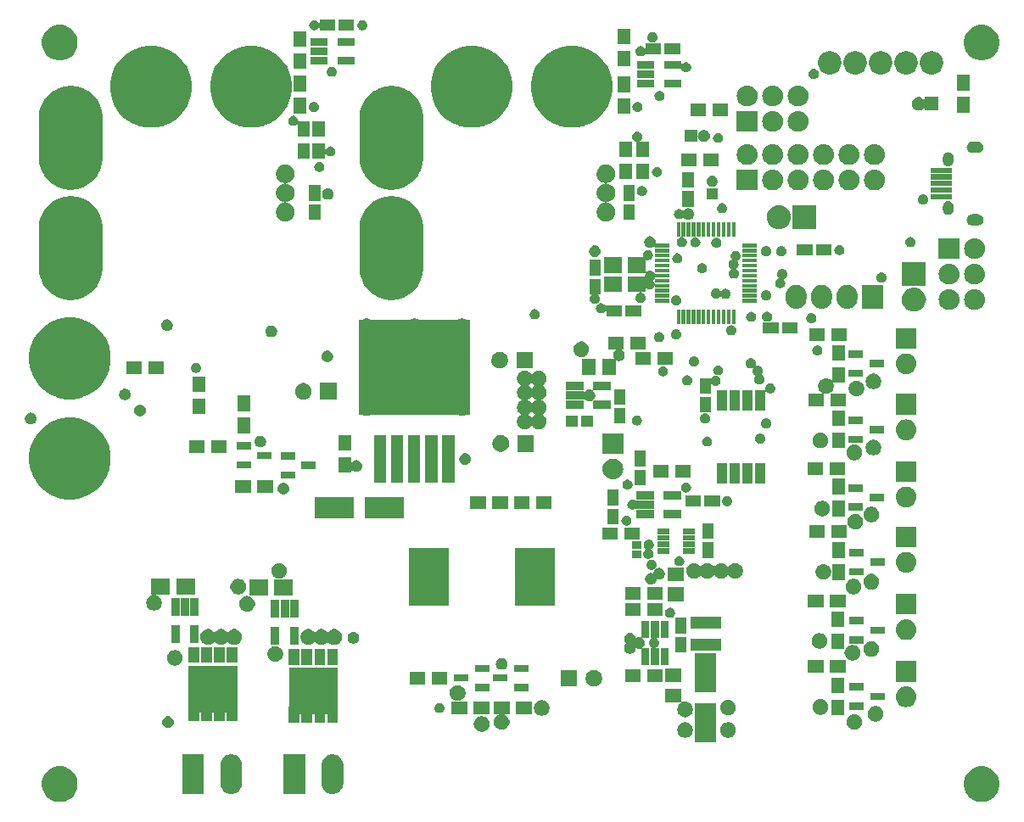
<source format=gbr>
%TF.GenerationSoftware,KiCad,Pcbnew,(5.0.0)*%
%TF.CreationDate,2019-05-29T19:50:32+03:00*%
%TF.ProjectId,Telemetry,54656C656D657472792E6B696361645F,0.1*%
%TF.SameCoordinates,Original*%
%TF.FileFunction,Soldermask,Top*%
%TF.FilePolarity,Negative*%
%FSLAX46Y46*%
G04 Gerber Fmt 4.6, Leading zero omitted, Abs format (unit mm)*
G04 Created by KiCad (PCBNEW (5.0.0)) date 05/29/19 19:50:32*
%MOMM*%
%LPD*%
G01*
G04 APERTURE LIST*
%ADD10C,0.100000*%
G04 APERTURE END LIST*
D10*
G36*
X156519207Y-114288404D02*
X156519209Y-114288405D01*
X156519210Y-114288405D01*
X156843147Y-114422584D01*
X157134685Y-114617384D01*
X157382616Y-114865315D01*
X157577416Y-115156853D01*
X157577416Y-115156854D01*
X157711596Y-115480793D01*
X157780000Y-115824685D01*
X157780000Y-116175315D01*
X157711596Y-116519207D01*
X157711595Y-116519210D01*
X157577416Y-116843147D01*
X157382616Y-117134685D01*
X157134685Y-117382616D01*
X156843147Y-117577416D01*
X156519210Y-117711595D01*
X156519209Y-117711595D01*
X156519207Y-117711596D01*
X156175315Y-117780000D01*
X155824685Y-117780000D01*
X155480793Y-117711596D01*
X155480791Y-117711595D01*
X155480790Y-117711595D01*
X155156853Y-117577416D01*
X154865315Y-117382616D01*
X154617384Y-117134685D01*
X154422584Y-116843147D01*
X154288405Y-116519210D01*
X154288404Y-116519207D01*
X154220000Y-116175315D01*
X154220000Y-115824685D01*
X154288404Y-115480793D01*
X154422584Y-115156854D01*
X154422584Y-115156853D01*
X154617384Y-114865315D01*
X154865315Y-114617384D01*
X155156853Y-114422584D01*
X155480790Y-114288405D01*
X155480791Y-114288405D01*
X155480793Y-114288404D01*
X155824685Y-114220000D01*
X156175315Y-114220000D01*
X156519207Y-114288404D01*
X156519207Y-114288404D01*
G37*
G36*
X64519207Y-114288404D02*
X64519209Y-114288405D01*
X64519210Y-114288405D01*
X64843147Y-114422584D01*
X65134685Y-114617384D01*
X65382616Y-114865315D01*
X65577416Y-115156853D01*
X65577416Y-115156854D01*
X65711596Y-115480793D01*
X65780000Y-115824685D01*
X65780000Y-116175315D01*
X65711596Y-116519207D01*
X65711595Y-116519210D01*
X65577416Y-116843147D01*
X65382616Y-117134685D01*
X65134685Y-117382616D01*
X64843147Y-117577416D01*
X64519210Y-117711595D01*
X64519209Y-117711595D01*
X64519207Y-117711596D01*
X64175315Y-117780000D01*
X63824685Y-117780000D01*
X63480793Y-117711596D01*
X63480791Y-117711595D01*
X63480790Y-117711595D01*
X63156853Y-117577416D01*
X62865315Y-117382616D01*
X62617384Y-117134685D01*
X62422584Y-116843147D01*
X62288405Y-116519210D01*
X62288404Y-116519207D01*
X62220000Y-116175315D01*
X62220000Y-115824685D01*
X62288404Y-115480793D01*
X62422584Y-115156854D01*
X62422584Y-115156853D01*
X62617384Y-114865315D01*
X62865315Y-114617384D01*
X63156853Y-114422584D01*
X63480790Y-114288405D01*
X63480791Y-114288405D01*
X63480793Y-114288404D01*
X63824685Y-114220000D01*
X64175315Y-114220000D01*
X64519207Y-114288404D01*
X64519207Y-114288404D01*
G37*
G36*
X81321716Y-113035627D02*
X81407053Y-113061514D01*
X81525294Y-113097381D01*
X81565246Y-113118736D01*
X81712919Y-113197668D01*
X81877370Y-113332630D01*
X82012332Y-113497081D01*
X82091264Y-113644753D01*
X82112619Y-113684705D01*
X82148486Y-113802946D01*
X82174373Y-113888283D01*
X82190000Y-114046949D01*
X82190000Y-115953051D01*
X82174373Y-116111717D01*
X82148486Y-116197054D01*
X82112619Y-116315295D01*
X82112617Y-116315298D01*
X82012332Y-116502919D01*
X81877370Y-116667370D01*
X81712919Y-116802332D01*
X81565247Y-116881264D01*
X81525295Y-116902619D01*
X81407054Y-116938486D01*
X81321717Y-116964373D01*
X81110000Y-116985225D01*
X80898284Y-116964373D01*
X80812947Y-116938486D01*
X80694706Y-116902619D01*
X80654754Y-116881264D01*
X80507082Y-116802332D01*
X80342631Y-116667370D01*
X80207669Y-116502919D01*
X80107384Y-116315298D01*
X80107382Y-116315295D01*
X80071515Y-116197054D01*
X80045628Y-116111717D01*
X80030000Y-115953051D01*
X80030000Y-114046950D01*
X80045627Y-113888284D01*
X80071514Y-113802947D01*
X80107381Y-113684706D01*
X80128736Y-113644754D01*
X80207668Y-113497081D01*
X80342630Y-113332630D01*
X80507081Y-113197668D01*
X80654753Y-113118736D01*
X80694705Y-113097381D01*
X80812946Y-113061514D01*
X80898283Y-113035627D01*
X81110000Y-113014775D01*
X81321716Y-113035627D01*
X81321716Y-113035627D01*
G37*
G36*
X91421716Y-113035627D02*
X91507053Y-113061514D01*
X91625294Y-113097381D01*
X91665246Y-113118736D01*
X91812919Y-113197668D01*
X91977370Y-113332630D01*
X92112332Y-113497081D01*
X92191264Y-113644753D01*
X92212619Y-113684705D01*
X92248486Y-113802946D01*
X92274373Y-113888283D01*
X92290000Y-114046949D01*
X92290000Y-115953051D01*
X92274373Y-116111717D01*
X92248486Y-116197054D01*
X92212619Y-116315295D01*
X92212617Y-116315298D01*
X92112332Y-116502919D01*
X91977370Y-116667370D01*
X91812919Y-116802332D01*
X91665247Y-116881264D01*
X91625295Y-116902619D01*
X91507054Y-116938486D01*
X91421717Y-116964373D01*
X91210000Y-116985225D01*
X90998284Y-116964373D01*
X90912947Y-116938486D01*
X90794706Y-116902619D01*
X90754754Y-116881264D01*
X90607082Y-116802332D01*
X90442631Y-116667370D01*
X90307669Y-116502919D01*
X90207384Y-116315298D01*
X90207382Y-116315295D01*
X90171515Y-116197054D01*
X90145628Y-116111717D01*
X90130000Y-115953051D01*
X90130000Y-114046950D01*
X90145627Y-113888284D01*
X90171514Y-113802947D01*
X90207381Y-113684706D01*
X90228736Y-113644754D01*
X90307668Y-113497081D01*
X90442630Y-113332630D01*
X90607081Y-113197668D01*
X90754753Y-113118736D01*
X90794705Y-113097381D01*
X90912946Y-113061514D01*
X90998283Y-113035627D01*
X91210000Y-113014775D01*
X91421716Y-113035627D01*
X91421716Y-113035627D01*
G37*
G36*
X88480000Y-116980000D02*
X86320000Y-116980000D01*
X86320000Y-113020000D01*
X88480000Y-113020000D01*
X88480000Y-116980000D01*
X88480000Y-116980000D01*
G37*
G36*
X78380000Y-116980000D02*
X76220000Y-116980000D01*
X76220000Y-113020000D01*
X78380000Y-113020000D01*
X78380000Y-116980000D01*
X78380000Y-116980000D01*
G37*
G36*
X129530000Y-111830000D02*
X127370000Y-111830000D01*
X127370000Y-107970000D01*
X129530000Y-107970000D01*
X129530000Y-111830000D01*
X129530000Y-111830000D01*
G37*
G36*
X126627518Y-109849975D02*
X126692330Y-109876821D01*
X126769469Y-109908773D01*
X126897222Y-109994135D01*
X127005865Y-110102778D01*
X127050601Y-110169730D01*
X127091227Y-110230531D01*
X127150025Y-110372482D01*
X127180000Y-110523177D01*
X127180000Y-110676823D01*
X127150025Y-110827518D01*
X127150024Y-110827520D01*
X127091227Y-110969469D01*
X127005865Y-111097222D01*
X126897222Y-111205865D01*
X126769469Y-111291227D01*
X126627518Y-111350025D01*
X126476823Y-111380000D01*
X126323177Y-111380000D01*
X126172482Y-111350025D01*
X126030531Y-111291227D01*
X125902778Y-111205865D01*
X125794135Y-111097222D01*
X125708773Y-110969469D01*
X125649976Y-110827520D01*
X125649975Y-110827518D01*
X125620000Y-110676823D01*
X125620000Y-110523177D01*
X125649975Y-110372482D01*
X125708773Y-110230531D01*
X125749399Y-110169730D01*
X125794135Y-110102778D01*
X125902778Y-109994135D01*
X126030531Y-109908773D01*
X126107670Y-109876821D01*
X126172482Y-109849975D01*
X126323177Y-109820000D01*
X126476823Y-109820000D01*
X126627518Y-109849975D01*
X126627518Y-109849975D01*
G37*
G36*
X130927518Y-109849975D02*
X130992330Y-109876821D01*
X131069469Y-109908773D01*
X131197222Y-109994135D01*
X131305865Y-110102778D01*
X131350601Y-110169730D01*
X131391227Y-110230531D01*
X131450025Y-110372482D01*
X131480000Y-110523177D01*
X131480000Y-110676823D01*
X131450025Y-110827518D01*
X131450024Y-110827520D01*
X131391227Y-110969469D01*
X131305865Y-111097222D01*
X131197222Y-111205865D01*
X131069469Y-111291227D01*
X130927518Y-111350025D01*
X130776823Y-111380000D01*
X130623177Y-111380000D01*
X130472482Y-111350025D01*
X130330531Y-111291227D01*
X130202778Y-111205865D01*
X130094135Y-111097222D01*
X130008773Y-110969469D01*
X129949976Y-110827520D01*
X129949975Y-110827518D01*
X129920000Y-110676823D01*
X129920000Y-110523177D01*
X129949975Y-110372482D01*
X130008773Y-110230531D01*
X130049399Y-110169730D01*
X130094135Y-110102778D01*
X130202778Y-109994135D01*
X130330531Y-109908773D01*
X130407670Y-109876821D01*
X130472482Y-109849975D01*
X130623177Y-109820000D01*
X130776823Y-109820000D01*
X130927518Y-109849975D01*
X130927518Y-109849975D01*
G37*
G36*
X106327518Y-109249975D02*
X106448347Y-109300024D01*
X106469469Y-109308773D01*
X106597222Y-109394135D01*
X106705865Y-109502778D01*
X106720892Y-109525268D01*
X106791227Y-109630531D01*
X106850025Y-109772482D01*
X106880000Y-109923177D01*
X106880000Y-110076823D01*
X106850025Y-110227518D01*
X106814207Y-110313991D01*
X106791227Y-110369469D01*
X106705865Y-110497222D01*
X106597222Y-110605865D01*
X106491029Y-110676821D01*
X106469469Y-110691227D01*
X106327518Y-110750025D01*
X106176823Y-110780000D01*
X106023177Y-110780000D01*
X105872482Y-110750025D01*
X105730531Y-110691227D01*
X105708971Y-110676821D01*
X105602778Y-110605865D01*
X105494135Y-110497222D01*
X105408773Y-110369469D01*
X105385793Y-110313991D01*
X105349975Y-110227518D01*
X105320000Y-110076823D01*
X105320000Y-109923177D01*
X105349975Y-109772482D01*
X105408773Y-109630531D01*
X105479108Y-109525268D01*
X105494135Y-109502778D01*
X105602778Y-109394135D01*
X105730531Y-109308773D01*
X105751653Y-109300024D01*
X105872482Y-109249975D01*
X106023177Y-109220000D01*
X106176823Y-109220000D01*
X106327518Y-109249975D01*
X106327518Y-109249975D01*
G37*
G36*
X108880000Y-109030000D02*
X108430113Y-109030000D01*
X108424260Y-109030576D01*
X108418632Y-109032284D01*
X108413446Y-109035056D01*
X108408900Y-109038787D01*
X108405169Y-109043333D01*
X108402397Y-109048519D01*
X108400689Y-109054147D01*
X108400113Y-109060000D01*
X108400689Y-109065853D01*
X108402397Y-109071481D01*
X108405169Y-109076667D01*
X108408900Y-109081213D01*
X108413446Y-109084944D01*
X108418629Y-109087714D01*
X108448347Y-109100024D01*
X108469469Y-109108773D01*
X108597222Y-109194135D01*
X108705865Y-109302778D01*
X108766908Y-109394135D01*
X108791227Y-109430531D01*
X108850025Y-109572482D01*
X108880000Y-109723177D01*
X108880000Y-109876823D01*
X108850025Y-110027518D01*
X108850024Y-110027520D01*
X108791227Y-110169469D01*
X108705865Y-110297222D01*
X108597222Y-110405865D01*
X108469469Y-110491227D01*
X108327518Y-110550025D01*
X108176823Y-110580000D01*
X108023177Y-110580000D01*
X107872482Y-110550025D01*
X107730531Y-110491227D01*
X107602778Y-110405865D01*
X107494135Y-110297222D01*
X107408773Y-110169469D01*
X107349976Y-110027520D01*
X107349975Y-110027518D01*
X107320000Y-109876823D01*
X107320000Y-109723177D01*
X107349975Y-109572482D01*
X107408773Y-109430531D01*
X107433092Y-109394135D01*
X107494135Y-109302778D01*
X107602778Y-109194135D01*
X107730531Y-109108773D01*
X107751653Y-109100024D01*
X107781371Y-109087714D01*
X107786554Y-109084944D01*
X107791100Y-109081213D01*
X107794831Y-109076667D01*
X107797603Y-109071480D01*
X107799311Y-109065853D01*
X107799887Y-109060000D01*
X107799311Y-109054147D01*
X107797603Y-109048519D01*
X107794831Y-109043333D01*
X107791100Y-109038787D01*
X107786554Y-109035056D01*
X107781367Y-109032284D01*
X107775740Y-109030576D01*
X107769887Y-109030000D01*
X107320000Y-109030000D01*
X107320000Y-107770000D01*
X108880000Y-107770000D01*
X108880000Y-109030000D01*
X108880000Y-109030000D01*
G37*
G36*
X143527518Y-109049975D02*
X143579438Y-109071481D01*
X143669469Y-109108773D01*
X143797222Y-109194135D01*
X143905865Y-109302778D01*
X143966908Y-109394135D01*
X143991227Y-109430531D01*
X144050025Y-109572482D01*
X144080000Y-109723177D01*
X144080000Y-109876823D01*
X144050025Y-110027518D01*
X144050024Y-110027520D01*
X143991227Y-110169469D01*
X143905865Y-110297222D01*
X143797222Y-110405865D01*
X143669469Y-110491227D01*
X143527518Y-110550025D01*
X143376823Y-110580000D01*
X143223177Y-110580000D01*
X143072482Y-110550025D01*
X142930531Y-110491227D01*
X142802778Y-110405865D01*
X142694135Y-110297222D01*
X142608773Y-110169469D01*
X142549976Y-110027520D01*
X142549975Y-110027518D01*
X142520000Y-109876823D01*
X142520000Y-109723177D01*
X142549975Y-109572482D01*
X142608773Y-109430531D01*
X142633092Y-109394135D01*
X142694135Y-109302778D01*
X142802778Y-109194135D01*
X142930531Y-109108773D01*
X143020562Y-109071481D01*
X143072482Y-109049975D01*
X143223177Y-109020000D01*
X143376823Y-109020000D01*
X143527518Y-109049975D01*
X143527518Y-109049975D01*
G37*
G36*
X74969180Y-109242289D02*
X74969185Y-109242291D01*
X75074732Y-109286009D01*
X75169730Y-109349485D01*
X75250515Y-109430270D01*
X75313991Y-109525268D01*
X75357591Y-109630531D01*
X75357711Y-109630820D01*
X75380000Y-109742875D01*
X75380000Y-109857125D01*
X75357711Y-109969180D01*
X75357709Y-109969185D01*
X75313991Y-110074732D01*
X75250515Y-110169730D01*
X75169730Y-110250515D01*
X75074732Y-110313991D01*
X74969185Y-110357709D01*
X74969180Y-110357711D01*
X74857125Y-110380000D01*
X74742875Y-110380000D01*
X74630820Y-110357711D01*
X74630815Y-110357709D01*
X74525268Y-110313991D01*
X74430270Y-110250515D01*
X74349485Y-110169730D01*
X74286009Y-110074732D01*
X74242291Y-109969185D01*
X74242289Y-109969180D01*
X74220000Y-109857125D01*
X74220000Y-109742875D01*
X74242289Y-109630820D01*
X74242409Y-109630531D01*
X74286009Y-109525268D01*
X74349485Y-109430270D01*
X74430270Y-109349485D01*
X74525268Y-109286009D01*
X74630815Y-109242291D01*
X74630820Y-109242289D01*
X74742875Y-109220000D01*
X74857125Y-109220000D01*
X74969180Y-109242289D01*
X74969180Y-109242289D01*
G37*
G36*
X91730000Y-108290000D02*
X91730576Y-108295853D01*
X91732284Y-108301481D01*
X91735056Y-108306667D01*
X91738787Y-108311213D01*
X91740000Y-108312209D01*
X91740000Y-109880000D01*
X90680000Y-109880000D01*
X90680000Y-109055000D01*
X90679424Y-109049147D01*
X90677716Y-109043519D01*
X90674944Y-109038333D01*
X90671213Y-109033787D01*
X90666667Y-109030056D01*
X90661481Y-109027284D01*
X90655853Y-109025576D01*
X90650000Y-109025000D01*
X90500000Y-109025000D01*
X90494147Y-109025576D01*
X90488519Y-109027284D01*
X90483333Y-109030056D01*
X90478787Y-109033787D01*
X90475056Y-109038333D01*
X90472284Y-109043519D01*
X90470576Y-109049147D01*
X90470000Y-109055000D01*
X90470000Y-109880000D01*
X89410000Y-109880000D01*
X89410000Y-109055000D01*
X89409424Y-109049147D01*
X89407716Y-109043519D01*
X89404944Y-109038333D01*
X89401213Y-109033787D01*
X89396667Y-109030056D01*
X89391481Y-109027284D01*
X89385853Y-109025576D01*
X89380000Y-109025000D01*
X89220000Y-109025000D01*
X89214147Y-109025576D01*
X89208519Y-109027284D01*
X89203333Y-109030056D01*
X89198787Y-109033787D01*
X89195056Y-109038333D01*
X89192284Y-109043519D01*
X89190576Y-109049147D01*
X89190000Y-109055000D01*
X89190000Y-109880000D01*
X88130000Y-109880000D01*
X88130000Y-109055000D01*
X88129424Y-109049147D01*
X88127716Y-109043519D01*
X88124944Y-109038333D01*
X88121213Y-109033787D01*
X88116667Y-109030056D01*
X88111481Y-109027284D01*
X88105853Y-109025576D01*
X88100000Y-109025000D01*
X87950000Y-109025000D01*
X87944147Y-109025576D01*
X87938519Y-109027284D01*
X87933333Y-109030056D01*
X87928787Y-109033787D01*
X87925056Y-109038333D01*
X87922284Y-109043519D01*
X87920576Y-109049147D01*
X87920000Y-109055000D01*
X87920000Y-109880000D01*
X86860000Y-109880000D01*
X86860000Y-108312209D01*
X86861213Y-108311213D01*
X86864944Y-108306667D01*
X86867716Y-108301481D01*
X86869424Y-108295853D01*
X86870000Y-108290000D01*
X86870000Y-104375000D01*
X91730000Y-104375000D01*
X91730000Y-108290000D01*
X91730000Y-108290000D01*
G37*
G36*
X145627518Y-108249975D02*
X145760592Y-108305096D01*
X145769469Y-108308773D01*
X145897222Y-108394135D01*
X146005865Y-108502778D01*
X146055806Y-108577520D01*
X146091227Y-108630531D01*
X146150025Y-108772482D01*
X146180000Y-108923177D01*
X146180000Y-109076823D01*
X146150025Y-109227518D01*
X146125797Y-109286009D01*
X146091227Y-109369469D01*
X146005865Y-109497222D01*
X145897222Y-109605865D01*
X145859874Y-109630820D01*
X145769469Y-109691227D01*
X145627518Y-109750025D01*
X145476823Y-109780000D01*
X145323177Y-109780000D01*
X145172482Y-109750025D01*
X145030531Y-109691227D01*
X144940126Y-109630820D01*
X144902778Y-109605865D01*
X144794135Y-109497222D01*
X144708773Y-109369469D01*
X144674203Y-109286009D01*
X144649975Y-109227518D01*
X144620000Y-109076823D01*
X144620000Y-108923177D01*
X144649975Y-108772482D01*
X144708773Y-108630531D01*
X144744194Y-108577520D01*
X144794135Y-108502778D01*
X144902778Y-108394135D01*
X145030531Y-108308773D01*
X145039408Y-108305096D01*
X145172482Y-108249975D01*
X145323177Y-108220000D01*
X145476823Y-108220000D01*
X145627518Y-108249975D01*
X145627518Y-108249975D01*
G37*
G36*
X81730000Y-108090000D02*
X81730576Y-108095853D01*
X81732284Y-108101481D01*
X81735056Y-108106667D01*
X81738787Y-108111213D01*
X81740000Y-108112209D01*
X81740000Y-109680000D01*
X80680000Y-109680000D01*
X80680000Y-108855000D01*
X80679424Y-108849147D01*
X80677716Y-108843519D01*
X80674944Y-108838333D01*
X80671213Y-108833787D01*
X80666667Y-108830056D01*
X80661481Y-108827284D01*
X80655853Y-108825576D01*
X80650000Y-108825000D01*
X80500000Y-108825000D01*
X80494147Y-108825576D01*
X80488519Y-108827284D01*
X80483333Y-108830056D01*
X80478787Y-108833787D01*
X80475056Y-108838333D01*
X80472284Y-108843519D01*
X80470576Y-108849147D01*
X80470000Y-108855000D01*
X80470000Y-109680000D01*
X79410000Y-109680000D01*
X79410000Y-108855000D01*
X79409424Y-108849147D01*
X79407716Y-108843519D01*
X79404944Y-108838333D01*
X79401213Y-108833787D01*
X79396667Y-108830056D01*
X79391481Y-108827284D01*
X79385853Y-108825576D01*
X79380000Y-108825000D01*
X79220000Y-108825000D01*
X79214147Y-108825576D01*
X79208519Y-108827284D01*
X79203333Y-108830056D01*
X79198787Y-108833787D01*
X79195056Y-108838333D01*
X79192284Y-108843519D01*
X79190576Y-108849147D01*
X79190000Y-108855000D01*
X79190000Y-109680000D01*
X78130000Y-109680000D01*
X78130000Y-108855000D01*
X78129424Y-108849147D01*
X78127716Y-108843519D01*
X78124944Y-108838333D01*
X78121213Y-108833787D01*
X78116667Y-108830056D01*
X78111481Y-108827284D01*
X78105853Y-108825576D01*
X78100000Y-108825000D01*
X77950000Y-108825000D01*
X77944147Y-108825576D01*
X77938519Y-108827284D01*
X77933333Y-108830056D01*
X77928787Y-108833787D01*
X77925056Y-108838333D01*
X77922284Y-108843519D01*
X77920576Y-108849147D01*
X77920000Y-108855000D01*
X77920000Y-109680000D01*
X76860000Y-109680000D01*
X76860000Y-108112209D01*
X76861213Y-108111213D01*
X76864944Y-108106667D01*
X76867716Y-108101481D01*
X76869424Y-108095853D01*
X76870000Y-108090000D01*
X76870000Y-104175000D01*
X81730000Y-104175000D01*
X81730000Y-108090000D01*
X81730000Y-108090000D01*
G37*
G36*
X126005000Y-107824451D02*
X126005576Y-107830304D01*
X126007284Y-107835932D01*
X126010056Y-107841118D01*
X126013787Y-107845664D01*
X126018333Y-107849395D01*
X126023519Y-107852167D01*
X126029147Y-107853875D01*
X126035000Y-107854451D01*
X126040853Y-107853875D01*
X126046475Y-107852169D01*
X126172482Y-107799975D01*
X126323177Y-107770000D01*
X126476823Y-107770000D01*
X126627518Y-107799975D01*
X126737821Y-107845664D01*
X126769469Y-107858773D01*
X126897222Y-107944135D01*
X127005865Y-108052778D01*
X127050781Y-108120000D01*
X127091227Y-108180531D01*
X127150025Y-108322482D01*
X127180000Y-108473177D01*
X127180000Y-108626823D01*
X127150025Y-108777518D01*
X127121153Y-108847221D01*
X127091227Y-108919469D01*
X127005865Y-109047222D01*
X126897222Y-109155865D01*
X126801237Y-109220000D01*
X126769469Y-109241227D01*
X126627518Y-109300025D01*
X126476823Y-109330000D01*
X126323177Y-109330000D01*
X126172482Y-109300025D01*
X126030531Y-109241227D01*
X125998763Y-109220000D01*
X125902778Y-109155865D01*
X125794135Y-109047222D01*
X125708773Y-108919469D01*
X125678847Y-108847221D01*
X125649975Y-108777518D01*
X125620000Y-108626823D01*
X125620000Y-108473177D01*
X125649975Y-108322482D01*
X125708773Y-108180531D01*
X125749219Y-108120000D01*
X125794135Y-108052778D01*
X125902778Y-107944135D01*
X125991364Y-107884944D01*
X125995910Y-107881213D01*
X125999641Y-107876667D01*
X126002413Y-107871481D01*
X126004121Y-107865853D01*
X126004697Y-107860000D01*
X126004121Y-107854147D01*
X126002413Y-107848520D01*
X125999641Y-107843333D01*
X125995910Y-107838787D01*
X125991364Y-107835056D01*
X125986178Y-107832284D01*
X125980550Y-107830576D01*
X125974697Y-107830000D01*
X124395000Y-107830000D01*
X124395000Y-106470000D01*
X126005000Y-106470000D01*
X126005000Y-107824451D01*
X126005000Y-107824451D01*
G37*
G36*
X112327518Y-107649975D02*
X112348758Y-107658773D01*
X112469469Y-107708773D01*
X112597222Y-107794135D01*
X112705865Y-107902778D01*
X112750781Y-107970000D01*
X112791227Y-108030531D01*
X112850025Y-108172482D01*
X112880000Y-108323177D01*
X112880000Y-108476823D01*
X112850025Y-108627518D01*
X112850024Y-108627520D01*
X112791227Y-108769469D01*
X112705865Y-108897222D01*
X112597222Y-109005865D01*
X112491029Y-109076821D01*
X112469469Y-109091227D01*
X112327518Y-109150025D01*
X112176823Y-109180000D01*
X112023177Y-109180000D01*
X111872482Y-109150025D01*
X111730531Y-109091227D01*
X111708971Y-109076821D01*
X111602778Y-109005865D01*
X111494135Y-108897222D01*
X111408773Y-108769469D01*
X111349976Y-108627520D01*
X111349975Y-108627518D01*
X111320000Y-108476823D01*
X111320000Y-108323177D01*
X111349975Y-108172482D01*
X111408773Y-108030531D01*
X111449219Y-107970000D01*
X111494135Y-107902778D01*
X111602778Y-107794135D01*
X111730531Y-107708773D01*
X111851242Y-107658773D01*
X111872482Y-107649975D01*
X112023177Y-107620000D01*
X112176823Y-107620000D01*
X112327518Y-107649975D01*
X112327518Y-107649975D01*
G37*
G36*
X142280000Y-109130000D02*
X141020000Y-109130000D01*
X141020000Y-107570000D01*
X142280000Y-107570000D01*
X142280000Y-109130000D01*
X142280000Y-109130000D01*
G37*
G36*
X130927518Y-107599975D02*
X131048229Y-107649975D01*
X131069469Y-107658773D01*
X131197222Y-107744135D01*
X131305865Y-107852778D01*
X131384190Y-107970000D01*
X131391227Y-107980531D01*
X131450025Y-108122482D01*
X131480000Y-108273177D01*
X131480000Y-108426823D01*
X131450025Y-108577518D01*
X131424472Y-108639208D01*
X131391227Y-108719469D01*
X131305865Y-108847222D01*
X131197222Y-108955865D01*
X131073800Y-109038333D01*
X131069469Y-109041227D01*
X130927518Y-109100025D01*
X130776823Y-109130000D01*
X130623177Y-109130000D01*
X130472482Y-109100025D01*
X130330531Y-109041227D01*
X130326200Y-109038333D01*
X130202778Y-108955865D01*
X130094135Y-108847222D01*
X130008773Y-108719469D01*
X129975528Y-108639208D01*
X129949975Y-108577518D01*
X129920000Y-108426823D01*
X129920000Y-108273177D01*
X129949975Y-108122482D01*
X130008773Y-107980531D01*
X130015810Y-107970000D01*
X130094135Y-107852778D01*
X130202778Y-107744135D01*
X130330531Y-107658773D01*
X130351771Y-107649975D01*
X130472482Y-107599975D01*
X130623177Y-107570000D01*
X130776823Y-107570000D01*
X130927518Y-107599975D01*
X130927518Y-107599975D01*
G37*
G36*
X140127518Y-107549975D02*
X140227109Y-107591227D01*
X140269469Y-107608773D01*
X140397222Y-107694135D01*
X140505865Y-107802778D01*
X140567486Y-107895000D01*
X140591227Y-107930531D01*
X140650025Y-108072482D01*
X140680000Y-108223177D01*
X140680000Y-108376823D01*
X140650025Y-108527518D01*
X140591227Y-108669469D01*
X140505865Y-108797222D01*
X140397222Y-108905865D01*
X140269469Y-108991227D01*
X140127518Y-109050025D01*
X139976823Y-109080000D01*
X139823177Y-109080000D01*
X139672482Y-109050025D01*
X139530531Y-108991227D01*
X139402778Y-108905865D01*
X139294135Y-108797222D01*
X139208773Y-108669469D01*
X139149975Y-108527518D01*
X139120000Y-108376823D01*
X139120000Y-108223177D01*
X139149975Y-108072482D01*
X139208773Y-107930531D01*
X139232514Y-107895000D01*
X139294135Y-107802778D01*
X139402778Y-107694135D01*
X139530531Y-107608773D01*
X139572891Y-107591227D01*
X139672482Y-107549975D01*
X139823177Y-107520000D01*
X139976823Y-107520000D01*
X140127518Y-107549975D01*
X140127518Y-107549975D01*
G37*
G36*
X104680000Y-109030000D02*
X103120000Y-109030000D01*
X103120000Y-107770000D01*
X104680000Y-107770000D01*
X104680000Y-109030000D01*
X104680000Y-109030000D01*
G37*
G36*
X106880000Y-109030000D02*
X105320000Y-109030000D01*
X105320000Y-107770000D01*
X106880000Y-107770000D01*
X106880000Y-109030000D01*
X106880000Y-109030000D01*
G37*
G36*
X111080000Y-109030000D02*
X109520000Y-109030000D01*
X109520000Y-107770000D01*
X111080000Y-107770000D01*
X111080000Y-109030000D01*
X111080000Y-109030000D01*
G37*
G36*
X101974129Y-107899852D02*
X102047306Y-107914407D01*
X102139208Y-107952474D01*
X102221920Y-108007741D01*
X102292259Y-108078080D01*
X102347526Y-108160792D01*
X102385593Y-108252694D01*
X102405000Y-108350263D01*
X102405000Y-108449737D01*
X102385593Y-108547306D01*
X102347526Y-108639208D01*
X102292259Y-108721920D01*
X102221920Y-108792259D01*
X102139208Y-108847526D01*
X102047306Y-108885593D01*
X101974129Y-108900148D01*
X101949738Y-108905000D01*
X101850262Y-108905000D01*
X101825871Y-108900148D01*
X101752694Y-108885593D01*
X101660792Y-108847526D01*
X101578080Y-108792259D01*
X101507741Y-108721920D01*
X101452474Y-108639208D01*
X101414407Y-108547306D01*
X101395000Y-108449737D01*
X101395000Y-108350263D01*
X101414407Y-108252694D01*
X101452474Y-108160792D01*
X101507741Y-108078080D01*
X101578080Y-108007741D01*
X101660792Y-107952474D01*
X101752694Y-107914407D01*
X101825871Y-107899852D01*
X101850262Y-107895000D01*
X101949738Y-107895000D01*
X101974129Y-107899852D01*
X101974129Y-107899852D01*
G37*
G36*
X144220000Y-108570000D02*
X142780000Y-108570000D01*
X142780000Y-107830000D01*
X144220000Y-107830000D01*
X144220000Y-108570000D01*
X144220000Y-108570000D01*
G37*
G36*
X148651915Y-106274904D02*
X148846071Y-106333800D01*
X149025006Y-106429443D01*
X149181843Y-106558157D01*
X149310557Y-106714994D01*
X149406200Y-106893929D01*
X149465096Y-107088085D01*
X149484983Y-107290000D01*
X149465096Y-107491915D01*
X149406200Y-107686071D01*
X149310557Y-107865006D01*
X149181843Y-108021843D01*
X149025006Y-108150557D01*
X148846071Y-108246200D01*
X148651915Y-108305096D01*
X148500593Y-108320000D01*
X148399407Y-108320000D01*
X148248085Y-108305096D01*
X148053929Y-108246200D01*
X147874994Y-108150557D01*
X147718157Y-108021843D01*
X147589443Y-107865006D01*
X147493800Y-107686071D01*
X147434904Y-107491915D01*
X147415017Y-107290000D01*
X147434904Y-107088085D01*
X147493800Y-106893929D01*
X147589443Y-106714994D01*
X147718157Y-106558157D01*
X147874994Y-106429443D01*
X148053929Y-106333800D01*
X148248085Y-106274904D01*
X148399407Y-106260000D01*
X148500593Y-106260000D01*
X148651915Y-106274904D01*
X148651915Y-106274904D01*
G37*
G36*
X103927518Y-106149975D02*
X103927521Y-106149976D01*
X103927520Y-106149976D01*
X104069469Y-106208773D01*
X104197222Y-106294135D01*
X104305865Y-106402778D01*
X104350781Y-106470000D01*
X104391227Y-106530531D01*
X104450025Y-106672482D01*
X104480000Y-106823177D01*
X104480000Y-106976823D01*
X104450025Y-107127518D01*
X104450024Y-107127520D01*
X104391227Y-107269469D01*
X104305865Y-107397222D01*
X104197222Y-107505865D01*
X104131205Y-107549976D01*
X104069469Y-107591227D01*
X103927518Y-107650025D01*
X103776823Y-107680000D01*
X103623177Y-107680000D01*
X103472482Y-107650025D01*
X103330531Y-107591227D01*
X103268795Y-107549976D01*
X103202778Y-107505865D01*
X103094135Y-107397222D01*
X103008773Y-107269469D01*
X102949976Y-107127520D01*
X102949975Y-107127518D01*
X102920000Y-106976823D01*
X102920000Y-106823177D01*
X102949975Y-106672482D01*
X103008773Y-106530531D01*
X103049219Y-106470000D01*
X103094135Y-106402778D01*
X103202778Y-106294135D01*
X103330531Y-106208773D01*
X103472480Y-106149976D01*
X103472479Y-106149976D01*
X103472482Y-106149975D01*
X103623177Y-106120000D01*
X103776823Y-106120000D01*
X103927518Y-106149975D01*
X103927518Y-106149975D01*
G37*
G36*
X146320000Y-107620000D02*
X144880000Y-107620000D01*
X144880000Y-106880000D01*
X146320000Y-106880000D01*
X146320000Y-107620000D01*
X146320000Y-107620000D01*
G37*
G36*
X142280000Y-106930000D02*
X141020000Y-106930000D01*
X141020000Y-105370000D01*
X142280000Y-105370000D01*
X142280000Y-106930000D01*
X142280000Y-106930000D01*
G37*
G36*
X129530000Y-106830000D02*
X127370000Y-106830000D01*
X127370000Y-102970000D01*
X129530000Y-102970000D01*
X129530000Y-106830000D01*
X129530000Y-106830000D01*
G37*
G36*
X106870000Y-106720000D02*
X105430000Y-106720000D01*
X105430000Y-105980000D01*
X106870000Y-105980000D01*
X106870000Y-106720000D01*
X106870000Y-106720000D01*
G37*
G36*
X110770000Y-106720000D02*
X109330000Y-106720000D01*
X109330000Y-105980000D01*
X110770000Y-105980000D01*
X110770000Y-106720000D01*
X110770000Y-106720000D01*
G37*
G36*
X144220000Y-106670000D02*
X142780000Y-106670000D01*
X142780000Y-105930000D01*
X144220000Y-105930000D01*
X144220000Y-106670000D01*
X144220000Y-106670000D01*
G37*
G36*
X115630000Y-106280000D02*
X113970000Y-106280000D01*
X113970000Y-104620000D01*
X115630000Y-104620000D01*
X115630000Y-106280000D01*
X115630000Y-106280000D01*
G37*
G36*
X117542102Y-104651896D02*
X117542104Y-104651897D01*
X117542105Y-104651897D01*
X117693153Y-104714463D01*
X117829095Y-104805298D01*
X117944702Y-104920905D01*
X118035537Y-105056847D01*
X118098103Y-105207895D01*
X118130000Y-105368254D01*
X118130000Y-105531746D01*
X118098103Y-105692105D01*
X118035537Y-105843153D01*
X117944702Y-105979095D01*
X117829095Y-106094702D01*
X117693153Y-106185537D01*
X117542105Y-106248103D01*
X117542104Y-106248103D01*
X117542102Y-106248104D01*
X117381748Y-106280000D01*
X117218252Y-106280000D01*
X117057898Y-106248104D01*
X117057896Y-106248103D01*
X117057895Y-106248103D01*
X116906847Y-106185537D01*
X116770905Y-106094702D01*
X116655298Y-105979095D01*
X116564463Y-105843153D01*
X116501897Y-105692105D01*
X116470000Y-105531746D01*
X116470000Y-105368254D01*
X116501897Y-105207895D01*
X116564463Y-105056847D01*
X116655298Y-104920905D01*
X116770905Y-104805298D01*
X116906847Y-104714463D01*
X117057895Y-104651897D01*
X117057896Y-104651897D01*
X117057898Y-104651896D01*
X117218252Y-104620000D01*
X117381748Y-104620000D01*
X117542102Y-104651896D01*
X117542102Y-104651896D01*
G37*
G36*
X100480000Y-106030000D02*
X98920000Y-106030000D01*
X98920000Y-104770000D01*
X100480000Y-104770000D01*
X100480000Y-106030000D01*
X100480000Y-106030000D01*
G37*
G36*
X102680000Y-106030000D02*
X101120000Y-106030000D01*
X101120000Y-104770000D01*
X102680000Y-104770000D01*
X102680000Y-106030000D01*
X102680000Y-106030000D01*
G37*
G36*
X126005000Y-105830000D02*
X124395000Y-105830000D01*
X124395000Y-104470000D01*
X126005000Y-104470000D01*
X126005000Y-105830000D01*
X126005000Y-105830000D01*
G37*
G36*
X121980000Y-105780000D02*
X120420000Y-105780000D01*
X120420000Y-104520000D01*
X121980000Y-104520000D01*
X121980000Y-105780000D01*
X121980000Y-105780000D01*
G37*
G36*
X124180000Y-105780000D02*
X122620000Y-105780000D01*
X122620000Y-104520000D01*
X124180000Y-104520000D01*
X124180000Y-105780000D01*
X124180000Y-105780000D01*
G37*
G36*
X149480000Y-105780000D02*
X147420000Y-105780000D01*
X147420000Y-103720000D01*
X149480000Y-103720000D01*
X149480000Y-105780000D01*
X149480000Y-105780000D01*
G37*
G36*
X108670000Y-105770000D02*
X107230000Y-105770000D01*
X107230000Y-105030000D01*
X108670000Y-105030000D01*
X108670000Y-105770000D01*
X108670000Y-105770000D01*
G37*
G36*
X104770000Y-105770000D02*
X103330000Y-105770000D01*
X103330000Y-105030000D01*
X104770000Y-105030000D01*
X104770000Y-105770000D01*
X104770000Y-105770000D01*
G37*
G36*
X140230000Y-104880000D02*
X138670000Y-104880000D01*
X138670000Y-103620000D01*
X140230000Y-103620000D01*
X140230000Y-104880000D01*
X140230000Y-104880000D01*
G37*
G36*
X142430000Y-104880000D02*
X140870000Y-104880000D01*
X140870000Y-103620000D01*
X142430000Y-103620000D01*
X142430000Y-104880000D01*
X142430000Y-104880000D01*
G37*
G36*
X110770000Y-104820000D02*
X109330000Y-104820000D01*
X109330000Y-104080000D01*
X110770000Y-104080000D01*
X110770000Y-104820000D01*
X110770000Y-104820000D01*
G37*
G36*
X106870000Y-104820000D02*
X105430000Y-104820000D01*
X105430000Y-104080000D01*
X106870000Y-104080000D01*
X106870000Y-104820000D01*
X106870000Y-104820000D01*
G37*
G36*
X108269180Y-103442289D02*
X108269185Y-103442291D01*
X108374732Y-103486009D01*
X108469730Y-103549485D01*
X108550515Y-103630270D01*
X108613991Y-103725268D01*
X108657709Y-103830815D01*
X108657711Y-103830820D01*
X108680000Y-103942875D01*
X108680000Y-104057125D01*
X108657711Y-104169180D01*
X108657709Y-104169185D01*
X108613991Y-104274732D01*
X108550515Y-104369730D01*
X108469730Y-104450515D01*
X108374732Y-104513991D01*
X108269185Y-104557709D01*
X108269180Y-104557711D01*
X108157125Y-104580000D01*
X108042875Y-104580000D01*
X107930820Y-104557711D01*
X107930815Y-104557709D01*
X107825268Y-104513991D01*
X107730270Y-104450515D01*
X107649485Y-104369730D01*
X107586009Y-104274732D01*
X107542291Y-104169185D01*
X107542289Y-104169180D01*
X107520000Y-104057125D01*
X107520000Y-103942875D01*
X107542289Y-103830820D01*
X107542291Y-103830815D01*
X107586009Y-103725268D01*
X107649485Y-103630270D01*
X107730270Y-103549485D01*
X107825268Y-103486009D01*
X107930815Y-103442291D01*
X107930820Y-103442289D01*
X108042875Y-103420000D01*
X108157125Y-103420000D01*
X108269180Y-103442289D01*
X108269180Y-103442289D01*
G37*
G36*
X75727518Y-102649975D02*
X75787289Y-102674733D01*
X75869469Y-102708773D01*
X75997222Y-102794135D01*
X76105865Y-102902778D01*
X76191227Y-103030531D01*
X76250025Y-103172482D01*
X76280000Y-103323177D01*
X76280000Y-103476823D01*
X76250025Y-103627518D01*
X76250024Y-103627520D01*
X76191227Y-103769469D01*
X76105865Y-103897222D01*
X75997222Y-104005865D01*
X75920509Y-104057123D01*
X75869469Y-104091227D01*
X75727518Y-104150025D01*
X75576823Y-104180000D01*
X75423177Y-104180000D01*
X75272482Y-104150025D01*
X75130531Y-104091227D01*
X75079491Y-104057123D01*
X75002778Y-104005865D01*
X74894135Y-103897222D01*
X74808773Y-103769469D01*
X74749976Y-103627520D01*
X74749975Y-103627518D01*
X74720000Y-103476823D01*
X74720000Y-103323177D01*
X74749975Y-103172482D01*
X74808773Y-103030531D01*
X74894135Y-102902778D01*
X75002778Y-102794135D01*
X75130531Y-102708773D01*
X75212711Y-102674733D01*
X75272482Y-102649975D01*
X75423177Y-102620000D01*
X75576823Y-102620000D01*
X75727518Y-102649975D01*
X75727518Y-102649975D01*
G37*
G36*
X122835000Y-101390000D02*
X122179601Y-101390000D01*
X122173748Y-101390576D01*
X122168120Y-101392284D01*
X122162934Y-101395056D01*
X122158388Y-101398787D01*
X122154657Y-101403333D01*
X122151885Y-101408519D01*
X122150177Y-101414147D01*
X122149601Y-101420000D01*
X122150177Y-101425853D01*
X122151885Y-101431481D01*
X122154657Y-101436667D01*
X122158388Y-101441213D01*
X122162934Y-101444944D01*
X122169730Y-101449485D01*
X122250515Y-101530270D01*
X122313991Y-101625268D01*
X122353229Y-101720000D01*
X122357711Y-101730820D01*
X122380000Y-101842875D01*
X122380000Y-101957125D01*
X122357711Y-102069180D01*
X122357709Y-102069185D01*
X122313991Y-102174732D01*
X122250515Y-102269730D01*
X122169730Y-102350515D01*
X122162934Y-102355056D01*
X122158388Y-102358787D01*
X122154657Y-102363333D01*
X122151885Y-102368520D01*
X122150177Y-102374147D01*
X122149601Y-102380000D01*
X122150177Y-102385853D01*
X122151885Y-102391481D01*
X122154657Y-102396667D01*
X122158388Y-102401213D01*
X122162934Y-102404944D01*
X122168121Y-102407716D01*
X122173748Y-102409424D01*
X122179601Y-102410000D01*
X122835000Y-102410000D01*
X122835000Y-104090000D01*
X122065000Y-104090000D01*
X122065000Y-102462919D01*
X122064424Y-102457066D01*
X122062716Y-102451438D01*
X122059944Y-102446252D01*
X122056213Y-102441706D01*
X122051667Y-102437975D01*
X122046481Y-102435203D01*
X122040853Y-102433495D01*
X122035000Y-102432919D01*
X122029147Y-102433495D01*
X122023519Y-102435203D01*
X121969183Y-102457710D01*
X121969182Y-102457710D01*
X121969180Y-102457711D01*
X121857125Y-102480000D01*
X121742875Y-102480000D01*
X121630820Y-102457711D01*
X121629263Y-102457066D01*
X121523720Y-102413349D01*
X121521488Y-102412156D01*
X121515860Y-102410447D01*
X121510008Y-102409869D01*
X121504155Y-102410444D01*
X121498527Y-102412150D01*
X121493339Y-102414921D01*
X121488792Y-102418650D01*
X121485060Y-102423195D01*
X121482287Y-102428381D01*
X121480578Y-102434009D01*
X121480000Y-102439869D01*
X121480000Y-102457125D01*
X121457711Y-102569180D01*
X121457709Y-102569185D01*
X121413991Y-102674732D01*
X121350515Y-102769730D01*
X121269730Y-102850515D01*
X121174732Y-102913991D01*
X121069185Y-102957709D01*
X121069180Y-102957711D01*
X120957125Y-102980000D01*
X120842875Y-102980000D01*
X120730820Y-102957711D01*
X120730815Y-102957709D01*
X120625268Y-102913991D01*
X120530270Y-102850515D01*
X120449485Y-102769730D01*
X120386009Y-102674732D01*
X120342291Y-102569185D01*
X120342289Y-102569180D01*
X120320000Y-102457125D01*
X120320000Y-102342875D01*
X120342289Y-102230820D01*
X120342291Y-102230815D01*
X120386009Y-102125268D01*
X120449485Y-102030270D01*
X120508542Y-101971213D01*
X120512273Y-101966667D01*
X120515045Y-101961481D01*
X120516753Y-101955853D01*
X120517329Y-101950000D01*
X120516753Y-101944147D01*
X120515045Y-101938519D01*
X120512273Y-101933333D01*
X120508542Y-101928787D01*
X120449485Y-101869730D01*
X120386009Y-101774732D01*
X120342291Y-101669185D01*
X120342289Y-101669180D01*
X120320000Y-101557125D01*
X120320000Y-101442875D01*
X120342289Y-101330820D01*
X120346771Y-101320000D01*
X120386009Y-101225268D01*
X120449485Y-101130270D01*
X120530270Y-101049485D01*
X120625268Y-100986009D01*
X120730815Y-100942291D01*
X120730820Y-100942289D01*
X120842875Y-100920000D01*
X120957125Y-100920000D01*
X121069180Y-100942289D01*
X121069185Y-100942291D01*
X121174732Y-100986009D01*
X121269730Y-101049485D01*
X121350515Y-101130270D01*
X121413991Y-101225268D01*
X121453229Y-101320000D01*
X121457711Y-101330820D01*
X121466567Y-101375344D01*
X121468275Y-101380972D01*
X121471047Y-101386158D01*
X121474778Y-101390704D01*
X121479324Y-101394435D01*
X121484511Y-101397207D01*
X121490138Y-101398915D01*
X121495991Y-101399491D01*
X121501844Y-101398915D01*
X121507472Y-101397207D01*
X121512658Y-101394435D01*
X121525268Y-101386009D01*
X121630815Y-101342291D01*
X121630820Y-101342289D01*
X121742875Y-101320000D01*
X121857125Y-101320000D01*
X121969180Y-101342289D01*
X121969182Y-101342290D01*
X121969183Y-101342290D01*
X122023519Y-101364797D01*
X122029147Y-101366505D01*
X122035000Y-101367081D01*
X122040853Y-101366505D01*
X122046480Y-101364797D01*
X122051667Y-101362025D01*
X122056213Y-101358294D01*
X122059944Y-101353748D01*
X122062716Y-101348562D01*
X122064424Y-101342934D01*
X122065000Y-101337081D01*
X122065000Y-99710000D01*
X122835000Y-99710000D01*
X122835000Y-101390000D01*
X122835000Y-101390000D01*
G37*
G36*
X123785000Y-101390000D02*
X123539201Y-101390000D01*
X123533348Y-101390576D01*
X123527720Y-101392284D01*
X123522534Y-101395056D01*
X123517988Y-101398787D01*
X123514257Y-101403333D01*
X123511485Y-101408519D01*
X123509777Y-101414147D01*
X123509201Y-101420000D01*
X123509777Y-101425853D01*
X123511485Y-101431481D01*
X123514257Y-101436667D01*
X123517988Y-101441213D01*
X123522534Y-101444944D01*
X123527720Y-101447716D01*
X123539208Y-101452474D01*
X123621920Y-101507741D01*
X123692259Y-101578080D01*
X123747526Y-101660792D01*
X123785593Y-101752694D01*
X123800148Y-101825871D01*
X123805000Y-101850262D01*
X123805000Y-101949738D01*
X123803414Y-101957709D01*
X123785593Y-102047306D01*
X123747526Y-102139208D01*
X123692259Y-102221920D01*
X123621920Y-102292259D01*
X123539208Y-102347526D01*
X123527720Y-102352284D01*
X123522534Y-102355056D01*
X123517988Y-102358787D01*
X123514257Y-102363333D01*
X123511485Y-102368520D01*
X123509777Y-102374148D01*
X123509201Y-102380000D01*
X123509777Y-102385853D01*
X123511485Y-102391481D01*
X123514257Y-102396667D01*
X123517988Y-102401213D01*
X123522534Y-102404944D01*
X123527721Y-102407716D01*
X123533349Y-102409424D01*
X123539201Y-102410000D01*
X123785000Y-102410000D01*
X123785000Y-104090000D01*
X123015000Y-104090000D01*
X123015000Y-102410000D01*
X123060799Y-102410000D01*
X123066652Y-102409424D01*
X123072280Y-102407716D01*
X123077466Y-102404944D01*
X123082012Y-102401213D01*
X123085743Y-102396667D01*
X123088515Y-102391481D01*
X123090223Y-102385853D01*
X123090799Y-102380000D01*
X123090223Y-102374147D01*
X123088515Y-102368519D01*
X123085743Y-102363333D01*
X123082012Y-102358787D01*
X123077466Y-102355056D01*
X123072280Y-102352284D01*
X123060792Y-102347526D01*
X122978080Y-102292259D01*
X122907741Y-102221920D01*
X122852474Y-102139208D01*
X122814407Y-102047306D01*
X122796586Y-101957709D01*
X122795000Y-101949738D01*
X122795000Y-101850262D01*
X122799852Y-101825871D01*
X122814407Y-101752694D01*
X122852474Y-101660792D01*
X122907741Y-101578080D01*
X122978080Y-101507741D01*
X123060792Y-101452474D01*
X123072280Y-101447716D01*
X123077466Y-101444944D01*
X123082012Y-101441213D01*
X123085743Y-101436667D01*
X123088515Y-101431480D01*
X123090223Y-101425852D01*
X123090799Y-101420000D01*
X123090223Y-101414147D01*
X123088515Y-101408519D01*
X123085743Y-101403333D01*
X123082012Y-101398787D01*
X123077466Y-101395056D01*
X123072279Y-101392284D01*
X123066651Y-101390576D01*
X123060799Y-101390000D01*
X123015000Y-101390000D01*
X123015000Y-99710000D01*
X123785000Y-99710000D01*
X123785000Y-101390000D01*
X123785000Y-101390000D01*
G37*
G36*
X124735000Y-104090000D02*
X123965000Y-104090000D01*
X123965000Y-102410000D01*
X124735000Y-102410000D01*
X124735000Y-104090000D01*
X124735000Y-104090000D01*
G37*
G36*
X90470000Y-104080000D02*
X89410000Y-104080000D01*
X89410000Y-102520000D01*
X90470000Y-102520000D01*
X90470000Y-104080000D01*
X90470000Y-104080000D01*
G37*
G36*
X89190000Y-104080000D02*
X88130000Y-104080000D01*
X88130000Y-102520000D01*
X89190000Y-102520000D01*
X89190000Y-104080000D01*
X89190000Y-104080000D01*
G37*
G36*
X87920000Y-104080000D02*
X86860000Y-104080000D01*
X86860000Y-102520000D01*
X87920000Y-102520000D01*
X87920000Y-104080000D01*
X87920000Y-104080000D01*
G37*
G36*
X91740000Y-104080000D02*
X90680000Y-104080000D01*
X90680000Y-102520000D01*
X91740000Y-102520000D01*
X91740000Y-104080000D01*
X91740000Y-104080000D01*
G37*
G36*
X77920000Y-103880000D02*
X76860000Y-103880000D01*
X76860000Y-102320000D01*
X77920000Y-102320000D01*
X77920000Y-103880000D01*
X77920000Y-103880000D01*
G37*
G36*
X79190000Y-103880000D02*
X78130000Y-103880000D01*
X78130000Y-102320000D01*
X79190000Y-102320000D01*
X79190000Y-103880000D01*
X79190000Y-103880000D01*
G37*
G36*
X80470000Y-103880000D02*
X79410000Y-103880000D01*
X79410000Y-102320000D01*
X80470000Y-102320000D01*
X80470000Y-103880000D01*
X80470000Y-103880000D01*
G37*
G36*
X81740000Y-103880000D02*
X80680000Y-103880000D01*
X80680000Y-102320000D01*
X81740000Y-102320000D01*
X81740000Y-103880000D01*
X81740000Y-103880000D01*
G37*
G36*
X85727518Y-102249975D02*
X85829601Y-102292259D01*
X85869469Y-102308773D01*
X85997222Y-102394135D01*
X86105865Y-102502778D01*
X86150233Y-102569180D01*
X86191227Y-102630531D01*
X86250025Y-102772482D01*
X86280000Y-102923177D01*
X86280000Y-103076823D01*
X86250025Y-103227518D01*
X86250024Y-103227520D01*
X86191227Y-103369469D01*
X86105865Y-103497222D01*
X85997222Y-103605865D01*
X85931132Y-103650025D01*
X85869469Y-103691227D01*
X85727518Y-103750025D01*
X85576823Y-103780000D01*
X85423177Y-103780000D01*
X85272482Y-103750025D01*
X85130531Y-103691227D01*
X85068868Y-103650025D01*
X85002778Y-103605865D01*
X84894135Y-103497222D01*
X84808773Y-103369469D01*
X84749976Y-103227520D01*
X84749975Y-103227518D01*
X84720000Y-103076823D01*
X84720000Y-102923177D01*
X84749975Y-102772482D01*
X84808773Y-102630531D01*
X84849767Y-102569180D01*
X84894135Y-102502778D01*
X85002778Y-102394135D01*
X85130531Y-102308773D01*
X85170399Y-102292259D01*
X85272482Y-102249975D01*
X85423177Y-102220000D01*
X85576823Y-102220000D01*
X85727518Y-102249975D01*
X85727518Y-102249975D01*
G37*
G36*
X143327518Y-102149975D02*
X143387289Y-102174733D01*
X143469469Y-102208773D01*
X143597222Y-102294135D01*
X143705865Y-102402778D01*
X143742569Y-102457710D01*
X143791227Y-102530531D01*
X143850025Y-102672482D01*
X143880000Y-102823177D01*
X143880000Y-102976823D01*
X143850025Y-103127518D01*
X143850024Y-103127520D01*
X143791227Y-103269469D01*
X143705865Y-103397222D01*
X143597222Y-103505865D01*
X143531940Y-103549485D01*
X143469469Y-103591227D01*
X143327518Y-103650025D01*
X143176823Y-103680000D01*
X143023177Y-103680000D01*
X142872482Y-103650025D01*
X142730531Y-103591227D01*
X142668060Y-103549485D01*
X142602778Y-103505865D01*
X142494135Y-103397222D01*
X142408773Y-103269469D01*
X142349976Y-103127520D01*
X142349975Y-103127518D01*
X142320000Y-102976823D01*
X142320000Y-102823177D01*
X142349975Y-102672482D01*
X142408773Y-102530531D01*
X142457431Y-102457710D01*
X142494135Y-102402778D01*
X142602778Y-102294135D01*
X142730531Y-102208773D01*
X142812711Y-102174733D01*
X142872482Y-102149975D01*
X143023177Y-102120000D01*
X143176823Y-102120000D01*
X143327518Y-102149975D01*
X143327518Y-102149975D01*
G37*
G36*
X145227518Y-101749975D02*
X145287289Y-101774733D01*
X145369469Y-101808773D01*
X145497222Y-101894135D01*
X145605865Y-102002778D01*
X145657463Y-102080000D01*
X145691227Y-102130531D01*
X145750025Y-102272482D01*
X145780000Y-102423177D01*
X145780000Y-102576823D01*
X145750025Y-102727518D01*
X145750024Y-102727520D01*
X145691227Y-102869469D01*
X145605865Y-102997222D01*
X145497222Y-103105865D01*
X145397526Y-103172480D01*
X145369469Y-103191227D01*
X145227518Y-103250025D01*
X145076823Y-103280000D01*
X144923177Y-103280000D01*
X144772482Y-103250025D01*
X144630531Y-103191227D01*
X144602474Y-103172480D01*
X144502778Y-103105865D01*
X144394135Y-102997222D01*
X144308773Y-102869469D01*
X144249976Y-102727520D01*
X144249975Y-102727518D01*
X144220000Y-102576823D01*
X144220000Y-102423177D01*
X144249975Y-102272482D01*
X144308773Y-102130531D01*
X144342537Y-102080000D01*
X144394135Y-102002778D01*
X144502778Y-101894135D01*
X144630531Y-101808773D01*
X144712711Y-101774733D01*
X144772482Y-101749975D01*
X144923177Y-101720000D01*
X145076823Y-101720000D01*
X145227518Y-101749975D01*
X145227518Y-101749975D01*
G37*
G36*
X126555000Y-102880000D02*
X125445000Y-102880000D01*
X125445000Y-101320000D01*
X126555000Y-101320000D01*
X126555000Y-102880000D01*
X126555000Y-102880000D01*
G37*
G36*
X130030000Y-102680000D02*
X126970000Y-102680000D01*
X126970000Y-101520000D01*
X130030000Y-101520000D01*
X130030000Y-102680000D01*
X130030000Y-102680000D01*
G37*
G36*
X142280000Y-102530000D02*
X141020000Y-102530000D01*
X141020000Y-100970000D01*
X142280000Y-100970000D01*
X142280000Y-102530000D01*
X142280000Y-102530000D01*
G37*
G36*
X140027518Y-100949975D02*
X140114657Y-100986069D01*
X140169469Y-101008773D01*
X140297222Y-101094135D01*
X140405865Y-101202778D01*
X140424602Y-101230820D01*
X140491227Y-101330531D01*
X140550025Y-101472482D01*
X140580000Y-101623177D01*
X140580000Y-101776823D01*
X140550025Y-101927518D01*
X140507464Y-102030270D01*
X140491227Y-102069469D01*
X140405865Y-102197222D01*
X140297222Y-102305865D01*
X140211215Y-102363333D01*
X140169469Y-102391227D01*
X140027518Y-102450025D01*
X139876823Y-102480000D01*
X139723177Y-102480000D01*
X139572482Y-102450025D01*
X139430531Y-102391227D01*
X139388785Y-102363333D01*
X139302778Y-102305865D01*
X139194135Y-102197222D01*
X139108773Y-102069469D01*
X139092536Y-102030270D01*
X139049975Y-101927518D01*
X139020000Y-101776823D01*
X139020000Y-101623177D01*
X139049975Y-101472482D01*
X139108773Y-101330531D01*
X139175398Y-101230820D01*
X139194135Y-101202778D01*
X139302778Y-101094135D01*
X139430531Y-101008773D01*
X139485343Y-100986069D01*
X139572482Y-100949975D01*
X139723177Y-100920000D01*
X139876823Y-100920000D01*
X140027518Y-100949975D01*
X140027518Y-100949975D01*
G37*
G36*
X87825000Y-102080000D02*
X86975000Y-102080000D01*
X86975000Y-100320000D01*
X87825000Y-100320000D01*
X87825000Y-102080000D01*
X87825000Y-102080000D01*
G37*
G36*
X89027518Y-100549975D02*
X89027521Y-100549976D01*
X89027520Y-100549976D01*
X89169469Y-100608773D01*
X89297222Y-100694135D01*
X89405865Y-100802778D01*
X89425056Y-100831499D01*
X89428787Y-100836045D01*
X89433333Y-100839776D01*
X89438520Y-100842548D01*
X89444147Y-100844256D01*
X89450000Y-100844832D01*
X89455853Y-100844256D01*
X89461481Y-100842548D01*
X89466667Y-100839776D01*
X89471213Y-100836045D01*
X89474944Y-100831499D01*
X89494135Y-100802778D01*
X89602778Y-100694135D01*
X89730531Y-100608773D01*
X89872480Y-100549976D01*
X89872479Y-100549976D01*
X89872482Y-100549975D01*
X90023177Y-100520000D01*
X90176823Y-100520000D01*
X90327518Y-100549975D01*
X90327521Y-100549976D01*
X90327520Y-100549976D01*
X90469469Y-100608773D01*
X90597222Y-100694135D01*
X90705865Y-100802778D01*
X90725056Y-100831499D01*
X90728787Y-100836045D01*
X90733333Y-100839776D01*
X90738520Y-100842548D01*
X90744147Y-100844256D01*
X90750000Y-100844832D01*
X90755853Y-100844256D01*
X90761481Y-100842548D01*
X90766667Y-100839776D01*
X90771213Y-100836045D01*
X90774944Y-100831499D01*
X90794135Y-100802778D01*
X90902778Y-100694135D01*
X91030531Y-100608773D01*
X91172480Y-100549976D01*
X91172479Y-100549976D01*
X91172482Y-100549975D01*
X91323177Y-100520000D01*
X91476823Y-100520000D01*
X91627518Y-100549975D01*
X91627521Y-100549976D01*
X91627520Y-100549976D01*
X91769469Y-100608773D01*
X91897222Y-100694135D01*
X92005865Y-100802778D01*
X92084190Y-100920000D01*
X92091227Y-100930531D01*
X92150025Y-101072482D01*
X92180000Y-101223177D01*
X92180000Y-101376823D01*
X92150025Y-101527518D01*
X92117891Y-101605096D01*
X92091227Y-101669469D01*
X92005865Y-101797222D01*
X91897222Y-101905865D01*
X91801237Y-101970000D01*
X91769469Y-101991227D01*
X91627518Y-102050025D01*
X91476823Y-102080000D01*
X91323177Y-102080000D01*
X91172482Y-102050025D01*
X91030531Y-101991227D01*
X90998763Y-101970000D01*
X90902778Y-101905865D01*
X90794135Y-101797222D01*
X90774944Y-101768501D01*
X90771213Y-101763955D01*
X90766667Y-101760224D01*
X90761480Y-101757452D01*
X90755853Y-101755744D01*
X90750000Y-101755168D01*
X90744147Y-101755744D01*
X90738519Y-101757452D01*
X90733333Y-101760224D01*
X90728787Y-101763955D01*
X90725056Y-101768501D01*
X90705865Y-101797222D01*
X90597222Y-101905865D01*
X90501237Y-101970000D01*
X90469469Y-101991227D01*
X90327518Y-102050025D01*
X90176823Y-102080000D01*
X90023177Y-102080000D01*
X89872482Y-102050025D01*
X89730531Y-101991227D01*
X89698763Y-101970000D01*
X89602778Y-101905865D01*
X89494135Y-101797222D01*
X89474944Y-101768501D01*
X89471213Y-101763955D01*
X89466667Y-101760224D01*
X89461480Y-101757452D01*
X89455853Y-101755744D01*
X89450000Y-101755168D01*
X89444147Y-101755744D01*
X89438519Y-101757452D01*
X89433333Y-101760224D01*
X89428787Y-101763955D01*
X89425056Y-101768501D01*
X89405865Y-101797222D01*
X89297222Y-101905865D01*
X89201237Y-101970000D01*
X89169469Y-101991227D01*
X89027518Y-102050025D01*
X88876823Y-102080000D01*
X88723177Y-102080000D01*
X88572482Y-102050025D01*
X88430531Y-101991227D01*
X88398763Y-101970000D01*
X88302778Y-101905865D01*
X88194135Y-101797222D01*
X88108773Y-101669469D01*
X88082109Y-101605096D01*
X88049975Y-101527518D01*
X88020000Y-101376823D01*
X88020000Y-101223177D01*
X88049975Y-101072482D01*
X88108773Y-100930531D01*
X88115810Y-100920000D01*
X88194135Y-100802778D01*
X88302778Y-100694135D01*
X88430531Y-100608773D01*
X88572480Y-100549976D01*
X88572479Y-100549976D01*
X88572482Y-100549975D01*
X88723177Y-100520000D01*
X88876823Y-100520000D01*
X89027518Y-100549975D01*
X89027518Y-100549975D01*
G37*
G36*
X79027518Y-100549975D02*
X79027521Y-100549976D01*
X79027520Y-100549976D01*
X79169469Y-100608773D01*
X79297222Y-100694135D01*
X79405865Y-100802778D01*
X79425056Y-100831499D01*
X79428787Y-100836045D01*
X79433333Y-100839776D01*
X79438520Y-100842548D01*
X79444147Y-100844256D01*
X79450000Y-100844832D01*
X79455853Y-100844256D01*
X79461481Y-100842548D01*
X79466667Y-100839776D01*
X79471213Y-100836045D01*
X79474944Y-100831499D01*
X79494135Y-100802778D01*
X79602778Y-100694135D01*
X79730531Y-100608773D01*
X79872480Y-100549976D01*
X79872479Y-100549976D01*
X79872482Y-100549975D01*
X80023177Y-100520000D01*
X80176823Y-100520000D01*
X80327518Y-100549975D01*
X80327521Y-100549976D01*
X80327520Y-100549976D01*
X80469469Y-100608773D01*
X80597222Y-100694135D01*
X80705865Y-100802778D01*
X80725056Y-100831499D01*
X80728787Y-100836045D01*
X80733333Y-100839776D01*
X80738520Y-100842548D01*
X80744147Y-100844256D01*
X80750000Y-100844832D01*
X80755853Y-100844256D01*
X80761481Y-100842548D01*
X80766667Y-100839776D01*
X80771213Y-100836045D01*
X80774944Y-100831499D01*
X80794135Y-100802778D01*
X80902778Y-100694135D01*
X81030531Y-100608773D01*
X81172480Y-100549976D01*
X81172479Y-100549976D01*
X81172482Y-100549975D01*
X81323177Y-100520000D01*
X81476823Y-100520000D01*
X81627518Y-100549975D01*
X81627521Y-100549976D01*
X81627520Y-100549976D01*
X81769469Y-100608773D01*
X81897222Y-100694135D01*
X82005865Y-100802778D01*
X82084190Y-100920000D01*
X82091227Y-100930531D01*
X82150025Y-101072482D01*
X82180000Y-101223177D01*
X82180000Y-101376823D01*
X82150025Y-101527518D01*
X82117891Y-101605096D01*
X82091227Y-101669469D01*
X82005865Y-101797222D01*
X81897222Y-101905865D01*
X81801237Y-101970000D01*
X81769469Y-101991227D01*
X81627518Y-102050025D01*
X81476823Y-102080000D01*
X81323177Y-102080000D01*
X81172482Y-102050025D01*
X81030531Y-101991227D01*
X80998763Y-101970000D01*
X80902778Y-101905865D01*
X80794135Y-101797222D01*
X80774944Y-101768501D01*
X80771213Y-101763955D01*
X80766667Y-101760224D01*
X80761480Y-101757452D01*
X80755853Y-101755744D01*
X80750000Y-101755168D01*
X80744147Y-101755744D01*
X80738519Y-101757452D01*
X80733333Y-101760224D01*
X80728787Y-101763955D01*
X80725056Y-101768501D01*
X80705865Y-101797222D01*
X80597222Y-101905865D01*
X80501237Y-101970000D01*
X80469469Y-101991227D01*
X80327518Y-102050025D01*
X80176823Y-102080000D01*
X80023177Y-102080000D01*
X79872482Y-102050025D01*
X79730531Y-101991227D01*
X79698763Y-101970000D01*
X79602778Y-101905865D01*
X79494135Y-101797222D01*
X79474944Y-101768501D01*
X79471213Y-101763955D01*
X79466667Y-101760224D01*
X79461480Y-101757452D01*
X79455853Y-101755744D01*
X79450000Y-101755168D01*
X79444147Y-101755744D01*
X79438519Y-101757452D01*
X79433333Y-101760224D01*
X79428787Y-101763955D01*
X79425056Y-101768501D01*
X79405865Y-101797222D01*
X79297222Y-101905865D01*
X79201237Y-101970000D01*
X79169469Y-101991227D01*
X79027518Y-102050025D01*
X78876823Y-102080000D01*
X78723177Y-102080000D01*
X78572482Y-102050025D01*
X78430531Y-101991227D01*
X78398763Y-101970000D01*
X78302778Y-101905865D01*
X78194135Y-101797222D01*
X78108773Y-101669469D01*
X78082109Y-101605096D01*
X78049975Y-101527518D01*
X78020000Y-101376823D01*
X78020000Y-101223177D01*
X78049975Y-101072482D01*
X78108773Y-100930531D01*
X78115810Y-100920000D01*
X78194135Y-100802778D01*
X78302778Y-100694135D01*
X78430531Y-100608773D01*
X78572480Y-100549976D01*
X78572479Y-100549976D01*
X78572482Y-100549975D01*
X78723177Y-100520000D01*
X78876823Y-100520000D01*
X79027518Y-100549975D01*
X79027518Y-100549975D01*
G37*
G36*
X85925000Y-102080000D02*
X85075000Y-102080000D01*
X85075000Y-100320000D01*
X85925000Y-100320000D01*
X85925000Y-102080000D01*
X85925000Y-102080000D01*
G37*
G36*
X93469180Y-100842289D02*
X93469185Y-100842291D01*
X93574732Y-100886009D01*
X93669730Y-100949485D01*
X93750515Y-101030270D01*
X93813991Y-101125268D01*
X93846096Y-101202779D01*
X93857711Y-101230820D01*
X93880000Y-101342875D01*
X93880000Y-101457125D01*
X93857711Y-101569180D01*
X93857709Y-101569185D01*
X93813991Y-101674732D01*
X93750515Y-101769730D01*
X93669730Y-101850515D01*
X93574732Y-101913991D01*
X93473666Y-101955853D01*
X93469180Y-101957711D01*
X93357125Y-101980000D01*
X93242875Y-101980000D01*
X93130820Y-101957711D01*
X93126334Y-101955853D01*
X93025268Y-101913991D01*
X92930270Y-101850515D01*
X92849485Y-101769730D01*
X92786009Y-101674732D01*
X92742291Y-101569185D01*
X92742289Y-101569180D01*
X92720000Y-101457125D01*
X92720000Y-101342875D01*
X92742289Y-101230820D01*
X92753904Y-101202779D01*
X92786009Y-101125268D01*
X92849485Y-101030270D01*
X92930270Y-100949485D01*
X93025268Y-100886009D01*
X93130815Y-100842291D01*
X93130820Y-100842289D01*
X93242875Y-100820000D01*
X93357125Y-100820000D01*
X93469180Y-100842289D01*
X93469180Y-100842289D01*
G37*
G36*
X144220000Y-101970000D02*
X142780000Y-101970000D01*
X142780000Y-101230000D01*
X144220000Y-101230000D01*
X144220000Y-101970000D01*
X144220000Y-101970000D01*
G37*
G36*
X75975000Y-101930000D02*
X75125000Y-101930000D01*
X75125000Y-100170000D01*
X75975000Y-100170000D01*
X75975000Y-101930000D01*
X75975000Y-101930000D01*
G37*
G36*
X77875000Y-101930000D02*
X77025000Y-101930000D01*
X77025000Y-100170000D01*
X77875000Y-100170000D01*
X77875000Y-101930000D01*
X77875000Y-101930000D01*
G37*
G36*
X148651915Y-99574904D02*
X148846071Y-99633800D01*
X149025006Y-99729443D01*
X149181843Y-99858157D01*
X149310557Y-100014994D01*
X149406200Y-100193929D01*
X149465096Y-100388085D01*
X149484983Y-100590000D01*
X149465096Y-100791915D01*
X149406200Y-100986071D01*
X149310557Y-101165006D01*
X149181843Y-101321843D01*
X149025006Y-101450557D01*
X148846071Y-101546200D01*
X148651915Y-101605096D01*
X148500593Y-101620000D01*
X148399407Y-101620000D01*
X148248085Y-101605096D01*
X148053929Y-101546200D01*
X147874994Y-101450557D01*
X147718157Y-101321843D01*
X147589443Y-101165006D01*
X147493800Y-100986071D01*
X147434904Y-100791915D01*
X147415017Y-100590000D01*
X147434904Y-100388085D01*
X147493800Y-100193929D01*
X147589443Y-100014994D01*
X147718157Y-99858157D01*
X147874994Y-99729443D01*
X148053929Y-99633800D01*
X148248085Y-99574904D01*
X148399407Y-99560000D01*
X148500593Y-99560000D01*
X148651915Y-99574904D01*
X148651915Y-99574904D01*
G37*
G36*
X124735000Y-101390000D02*
X123965000Y-101390000D01*
X123965000Y-99710000D01*
X124735000Y-99710000D01*
X124735000Y-101390000D01*
X124735000Y-101390000D01*
G37*
G36*
X146320000Y-101020000D02*
X144880000Y-101020000D01*
X144880000Y-100280000D01*
X146320000Y-100280000D01*
X146320000Y-101020000D01*
X146320000Y-101020000D01*
G37*
G36*
X126555000Y-100980000D02*
X125445000Y-100980000D01*
X125445000Y-99420000D01*
X126555000Y-99420000D01*
X126555000Y-100980000D01*
X126555000Y-100980000D01*
G37*
G36*
X130030000Y-100480000D02*
X126970000Y-100480000D01*
X126970000Y-99320000D01*
X130030000Y-99320000D01*
X130030000Y-100480000D01*
X130030000Y-100480000D01*
G37*
G36*
X142280000Y-100330000D02*
X141020000Y-100330000D01*
X141020000Y-98770000D01*
X142280000Y-98770000D01*
X142280000Y-100330000D01*
X142280000Y-100330000D01*
G37*
G36*
X144220000Y-100070000D02*
X142780000Y-100070000D01*
X142780000Y-99330000D01*
X144220000Y-99330000D01*
X144220000Y-100070000D01*
X144220000Y-100070000D01*
G37*
G36*
X124974129Y-98399852D02*
X125047306Y-98414407D01*
X125139208Y-98452474D01*
X125221920Y-98507741D01*
X125292259Y-98578080D01*
X125347526Y-98660792D01*
X125385593Y-98752694D01*
X125405000Y-98850263D01*
X125405000Y-98949737D01*
X125385593Y-99047306D01*
X125347526Y-99139208D01*
X125292259Y-99221920D01*
X125221920Y-99292259D01*
X125139208Y-99347526D01*
X125047306Y-99385593D01*
X124974129Y-99400148D01*
X124949738Y-99405000D01*
X124850262Y-99405000D01*
X124825871Y-99400148D01*
X124752694Y-99385593D01*
X124660792Y-99347526D01*
X124578080Y-99292259D01*
X124507741Y-99221920D01*
X124452474Y-99139208D01*
X124414407Y-99047306D01*
X124395000Y-98949737D01*
X124395000Y-98850263D01*
X124414407Y-98752694D01*
X124452474Y-98660792D01*
X124507741Y-98578080D01*
X124578080Y-98507741D01*
X124660792Y-98452474D01*
X124752694Y-98414407D01*
X124825871Y-98399852D01*
X124850262Y-98395000D01*
X124949738Y-98395000D01*
X124974129Y-98399852D01*
X124974129Y-98399852D01*
G37*
G36*
X87825000Y-99380000D02*
X86975000Y-99380000D01*
X86975000Y-97620000D01*
X87825000Y-97620000D01*
X87825000Y-99380000D01*
X87825000Y-99380000D01*
G37*
G36*
X86875000Y-99380000D02*
X86025000Y-99380000D01*
X86025000Y-97620000D01*
X86875000Y-97620000D01*
X86875000Y-99380000D01*
X86875000Y-99380000D01*
G37*
G36*
X85925000Y-99380000D02*
X85075000Y-99380000D01*
X85075000Y-97620000D01*
X85925000Y-97620000D01*
X85925000Y-99380000D01*
X85925000Y-99380000D01*
G37*
G36*
X77875000Y-99230000D02*
X77025000Y-99230000D01*
X77025000Y-97470000D01*
X77875000Y-97470000D01*
X77875000Y-99230000D01*
X77875000Y-99230000D01*
G37*
G36*
X121980000Y-99230000D02*
X120420000Y-99230000D01*
X120420000Y-97970000D01*
X121980000Y-97970000D01*
X121980000Y-99230000D01*
X121980000Y-99230000D01*
G37*
G36*
X76925000Y-99230000D02*
X76075000Y-99230000D01*
X76075000Y-97470000D01*
X76925000Y-97470000D01*
X76925000Y-99230000D01*
X76925000Y-99230000D01*
G37*
G36*
X75975000Y-99230000D02*
X75125000Y-99230000D01*
X75125000Y-97470000D01*
X75975000Y-97470000D01*
X75975000Y-99230000D01*
X75975000Y-99230000D01*
G37*
G36*
X124180000Y-99230000D02*
X122620000Y-99230000D01*
X122620000Y-97970000D01*
X124180000Y-97970000D01*
X124180000Y-99230000D01*
X124180000Y-99230000D01*
G37*
G36*
X149480000Y-99080000D02*
X147420000Y-99080000D01*
X147420000Y-97020000D01*
X149480000Y-97020000D01*
X149480000Y-99080000D01*
X149480000Y-99080000D01*
G37*
G36*
X84780000Y-97205000D02*
X82969758Y-97205000D01*
X82963905Y-97205576D01*
X82958277Y-97207284D01*
X82953091Y-97210056D01*
X82948545Y-97213787D01*
X82944814Y-97218333D01*
X82942042Y-97223519D01*
X82940334Y-97229147D01*
X82939758Y-97235000D01*
X82940334Y-97240853D01*
X82942042Y-97246481D01*
X82944814Y-97251667D01*
X82948545Y-97256213D01*
X82953091Y-97259944D01*
X82958275Y-97262715D01*
X83034130Y-97294135D01*
X83069469Y-97308773D01*
X83197222Y-97394135D01*
X83305865Y-97502778D01*
X83384190Y-97620000D01*
X83391227Y-97630531D01*
X83450025Y-97772482D01*
X83480000Y-97923177D01*
X83480000Y-98076823D01*
X83450025Y-98227518D01*
X83450024Y-98227520D01*
X83391227Y-98369469D01*
X83305865Y-98497222D01*
X83197222Y-98605865D01*
X83086271Y-98680000D01*
X83069469Y-98691227D01*
X82927518Y-98750025D01*
X82776823Y-98780000D01*
X82623177Y-98780000D01*
X82472482Y-98750025D01*
X82330531Y-98691227D01*
X82313729Y-98680000D01*
X82202778Y-98605865D01*
X82094135Y-98497222D01*
X82008773Y-98369469D01*
X81949976Y-98227520D01*
X81949975Y-98227518D01*
X81920000Y-98076823D01*
X81920000Y-97923177D01*
X81949975Y-97772482D01*
X82008773Y-97630531D01*
X82015810Y-97620000D01*
X82094135Y-97502778D01*
X82202778Y-97394135D01*
X82330531Y-97308773D01*
X82365870Y-97294135D01*
X82472482Y-97249975D01*
X82623177Y-97220000D01*
X82776823Y-97220000D01*
X82884157Y-97241350D01*
X82890000Y-97241925D01*
X82895853Y-97241349D01*
X82901480Y-97239641D01*
X82906667Y-97236869D01*
X82911213Y-97233138D01*
X82914944Y-97228592D01*
X82917716Y-97223406D01*
X82919424Y-97217778D01*
X82920000Y-97211925D01*
X82920000Y-95595000D01*
X84780000Y-95595000D01*
X84780000Y-97205000D01*
X84780000Y-97205000D01*
G37*
G36*
X74980000Y-97105000D02*
X73669758Y-97105000D01*
X73663905Y-97105576D01*
X73658277Y-97107284D01*
X73653091Y-97110056D01*
X73648545Y-97113787D01*
X73644814Y-97118333D01*
X73642042Y-97123519D01*
X73640334Y-97129147D01*
X73639758Y-97135000D01*
X73640334Y-97140853D01*
X73642042Y-97146481D01*
X73644814Y-97151667D01*
X73648545Y-97156213D01*
X73653091Y-97159944D01*
X73658275Y-97162715D01*
X73760360Y-97205000D01*
X73769469Y-97208773D01*
X73897222Y-97294135D01*
X74005865Y-97402778D01*
X74050781Y-97470000D01*
X74091227Y-97530531D01*
X74150025Y-97672482D01*
X74180000Y-97823177D01*
X74180000Y-97976823D01*
X74150025Y-98127518D01*
X74150024Y-98127520D01*
X74091227Y-98269469D01*
X74005865Y-98397222D01*
X73897222Y-98505865D01*
X73789145Y-98578080D01*
X73769469Y-98591227D01*
X73627518Y-98650025D01*
X73476823Y-98680000D01*
X73323177Y-98680000D01*
X73172482Y-98650025D01*
X73030531Y-98591227D01*
X73010855Y-98578080D01*
X72902778Y-98505865D01*
X72794135Y-98397222D01*
X72708773Y-98269469D01*
X72649976Y-98127520D01*
X72649975Y-98127518D01*
X72620000Y-97976823D01*
X72620000Y-97823177D01*
X72649975Y-97672482D01*
X72708773Y-97530531D01*
X72749219Y-97470000D01*
X72794135Y-97402778D01*
X72902778Y-97294135D01*
X73030531Y-97208773D01*
X73039640Y-97205000D01*
X73141725Y-97162715D01*
X73146909Y-97159944D01*
X73151455Y-97156213D01*
X73155186Y-97151667D01*
X73157958Y-97146480D01*
X73159666Y-97140853D01*
X73160242Y-97135000D01*
X73159666Y-97129147D01*
X73157958Y-97123519D01*
X73155186Y-97118333D01*
X73151455Y-97113787D01*
X73146909Y-97110056D01*
X73141722Y-97107284D01*
X73136095Y-97105576D01*
X73130242Y-97105000D01*
X73120000Y-97105000D01*
X73120000Y-95495000D01*
X74980000Y-95495000D01*
X74980000Y-97105000D01*
X74980000Y-97105000D01*
G37*
G36*
X140230000Y-98380000D02*
X138670000Y-98380000D01*
X138670000Y-97120000D01*
X140230000Y-97120000D01*
X140230000Y-98380000D01*
X140230000Y-98380000D01*
G37*
G36*
X142430000Y-98380000D02*
X140870000Y-98380000D01*
X140870000Y-97120000D01*
X142430000Y-97120000D01*
X142430000Y-98380000D01*
X142430000Y-98380000D01*
G37*
G36*
X102830000Y-98230000D02*
X98870000Y-98230000D01*
X98870000Y-92470000D01*
X102830000Y-92470000D01*
X102830000Y-98230000D01*
X102830000Y-98230000D01*
G37*
G36*
X113430000Y-98230000D02*
X109470000Y-98230000D01*
X109470000Y-92470000D01*
X113430000Y-92470000D01*
X113430000Y-98230000D01*
X113430000Y-98230000D01*
G37*
G36*
X126255000Y-97730000D02*
X124645000Y-97730000D01*
X124645000Y-96370000D01*
X126255000Y-96370000D01*
X126255000Y-97730000D01*
X126255000Y-97730000D01*
G37*
G36*
X124180000Y-97630000D02*
X122620000Y-97630000D01*
X122620000Y-96370000D01*
X124180000Y-96370000D01*
X124180000Y-97630000D01*
X124180000Y-97630000D01*
G37*
G36*
X121980000Y-97630000D02*
X120420000Y-97630000D01*
X120420000Y-96370000D01*
X121980000Y-96370000D01*
X121980000Y-97630000D01*
X121980000Y-97630000D01*
G37*
G36*
X87280000Y-97205000D02*
X85420000Y-97205000D01*
X85420000Y-95595000D01*
X87280000Y-95595000D01*
X87280000Y-97205000D01*
X87280000Y-97205000D01*
G37*
G36*
X77480000Y-97105000D02*
X75620000Y-97105000D01*
X75620000Y-95495000D01*
X77480000Y-95495000D01*
X77480000Y-97105000D01*
X77480000Y-97105000D01*
G37*
G36*
X143427518Y-95549975D02*
X143485691Y-95574071D01*
X143569469Y-95608773D01*
X143697222Y-95694135D01*
X143805865Y-95802778D01*
X143850601Y-95869730D01*
X143891227Y-95930531D01*
X143950025Y-96072482D01*
X143980000Y-96223177D01*
X143980000Y-96376823D01*
X143950025Y-96527518D01*
X143950024Y-96527520D01*
X143891227Y-96669469D01*
X143805865Y-96797222D01*
X143697222Y-96905865D01*
X143569469Y-96991227D01*
X143427518Y-97050025D01*
X143276823Y-97080000D01*
X143123177Y-97080000D01*
X142972482Y-97050025D01*
X142830531Y-96991227D01*
X142702778Y-96905865D01*
X142594135Y-96797222D01*
X142508773Y-96669469D01*
X142449976Y-96527520D01*
X142449975Y-96527518D01*
X142420000Y-96376823D01*
X142420000Y-96223177D01*
X142449975Y-96072482D01*
X142508773Y-95930531D01*
X142549399Y-95869730D01*
X142594135Y-95802778D01*
X142702778Y-95694135D01*
X142830531Y-95608773D01*
X142914309Y-95574071D01*
X142972482Y-95549975D01*
X143123177Y-95520000D01*
X143276823Y-95520000D01*
X143427518Y-95549975D01*
X143427518Y-95549975D01*
G37*
G36*
X82027518Y-95549975D02*
X82085691Y-95574071D01*
X82169469Y-95608773D01*
X82297222Y-95694135D01*
X82405865Y-95802778D01*
X82450601Y-95869730D01*
X82491227Y-95930531D01*
X82550025Y-96072482D01*
X82580000Y-96223177D01*
X82580000Y-96376823D01*
X82550025Y-96527518D01*
X82550024Y-96527520D01*
X82491227Y-96669469D01*
X82405865Y-96797222D01*
X82297222Y-96905865D01*
X82169469Y-96991227D01*
X82027518Y-97050025D01*
X81876823Y-97080000D01*
X81723177Y-97080000D01*
X81572482Y-97050025D01*
X81430531Y-96991227D01*
X81302778Y-96905865D01*
X81194135Y-96797222D01*
X81108773Y-96669469D01*
X81049976Y-96527520D01*
X81049975Y-96527518D01*
X81020000Y-96376823D01*
X81020000Y-96223177D01*
X81049975Y-96072482D01*
X81108773Y-95930531D01*
X81149399Y-95869730D01*
X81194135Y-95802778D01*
X81302778Y-95694135D01*
X81430531Y-95608773D01*
X81514309Y-95574071D01*
X81572482Y-95549975D01*
X81723177Y-95520000D01*
X81876823Y-95520000D01*
X82027518Y-95549975D01*
X82027518Y-95549975D01*
G37*
G36*
X145227518Y-95049975D02*
X145322032Y-95089124D01*
X145369469Y-95108773D01*
X145497222Y-95194135D01*
X145605865Y-95302778D01*
X145650601Y-95369730D01*
X145691227Y-95430531D01*
X145750025Y-95572482D01*
X145780000Y-95723177D01*
X145780000Y-95876823D01*
X145750025Y-96027518D01*
X145750024Y-96027520D01*
X145691227Y-96169469D01*
X145605865Y-96297222D01*
X145497222Y-96405865D01*
X145369469Y-96491227D01*
X145227518Y-96550025D01*
X145076823Y-96580000D01*
X144923177Y-96580000D01*
X144772482Y-96550025D01*
X144630531Y-96491227D01*
X144502778Y-96405865D01*
X144394135Y-96297222D01*
X144308773Y-96169469D01*
X144249976Y-96027520D01*
X144249975Y-96027518D01*
X144220000Y-95876823D01*
X144220000Y-95723177D01*
X144249975Y-95572482D01*
X144308773Y-95430531D01*
X144349399Y-95369730D01*
X144394135Y-95302778D01*
X144502778Y-95194135D01*
X144630531Y-95108773D01*
X144677968Y-95089124D01*
X144772482Y-95049975D01*
X144923177Y-95020000D01*
X145076823Y-95020000D01*
X145227518Y-95049975D01*
X145227518Y-95049975D01*
G37*
G36*
X123969180Y-94442289D02*
X123969185Y-94442291D01*
X124074732Y-94486009D01*
X124169730Y-94549485D01*
X124250515Y-94630270D01*
X124313991Y-94725268D01*
X124347513Y-94806200D01*
X124357711Y-94830820D01*
X124380000Y-94942875D01*
X124380000Y-95057125D01*
X124357711Y-95169180D01*
X124357709Y-95169185D01*
X124313991Y-95274732D01*
X124250515Y-95369730D01*
X124169730Y-95450515D01*
X124074732Y-95513991D01*
X123970600Y-95557123D01*
X123969180Y-95557711D01*
X123857125Y-95580000D01*
X123742875Y-95580000D01*
X123630820Y-95557711D01*
X123629400Y-95557123D01*
X123617533Y-95552208D01*
X123611906Y-95550500D01*
X123606053Y-95549924D01*
X123600200Y-95550500D01*
X123594572Y-95552208D01*
X123589386Y-95554980D01*
X123584840Y-95558711D01*
X123581109Y-95563257D01*
X123578337Y-95568444D01*
X123576630Y-95574069D01*
X123557711Y-95669180D01*
X123557709Y-95669185D01*
X123513991Y-95774732D01*
X123450515Y-95869730D01*
X123369730Y-95950515D01*
X123274732Y-96013991D01*
X123169185Y-96057709D01*
X123169180Y-96057711D01*
X123057125Y-96080000D01*
X122942875Y-96080000D01*
X122830820Y-96057711D01*
X122830815Y-96057709D01*
X122725268Y-96013991D01*
X122630270Y-95950515D01*
X122549485Y-95869730D01*
X122486009Y-95774732D01*
X122442291Y-95669185D01*
X122442289Y-95669180D01*
X122420000Y-95557125D01*
X122420000Y-95442875D01*
X122442289Y-95330820D01*
X122442291Y-95330815D01*
X122486009Y-95225268D01*
X122549485Y-95130270D01*
X122630270Y-95049485D01*
X122725268Y-94986009D01*
X122830815Y-94942291D01*
X122830820Y-94942289D01*
X122942875Y-94920000D01*
X123057125Y-94920000D01*
X123169180Y-94942289D01*
X123169185Y-94942291D01*
X123182467Y-94947792D01*
X123188094Y-94949500D01*
X123193947Y-94950076D01*
X123199800Y-94949500D01*
X123205428Y-94947792D01*
X123210614Y-94945020D01*
X123215160Y-94941289D01*
X123218891Y-94936743D01*
X123221663Y-94931556D01*
X123223371Y-94925929D01*
X123232507Y-94880000D01*
X123242289Y-94830820D01*
X123252487Y-94806200D01*
X123286009Y-94725268D01*
X123349485Y-94630270D01*
X123430270Y-94549485D01*
X123525268Y-94486009D01*
X123630815Y-94442291D01*
X123630820Y-94442289D01*
X123742875Y-94420000D01*
X123857125Y-94420000D01*
X123969180Y-94442289D01*
X123969180Y-94442289D01*
G37*
G36*
X126255000Y-95730000D02*
X124645000Y-95730000D01*
X124645000Y-94370000D01*
X126255000Y-94370000D01*
X126255000Y-95730000D01*
X126255000Y-95730000D01*
G37*
G36*
X142380000Y-95630000D02*
X141120000Y-95630000D01*
X141120000Y-94070000D01*
X142380000Y-94070000D01*
X142380000Y-95630000D01*
X142380000Y-95630000D01*
G37*
G36*
X140427518Y-94049975D02*
X140534130Y-94094135D01*
X140569469Y-94108773D01*
X140697222Y-94194135D01*
X140805865Y-94302778D01*
X140850781Y-94370000D01*
X140891227Y-94430531D01*
X140950025Y-94572482D01*
X140980000Y-94723177D01*
X140980000Y-94876823D01*
X140950025Y-95027518D01*
X140926052Y-95085393D01*
X140891227Y-95169469D01*
X140805865Y-95297222D01*
X140697222Y-95405865D01*
X140586271Y-95480000D01*
X140569469Y-95491227D01*
X140427518Y-95550025D01*
X140276823Y-95580000D01*
X140123177Y-95580000D01*
X139972482Y-95550025D01*
X139830531Y-95491227D01*
X139813729Y-95480000D01*
X139702778Y-95405865D01*
X139594135Y-95297222D01*
X139508773Y-95169469D01*
X139473948Y-95085393D01*
X139449975Y-95027518D01*
X139420000Y-94876823D01*
X139420000Y-94723177D01*
X139449975Y-94572482D01*
X139508773Y-94430531D01*
X139549219Y-94370000D01*
X139594135Y-94302778D01*
X139702778Y-94194135D01*
X139830531Y-94108773D01*
X139865870Y-94094135D01*
X139972482Y-94049975D01*
X140123177Y-94020000D01*
X140276823Y-94020000D01*
X140427518Y-94049975D01*
X140427518Y-94049975D01*
G37*
G36*
X127527518Y-93949975D02*
X127545615Y-93957471D01*
X127669469Y-94008773D01*
X127797222Y-94094135D01*
X127905865Y-94202778D01*
X127925056Y-94231499D01*
X127928787Y-94236045D01*
X127933333Y-94239776D01*
X127938520Y-94242548D01*
X127944147Y-94244256D01*
X127950000Y-94244832D01*
X127955853Y-94244256D01*
X127961481Y-94242548D01*
X127966667Y-94239776D01*
X127971213Y-94236045D01*
X127974944Y-94231499D01*
X127994135Y-94202778D01*
X128102778Y-94094135D01*
X128230531Y-94008773D01*
X128354385Y-93957471D01*
X128372482Y-93949975D01*
X128523177Y-93920000D01*
X128676823Y-93920000D01*
X128827518Y-93949975D01*
X128845615Y-93957471D01*
X128969469Y-94008773D01*
X129097222Y-94094135D01*
X129205865Y-94202778D01*
X129234791Y-94246069D01*
X129272684Y-94302779D01*
X129275056Y-94306330D01*
X129278787Y-94310876D01*
X129283333Y-94314607D01*
X129288519Y-94317379D01*
X129294147Y-94319087D01*
X129300000Y-94319663D01*
X129305853Y-94319087D01*
X129311480Y-94317379D01*
X129316667Y-94314607D01*
X129321213Y-94310876D01*
X129324944Y-94306330D01*
X129327317Y-94302779D01*
X129365209Y-94246069D01*
X129394135Y-94202778D01*
X129502778Y-94094135D01*
X129630531Y-94008773D01*
X129754385Y-93957471D01*
X129772482Y-93949975D01*
X129923177Y-93920000D01*
X130076823Y-93920000D01*
X130227518Y-93949975D01*
X130245615Y-93957471D01*
X130369469Y-94008773D01*
X130497222Y-94094135D01*
X130605865Y-94202778D01*
X130634791Y-94246069D01*
X130672684Y-94302779D01*
X130675056Y-94306330D01*
X130678787Y-94310876D01*
X130683333Y-94314607D01*
X130688519Y-94317379D01*
X130694147Y-94319087D01*
X130700000Y-94319663D01*
X130705853Y-94319087D01*
X130711480Y-94317379D01*
X130716667Y-94314607D01*
X130721213Y-94310876D01*
X130724944Y-94306330D01*
X130727317Y-94302779D01*
X130765209Y-94246069D01*
X130794135Y-94202778D01*
X130902778Y-94094135D01*
X131030531Y-94008773D01*
X131154385Y-93957471D01*
X131172482Y-93949975D01*
X131323177Y-93920000D01*
X131476823Y-93920000D01*
X131627518Y-93949975D01*
X131645615Y-93957471D01*
X131769469Y-94008773D01*
X131897222Y-94094135D01*
X132005865Y-94202778D01*
X132072683Y-94302778D01*
X132091227Y-94330531D01*
X132150025Y-94472482D01*
X132180000Y-94623177D01*
X132180000Y-94776823D01*
X132150025Y-94927518D01*
X132150024Y-94927520D01*
X132091227Y-95069469D01*
X132005865Y-95197222D01*
X131897222Y-95305865D01*
X131859874Y-95330820D01*
X131769469Y-95391227D01*
X131627518Y-95450025D01*
X131476823Y-95480000D01*
X131323177Y-95480000D01*
X131172482Y-95450025D01*
X131030531Y-95391227D01*
X130940126Y-95330820D01*
X130902778Y-95305865D01*
X130794135Y-95197222D01*
X130724944Y-95093670D01*
X130721213Y-95089124D01*
X130716667Y-95085393D01*
X130711481Y-95082621D01*
X130705853Y-95080913D01*
X130700000Y-95080337D01*
X130694147Y-95080913D01*
X130688520Y-95082621D01*
X130683333Y-95085393D01*
X130678787Y-95089124D01*
X130675056Y-95093670D01*
X130605865Y-95197222D01*
X130497222Y-95305865D01*
X130459874Y-95330820D01*
X130369469Y-95391227D01*
X130227518Y-95450025D01*
X130076823Y-95480000D01*
X129923177Y-95480000D01*
X129772482Y-95450025D01*
X129630531Y-95391227D01*
X129540126Y-95330820D01*
X129502778Y-95305865D01*
X129394135Y-95197222D01*
X129324944Y-95093670D01*
X129321213Y-95089124D01*
X129316667Y-95085393D01*
X129311481Y-95082621D01*
X129305853Y-95080913D01*
X129300000Y-95080337D01*
X129294147Y-95080913D01*
X129288520Y-95082621D01*
X129283333Y-95085393D01*
X129278787Y-95089124D01*
X129275056Y-95093670D01*
X129205865Y-95197222D01*
X129097222Y-95305865D01*
X129059874Y-95330820D01*
X128969469Y-95391227D01*
X128827518Y-95450025D01*
X128676823Y-95480000D01*
X128523177Y-95480000D01*
X128372482Y-95450025D01*
X128230531Y-95391227D01*
X128140126Y-95330820D01*
X128102778Y-95305865D01*
X127994135Y-95197222D01*
X127974944Y-95168501D01*
X127971213Y-95163955D01*
X127966667Y-95160224D01*
X127961480Y-95157452D01*
X127955853Y-95155744D01*
X127950000Y-95155168D01*
X127944147Y-95155744D01*
X127938519Y-95157452D01*
X127933333Y-95160224D01*
X127928787Y-95163955D01*
X127925056Y-95168501D01*
X127905865Y-95197222D01*
X127797222Y-95305865D01*
X127759874Y-95330820D01*
X127669469Y-95391227D01*
X127527518Y-95450025D01*
X127376823Y-95480000D01*
X127223177Y-95480000D01*
X127072482Y-95450025D01*
X126930531Y-95391227D01*
X126840126Y-95330820D01*
X126802778Y-95305865D01*
X126694135Y-95197222D01*
X126608773Y-95069469D01*
X126549976Y-94927520D01*
X126549975Y-94927518D01*
X126520000Y-94776823D01*
X126520000Y-94623177D01*
X126549975Y-94472482D01*
X126608773Y-94330531D01*
X126627317Y-94302778D01*
X126694135Y-94202778D01*
X126802778Y-94094135D01*
X126930531Y-94008773D01*
X127054385Y-93957471D01*
X127072482Y-93949975D01*
X127223177Y-93920000D01*
X127376823Y-93920000D01*
X127527518Y-93949975D01*
X127527518Y-93949975D01*
G37*
G36*
X86127518Y-93949975D02*
X86145615Y-93957471D01*
X86269469Y-94008773D01*
X86397222Y-94094135D01*
X86505865Y-94202778D01*
X86572683Y-94302778D01*
X86591227Y-94330531D01*
X86650025Y-94472482D01*
X86680000Y-94623177D01*
X86680000Y-94776823D01*
X86650025Y-94927518D01*
X86650024Y-94927520D01*
X86591227Y-95069469D01*
X86505865Y-95197222D01*
X86397222Y-95305865D01*
X86359874Y-95330820D01*
X86269469Y-95391227D01*
X86127518Y-95450025D01*
X85976823Y-95480000D01*
X85823177Y-95480000D01*
X85672482Y-95450025D01*
X85530531Y-95391227D01*
X85440126Y-95330820D01*
X85402778Y-95305865D01*
X85294135Y-95197222D01*
X85208773Y-95069469D01*
X85149976Y-94927520D01*
X85149975Y-94927518D01*
X85120000Y-94776823D01*
X85120000Y-94623177D01*
X85149975Y-94472482D01*
X85208773Y-94330531D01*
X85227317Y-94302778D01*
X85294135Y-94202778D01*
X85402778Y-94094135D01*
X85530531Y-94008773D01*
X85654385Y-93957471D01*
X85672482Y-93949975D01*
X85823177Y-93920000D01*
X85976823Y-93920000D01*
X86127518Y-93949975D01*
X86127518Y-93949975D01*
G37*
G36*
X144220000Y-95170000D02*
X142780000Y-95170000D01*
X142780000Y-94430000D01*
X144220000Y-94430000D01*
X144220000Y-95170000D01*
X144220000Y-95170000D01*
G37*
G36*
X148651915Y-92834904D02*
X148846071Y-92893800D01*
X149025006Y-92989443D01*
X149181843Y-93118157D01*
X149310557Y-93274994D01*
X149406200Y-93453929D01*
X149465096Y-93648085D01*
X149484983Y-93850000D01*
X149465096Y-94051915D01*
X149406200Y-94246071D01*
X149310557Y-94425006D01*
X149181843Y-94581843D01*
X149025006Y-94710557D01*
X148846071Y-94806200D01*
X148651915Y-94865096D01*
X148500593Y-94880000D01*
X148399407Y-94880000D01*
X148248085Y-94865096D01*
X148053929Y-94806200D01*
X147874994Y-94710557D01*
X147718157Y-94581843D01*
X147589443Y-94425006D01*
X147493800Y-94246071D01*
X147434904Y-94051915D01*
X147415017Y-93850000D01*
X147434904Y-93648085D01*
X147493800Y-93453929D01*
X147589443Y-93274994D01*
X147718157Y-93118157D01*
X147874994Y-92989443D01*
X148053929Y-92893800D01*
X148248085Y-92834904D01*
X148399407Y-92820000D01*
X148500593Y-92820000D01*
X148651915Y-92834904D01*
X148651915Y-92834904D01*
G37*
G36*
X123134264Y-93604626D02*
X123207441Y-93619181D01*
X123299343Y-93657248D01*
X123382055Y-93712515D01*
X123452394Y-93782854D01*
X123507661Y-93865566D01*
X123545728Y-93957468D01*
X123550052Y-93979207D01*
X123564515Y-94051917D01*
X123565135Y-94055037D01*
X123565135Y-94154511D01*
X123545728Y-94252080D01*
X123507661Y-94343982D01*
X123452394Y-94426694D01*
X123382055Y-94497033D01*
X123299343Y-94552300D01*
X123207441Y-94590367D01*
X123134264Y-94604922D01*
X123109873Y-94609774D01*
X123010397Y-94609774D01*
X122986006Y-94604922D01*
X122912829Y-94590367D01*
X122820927Y-94552300D01*
X122738215Y-94497033D01*
X122667876Y-94426694D01*
X122612609Y-94343982D01*
X122574542Y-94252080D01*
X122555135Y-94154511D01*
X122555135Y-94055037D01*
X122555756Y-94051917D01*
X122570218Y-93979207D01*
X122574542Y-93957468D01*
X122612609Y-93865566D01*
X122667876Y-93782854D01*
X122738215Y-93712515D01*
X122820927Y-93657248D01*
X122912829Y-93619181D01*
X122986006Y-93604626D01*
X123010397Y-93599774D01*
X123109873Y-93599774D01*
X123134264Y-93604626D01*
X123134264Y-93604626D01*
G37*
G36*
X125894129Y-93239852D02*
X125967306Y-93254407D01*
X126059208Y-93292474D01*
X126141920Y-93347741D01*
X126212259Y-93418080D01*
X126267526Y-93500792D01*
X126305593Y-93592694D01*
X126325000Y-93690263D01*
X126325000Y-93789737D01*
X126305593Y-93887306D01*
X126267526Y-93979208D01*
X126212259Y-94061920D01*
X126141920Y-94132259D01*
X126059208Y-94187526D01*
X125967306Y-94225593D01*
X125914758Y-94236045D01*
X125869738Y-94245000D01*
X125770262Y-94245000D01*
X125725242Y-94236045D01*
X125672694Y-94225593D01*
X125580792Y-94187526D01*
X125498080Y-94132259D01*
X125427741Y-94061920D01*
X125372474Y-93979208D01*
X125334407Y-93887306D01*
X125315000Y-93789737D01*
X125315000Y-93690263D01*
X125334407Y-93592694D01*
X125372474Y-93500792D01*
X125427741Y-93418080D01*
X125498080Y-93347741D01*
X125580792Y-93292474D01*
X125672694Y-93254407D01*
X125745871Y-93239852D01*
X125770262Y-93235000D01*
X125869738Y-93235000D01*
X125894129Y-93239852D01*
X125894129Y-93239852D01*
G37*
G36*
X146320000Y-94220000D02*
X144880000Y-94220000D01*
X144880000Y-93480000D01*
X146320000Y-93480000D01*
X146320000Y-94220000D01*
X146320000Y-94220000D01*
G37*
G36*
X122854129Y-91599852D02*
X122927306Y-91614407D01*
X123019208Y-91652474D01*
X123101920Y-91707741D01*
X123172259Y-91778080D01*
X123227526Y-91860792D01*
X123265593Y-91952694D01*
X123285000Y-92050263D01*
X123285000Y-92149737D01*
X123265593Y-92247306D01*
X123227526Y-92339208D01*
X123172259Y-92421920D01*
X123101920Y-92492259D01*
X123025353Y-92543420D01*
X123020807Y-92547151D01*
X123017076Y-92551697D01*
X123014304Y-92556884D01*
X123012596Y-92562511D01*
X123012020Y-92568364D01*
X123012596Y-92574217D01*
X123014304Y-92579845D01*
X123017076Y-92585031D01*
X123020807Y-92589577D01*
X123025353Y-92593308D01*
X123061920Y-92617741D01*
X123132259Y-92688080D01*
X123187526Y-92770792D01*
X123225593Y-92862694D01*
X123245000Y-92960263D01*
X123245000Y-93059737D01*
X123225593Y-93157306D01*
X123187526Y-93249208D01*
X123132259Y-93331920D01*
X123061920Y-93402259D01*
X122979208Y-93457526D01*
X122887306Y-93495593D01*
X122814129Y-93510148D01*
X122789738Y-93515000D01*
X122690262Y-93515000D01*
X122665871Y-93510148D01*
X122592694Y-93495593D01*
X122500792Y-93457526D01*
X122418080Y-93402259D01*
X122347741Y-93331920D01*
X122292474Y-93249208D01*
X122254407Y-93157306D01*
X122235000Y-93059737D01*
X122235000Y-92960263D01*
X122254407Y-92862694D01*
X122292474Y-92770792D01*
X122347741Y-92688080D01*
X122418080Y-92617741D01*
X122494647Y-92566580D01*
X122499193Y-92562849D01*
X122502924Y-92558303D01*
X122505696Y-92553116D01*
X122507404Y-92547489D01*
X122507980Y-92541636D01*
X122507404Y-92535783D01*
X122505696Y-92530155D01*
X122502924Y-92524969D01*
X122499193Y-92520423D01*
X122494647Y-92516692D01*
X122458080Y-92492259D01*
X122387741Y-92421920D01*
X122332474Y-92339208D01*
X122294407Y-92247306D01*
X122275000Y-92149737D01*
X122275000Y-92050263D01*
X122294407Y-91952694D01*
X122332474Y-91860792D01*
X122387741Y-91778080D01*
X122458080Y-91707741D01*
X122540792Y-91652474D01*
X122632694Y-91614407D01*
X122705871Y-91599852D01*
X122730262Y-91595000D01*
X122829738Y-91595000D01*
X122854129Y-91599852D01*
X122854129Y-91599852D01*
G37*
G36*
X122040000Y-93460000D02*
X121080000Y-93460000D01*
X121080000Y-92700000D01*
X122040000Y-92700000D01*
X122040000Y-93460000D01*
X122040000Y-93460000D01*
G37*
G36*
X142380000Y-93430000D02*
X141120000Y-93430000D01*
X141120000Y-91870000D01*
X142380000Y-91870000D01*
X142380000Y-93430000D01*
X142380000Y-93430000D01*
G37*
G36*
X129245000Y-93420000D02*
X128135000Y-93420000D01*
X128135000Y-91860000D01*
X129245000Y-91860000D01*
X129245000Y-93420000D01*
X129245000Y-93420000D01*
G37*
G36*
X144220000Y-93270000D02*
X142780000Y-93270000D01*
X142780000Y-92530000D01*
X144220000Y-92530000D01*
X144220000Y-93270000D01*
X144220000Y-93270000D01*
G37*
G36*
X127410000Y-92995000D02*
X126210000Y-92995000D01*
X126210000Y-92445000D01*
X127410000Y-92445000D01*
X127410000Y-92995000D01*
X127410000Y-92995000D01*
G37*
G36*
X124810000Y-92995000D02*
X123610000Y-92995000D01*
X123610000Y-92445000D01*
X124810000Y-92445000D01*
X124810000Y-92995000D01*
X124810000Y-92995000D01*
G37*
G36*
X122040000Y-92560000D02*
X121080000Y-92560000D01*
X121080000Y-91800000D01*
X122040000Y-91800000D01*
X122040000Y-92560000D01*
X122040000Y-92560000D01*
G37*
G36*
X124810000Y-92345000D02*
X123610000Y-92345000D01*
X123610000Y-91795000D01*
X124810000Y-91795000D01*
X124810000Y-92345000D01*
X124810000Y-92345000D01*
G37*
G36*
X127410000Y-92345000D02*
X126210000Y-92345000D01*
X126210000Y-91795000D01*
X127410000Y-91795000D01*
X127410000Y-92345000D01*
X127410000Y-92345000D01*
G37*
G36*
X149480000Y-92340000D02*
X147420000Y-92340000D01*
X147420000Y-90280000D01*
X149480000Y-90280000D01*
X149480000Y-92340000D01*
X149480000Y-92340000D01*
G37*
G36*
X124810000Y-91695000D02*
X123610000Y-91695000D01*
X123610000Y-91145000D01*
X124810000Y-91145000D01*
X124810000Y-91695000D01*
X124810000Y-91695000D01*
G37*
G36*
X127410000Y-91695000D02*
X126210000Y-91695000D01*
X126210000Y-91145000D01*
X127410000Y-91145000D01*
X127410000Y-91695000D01*
X127410000Y-91695000D01*
G37*
G36*
X121880000Y-91630000D02*
X120320000Y-91630000D01*
X120320000Y-90370000D01*
X121880000Y-90370000D01*
X121880000Y-91630000D01*
X121880000Y-91630000D01*
G37*
G36*
X119680000Y-91630000D02*
X118120000Y-91630000D01*
X118120000Y-90370000D01*
X119680000Y-90370000D01*
X119680000Y-91630000D01*
X119680000Y-91630000D01*
G37*
G36*
X129245000Y-91520000D02*
X128135000Y-91520000D01*
X128135000Y-89960000D01*
X129245000Y-89960000D01*
X129245000Y-91520000D01*
X129245000Y-91520000D01*
G37*
G36*
X140330000Y-91380000D02*
X138770000Y-91380000D01*
X138770000Y-90120000D01*
X140330000Y-90120000D01*
X140330000Y-91380000D01*
X140330000Y-91380000D01*
G37*
G36*
X142530000Y-91380000D02*
X140970000Y-91380000D01*
X140970000Y-90120000D01*
X142530000Y-90120000D01*
X142530000Y-91380000D01*
X142530000Y-91380000D01*
G37*
G36*
X127410000Y-91045000D02*
X126210000Y-91045000D01*
X126210000Y-90495000D01*
X127410000Y-90495000D01*
X127410000Y-91045000D01*
X127410000Y-91045000D01*
G37*
G36*
X124810000Y-91045000D02*
X123610000Y-91045000D01*
X123610000Y-90495000D01*
X124810000Y-90495000D01*
X124810000Y-91045000D01*
X124810000Y-91045000D01*
G37*
G36*
X143627518Y-89049975D02*
X143627521Y-89049976D01*
X143627520Y-89049976D01*
X143769469Y-89108773D01*
X143897222Y-89194135D01*
X144005865Y-89302778D01*
X144091227Y-89430531D01*
X144150025Y-89572482D01*
X144180000Y-89723177D01*
X144180000Y-89876823D01*
X144150025Y-90027518D01*
X144150024Y-90027520D01*
X144091227Y-90169469D01*
X144005865Y-90297222D01*
X143897222Y-90405865D01*
X143769469Y-90491227D01*
X143627518Y-90550025D01*
X143476823Y-90580000D01*
X143323177Y-90580000D01*
X143172482Y-90550025D01*
X143030531Y-90491227D01*
X142902778Y-90405865D01*
X142794135Y-90297222D01*
X142708773Y-90169469D01*
X142649976Y-90027520D01*
X142649975Y-90027518D01*
X142620000Y-89876823D01*
X142620000Y-89723177D01*
X142649975Y-89572482D01*
X142708773Y-89430531D01*
X142794135Y-89302778D01*
X142902778Y-89194135D01*
X143030531Y-89108773D01*
X143172480Y-89049976D01*
X143172479Y-89049976D01*
X143172482Y-89049975D01*
X143323177Y-89020000D01*
X143476823Y-89020000D01*
X143627518Y-89049975D01*
X143627518Y-89049975D01*
G37*
G36*
X120624129Y-89199852D02*
X120697306Y-89214407D01*
X120789208Y-89252474D01*
X120871920Y-89307741D01*
X120942259Y-89378080D01*
X120997526Y-89460792D01*
X121035593Y-89552694D01*
X121055000Y-89650263D01*
X121055000Y-89749737D01*
X121035593Y-89847306D01*
X120997526Y-89939208D01*
X120942259Y-90021920D01*
X120871920Y-90092259D01*
X120789208Y-90147526D01*
X120697306Y-90185593D01*
X120624129Y-90200148D01*
X120599738Y-90205000D01*
X120500262Y-90205000D01*
X120475871Y-90200148D01*
X120402694Y-90185593D01*
X120310792Y-90147526D01*
X120228080Y-90092259D01*
X120157741Y-90021920D01*
X120102474Y-89939208D01*
X120064407Y-89847306D01*
X120045000Y-89749737D01*
X120045000Y-89650263D01*
X120064407Y-89552694D01*
X120102474Y-89460792D01*
X120157741Y-89378080D01*
X120228080Y-89307741D01*
X120310792Y-89252474D01*
X120402694Y-89214407D01*
X120475871Y-89199852D01*
X120500262Y-89195000D01*
X120599738Y-89195000D01*
X120624129Y-89199852D01*
X120624129Y-89199852D01*
G37*
G36*
X119755000Y-90080000D02*
X118645000Y-90080000D01*
X118645000Y-88520000D01*
X119755000Y-88520000D01*
X119755000Y-90080000D01*
X119755000Y-90080000D01*
G37*
G36*
X145227518Y-88349975D02*
X145369469Y-88408773D01*
X145497222Y-88494135D01*
X145605865Y-88602778D01*
X145620713Y-88625000D01*
X145691227Y-88730531D01*
X145750025Y-88872482D01*
X145780000Y-89023177D01*
X145780000Y-89176823D01*
X145750025Y-89327518D01*
X145729081Y-89378082D01*
X145691227Y-89469469D01*
X145605865Y-89597222D01*
X145497222Y-89705865D01*
X145369469Y-89791227D01*
X145227518Y-89850025D01*
X145076823Y-89880000D01*
X144923177Y-89880000D01*
X144772482Y-89850025D01*
X144630531Y-89791227D01*
X144502778Y-89705865D01*
X144394135Y-89597222D01*
X144308773Y-89469469D01*
X144270919Y-89378082D01*
X144249975Y-89327518D01*
X144220000Y-89176823D01*
X144220000Y-89023177D01*
X144249975Y-88872482D01*
X144308773Y-88730531D01*
X144379287Y-88625000D01*
X144394135Y-88602778D01*
X144502778Y-88494135D01*
X144630531Y-88408773D01*
X144772482Y-88349975D01*
X144923177Y-88320000D01*
X145076823Y-88320000D01*
X145227518Y-88349975D01*
X145227518Y-88349975D01*
G37*
G36*
X98330000Y-89480000D02*
X94470000Y-89480000D01*
X94470000Y-87320000D01*
X98330000Y-87320000D01*
X98330000Y-89480000D01*
X98330000Y-89480000D01*
G37*
G36*
X93330000Y-89480000D02*
X89470000Y-89480000D01*
X89470000Y-87320000D01*
X93330000Y-87320000D01*
X93330000Y-89480000D01*
X93330000Y-89480000D01*
G37*
G36*
X126030000Y-89475000D02*
X124270000Y-89475000D01*
X124270000Y-88625000D01*
X126030000Y-88625000D01*
X126030000Y-89475000D01*
X126030000Y-89475000D01*
G37*
G36*
X123330000Y-89475000D02*
X121570000Y-89475000D01*
X121570000Y-88625000D01*
X123330000Y-88625000D01*
X123330000Y-89475000D01*
X123330000Y-89475000D01*
G37*
G36*
X140327518Y-87749975D02*
X140395374Y-87778082D01*
X140469469Y-87808773D01*
X140597222Y-87894135D01*
X140705865Y-88002778D01*
X140752013Y-88071843D01*
X140791227Y-88130531D01*
X140850025Y-88272482D01*
X140880000Y-88423177D01*
X140880000Y-88576823D01*
X140850025Y-88727518D01*
X140850024Y-88727520D01*
X140791227Y-88869469D01*
X140705865Y-88997222D01*
X140597222Y-89105865D01*
X140491029Y-89176821D01*
X140469469Y-89191227D01*
X140327518Y-89250025D01*
X140176823Y-89280000D01*
X140023177Y-89280000D01*
X139872482Y-89250025D01*
X139730531Y-89191227D01*
X139708971Y-89176821D01*
X139602778Y-89105865D01*
X139494135Y-88997222D01*
X139408773Y-88869469D01*
X139349976Y-88727520D01*
X139349975Y-88727518D01*
X139320000Y-88576823D01*
X139320000Y-88423177D01*
X139349975Y-88272482D01*
X139408773Y-88130531D01*
X139447987Y-88071843D01*
X139494135Y-88002778D01*
X139602778Y-87894135D01*
X139730531Y-87808773D01*
X139804626Y-87778082D01*
X139872482Y-87749975D01*
X140023177Y-87720000D01*
X140176823Y-87720000D01*
X140327518Y-87749975D01*
X140327518Y-87749975D01*
G37*
G36*
X142380000Y-89280000D02*
X141120000Y-89280000D01*
X141120000Y-87720000D01*
X142380000Y-87720000D01*
X142380000Y-89280000D01*
X142380000Y-89280000D01*
G37*
G36*
X144120000Y-88720000D02*
X142680000Y-88720000D01*
X142680000Y-87980000D01*
X144120000Y-87980000D01*
X144120000Y-88720000D01*
X144120000Y-88720000D01*
G37*
G36*
X121224129Y-87599852D02*
X121297306Y-87614407D01*
X121389208Y-87652474D01*
X121471920Y-87707741D01*
X121518787Y-87754608D01*
X121523333Y-87758339D01*
X121528519Y-87761111D01*
X121534147Y-87762819D01*
X121540000Y-87763395D01*
X121545853Y-87762819D01*
X121551481Y-87761111D01*
X121556667Y-87758339D01*
X121561213Y-87754608D01*
X121564944Y-87750062D01*
X121567716Y-87744876D01*
X121569424Y-87739248D01*
X121570000Y-87733395D01*
X121570000Y-87675000D01*
X123330000Y-87675000D01*
X123330000Y-88525000D01*
X121570000Y-88525000D01*
X121570000Y-88466605D01*
X121569424Y-88460752D01*
X121567716Y-88455124D01*
X121564944Y-88449938D01*
X121561213Y-88445392D01*
X121556667Y-88441661D01*
X121551481Y-88438889D01*
X121545853Y-88437181D01*
X121540000Y-88436605D01*
X121534147Y-88437181D01*
X121528519Y-88438889D01*
X121523333Y-88441661D01*
X121518787Y-88445392D01*
X121471920Y-88492259D01*
X121389208Y-88547526D01*
X121297306Y-88585593D01*
X121224129Y-88600148D01*
X121199738Y-88605000D01*
X121100262Y-88605000D01*
X121075871Y-88600148D01*
X121002694Y-88585593D01*
X120910792Y-88547526D01*
X120828080Y-88492259D01*
X120757741Y-88421920D01*
X120702474Y-88339208D01*
X120664407Y-88247306D01*
X120645000Y-88149737D01*
X120645000Y-88050263D01*
X120664407Y-87952694D01*
X120702474Y-87860792D01*
X120757741Y-87778080D01*
X120828080Y-87707741D01*
X120910792Y-87652474D01*
X121002694Y-87614407D01*
X121075871Y-87599852D01*
X121100262Y-87595000D01*
X121199738Y-87595000D01*
X121224129Y-87599852D01*
X121224129Y-87599852D01*
G37*
G36*
X106530000Y-88530000D02*
X104970000Y-88530000D01*
X104970000Y-87270000D01*
X106530000Y-87270000D01*
X106530000Y-88530000D01*
X106530000Y-88530000D01*
G37*
G36*
X110880000Y-88530000D02*
X109320000Y-88530000D01*
X109320000Y-87270000D01*
X110880000Y-87270000D01*
X110880000Y-88530000D01*
X110880000Y-88530000D01*
G37*
G36*
X113080000Y-88530000D02*
X111520000Y-88530000D01*
X111520000Y-87270000D01*
X113080000Y-87270000D01*
X113080000Y-88530000D01*
X113080000Y-88530000D01*
G37*
G36*
X108730000Y-88530000D02*
X107170000Y-88530000D01*
X107170000Y-87270000D01*
X108730000Y-87270000D01*
X108730000Y-88530000D01*
X108730000Y-88530000D01*
G37*
G36*
X148651915Y-86324904D02*
X148846071Y-86383800D01*
X149025006Y-86479443D01*
X149181843Y-86608157D01*
X149310557Y-86764994D01*
X149406200Y-86943929D01*
X149465096Y-87138085D01*
X149484983Y-87340000D01*
X149465096Y-87541915D01*
X149406200Y-87736071D01*
X149310557Y-87915006D01*
X149181843Y-88071843D01*
X149025006Y-88200557D01*
X148846071Y-88296200D01*
X148651915Y-88355096D01*
X148500593Y-88370000D01*
X148399407Y-88370000D01*
X148248085Y-88355096D01*
X148053929Y-88296200D01*
X147874994Y-88200557D01*
X147718157Y-88071843D01*
X147589443Y-87915006D01*
X147493800Y-87736071D01*
X147434904Y-87541915D01*
X147415017Y-87340000D01*
X147434904Y-87138085D01*
X147493800Y-86943929D01*
X147589443Y-86764994D01*
X147718157Y-86608157D01*
X147874994Y-86479443D01*
X148053929Y-86383800D01*
X148248085Y-86324904D01*
X148399407Y-86310000D01*
X148500593Y-86310000D01*
X148651915Y-86324904D01*
X148651915Y-86324904D01*
G37*
G36*
X127980000Y-88305000D02*
X126420000Y-88305000D01*
X126420000Y-87195000D01*
X127980000Y-87195000D01*
X127980000Y-88305000D01*
X127980000Y-88305000D01*
G37*
G36*
X129880000Y-88305000D02*
X128320000Y-88305000D01*
X128320000Y-87195000D01*
X129880000Y-87195000D01*
X129880000Y-88305000D01*
X129880000Y-88305000D01*
G37*
G36*
X130674129Y-87249852D02*
X130747306Y-87264407D01*
X130839208Y-87302474D01*
X130921920Y-87357741D01*
X130992259Y-87428080D01*
X131047526Y-87510792D01*
X131085593Y-87602694D01*
X131105000Y-87700263D01*
X131105000Y-87799737D01*
X131085593Y-87897306D01*
X131047526Y-87989208D01*
X130992259Y-88071920D01*
X130921920Y-88142259D01*
X130839208Y-88197526D01*
X130747306Y-88235593D01*
X130674129Y-88250148D01*
X130649738Y-88255000D01*
X130550262Y-88255000D01*
X130525871Y-88250148D01*
X130452694Y-88235593D01*
X130360792Y-88197526D01*
X130278080Y-88142259D01*
X130207741Y-88071920D01*
X130152474Y-87989208D01*
X130114407Y-87897306D01*
X130095000Y-87799737D01*
X130095000Y-87700263D01*
X130114407Y-87602694D01*
X130152474Y-87510792D01*
X130207741Y-87428080D01*
X130278080Y-87357741D01*
X130360792Y-87302474D01*
X130452694Y-87264407D01*
X130525871Y-87249852D01*
X130550262Y-87245000D01*
X130649738Y-87245000D01*
X130674129Y-87249852D01*
X130674129Y-87249852D01*
G37*
G36*
X119755000Y-88180000D02*
X118645000Y-88180000D01*
X118645000Y-86620000D01*
X119755000Y-86620000D01*
X119755000Y-88180000D01*
X119755000Y-88180000D01*
G37*
G36*
X146220000Y-87770000D02*
X144780000Y-87770000D01*
X144780000Y-87030000D01*
X146220000Y-87030000D01*
X146220000Y-87770000D01*
X146220000Y-87770000D01*
G37*
G36*
X66190092Y-79576792D02*
X66190097Y-79576794D01*
X66932603Y-79884349D01*
X67600850Y-80330857D01*
X68169143Y-80899150D01*
X68615651Y-81567397D01*
X68916675Y-82294135D01*
X68923208Y-82309908D01*
X69080000Y-83098155D01*
X69080000Y-83901845D01*
X68923208Y-84690092D01*
X68923206Y-84690097D01*
X68615651Y-85432603D01*
X68169143Y-86100850D01*
X67600850Y-86669143D01*
X66932603Y-87115651D01*
X66190097Y-87423206D01*
X66190092Y-87423208D01*
X65401845Y-87580000D01*
X64598155Y-87580000D01*
X63809908Y-87423208D01*
X63809903Y-87423206D01*
X63067397Y-87115651D01*
X62399150Y-86669143D01*
X61830857Y-86100850D01*
X61384349Y-85432603D01*
X61076794Y-84690097D01*
X61076792Y-84690092D01*
X60920000Y-83901845D01*
X60920000Y-83098155D01*
X61076792Y-82309908D01*
X61083325Y-82294135D01*
X61384349Y-81567397D01*
X61830857Y-80899150D01*
X62399150Y-80330857D01*
X63067397Y-79884349D01*
X63809903Y-79576794D01*
X63809908Y-79576792D01*
X64598155Y-79420000D01*
X65401845Y-79420000D01*
X66190092Y-79576792D01*
X66190092Y-79576792D01*
G37*
G36*
X126030000Y-87575000D02*
X124270000Y-87575000D01*
X124270000Y-86725000D01*
X126030000Y-86725000D01*
X126030000Y-87575000D01*
X126030000Y-87575000D01*
G37*
G36*
X123330000Y-87575000D02*
X121570000Y-87575000D01*
X121570000Y-86725000D01*
X123330000Y-86725000D01*
X123330000Y-87575000D01*
X123330000Y-87575000D01*
G37*
G36*
X142380000Y-87080000D02*
X141120000Y-87080000D01*
X141120000Y-85520000D01*
X142380000Y-85520000D01*
X142380000Y-87080000D01*
X142380000Y-87080000D01*
G37*
G36*
X86489180Y-85932289D02*
X86489185Y-85932291D01*
X86594732Y-85976009D01*
X86689730Y-86039485D01*
X86770515Y-86120270D01*
X86833991Y-86215268D01*
X86873229Y-86310000D01*
X86877711Y-86320820D01*
X86900000Y-86432875D01*
X86900000Y-86547125D01*
X86877711Y-86659180D01*
X86877709Y-86659185D01*
X86833991Y-86764732D01*
X86770515Y-86859730D01*
X86689730Y-86940515D01*
X86594732Y-87003991D01*
X86489185Y-87047709D01*
X86489180Y-87047711D01*
X86377125Y-87070000D01*
X86262875Y-87070000D01*
X86150820Y-87047711D01*
X86150815Y-87047709D01*
X86045268Y-87003991D01*
X85950270Y-86940515D01*
X85869485Y-86859730D01*
X85806009Y-86764732D01*
X85762291Y-86659185D01*
X85762289Y-86659180D01*
X85740000Y-86547125D01*
X85740000Y-86432875D01*
X85762289Y-86320820D01*
X85766771Y-86310000D01*
X85806009Y-86215268D01*
X85869485Y-86120270D01*
X85950270Y-86039485D01*
X86045268Y-85976009D01*
X86150815Y-85932291D01*
X86150820Y-85932289D01*
X86262875Y-85910000D01*
X86377125Y-85910000D01*
X86489180Y-85932289D01*
X86489180Y-85932289D01*
G37*
G36*
X83080000Y-86930000D02*
X81520000Y-86930000D01*
X81520000Y-85670000D01*
X83080000Y-85670000D01*
X83080000Y-86930000D01*
X83080000Y-86930000D01*
G37*
G36*
X85280000Y-86930000D02*
X83720000Y-86930000D01*
X83720000Y-85670000D01*
X85280000Y-85670000D01*
X85280000Y-86930000D01*
X85280000Y-86930000D01*
G37*
G36*
X126574129Y-85899852D02*
X126647306Y-85914407D01*
X126739208Y-85952474D01*
X126821920Y-86007741D01*
X126892259Y-86078080D01*
X126947526Y-86160792D01*
X126985593Y-86252694D01*
X127005000Y-86350263D01*
X127005000Y-86449737D01*
X126985593Y-86547306D01*
X126947526Y-86639208D01*
X126892259Y-86721920D01*
X126821920Y-86792259D01*
X126739208Y-86847526D01*
X126647306Y-86885593D01*
X126574129Y-86900148D01*
X126549738Y-86905000D01*
X126450262Y-86905000D01*
X126425871Y-86900148D01*
X126352694Y-86885593D01*
X126260792Y-86847526D01*
X126178080Y-86792259D01*
X126107741Y-86721920D01*
X126084944Y-86687802D01*
X126081315Y-86683380D01*
X126078617Y-86678333D01*
X126052474Y-86639208D01*
X126014407Y-86547306D01*
X125995000Y-86449737D01*
X125995000Y-86350263D01*
X126014407Y-86252694D01*
X126052474Y-86160792D01*
X126107741Y-86078080D01*
X126178080Y-86007741D01*
X126260792Y-85952474D01*
X126352694Y-85914407D01*
X126425871Y-85899852D01*
X126450262Y-85895000D01*
X126549738Y-85895000D01*
X126574129Y-85899852D01*
X126574129Y-85899852D01*
G37*
G36*
X144120000Y-86820000D02*
X142680000Y-86820000D01*
X142680000Y-86080000D01*
X144120000Y-86080000D01*
X144120000Y-86820000D01*
X144120000Y-86820000D01*
G37*
G36*
X120724129Y-85599852D02*
X120797306Y-85614407D01*
X120889208Y-85652474D01*
X120971920Y-85707741D01*
X121042259Y-85778080D01*
X121097526Y-85860792D01*
X121135593Y-85952694D01*
X121155000Y-86050263D01*
X121155000Y-86149737D01*
X121135593Y-86247306D01*
X121097526Y-86339208D01*
X121042259Y-86421920D01*
X120971920Y-86492259D01*
X120889208Y-86547526D01*
X120797306Y-86585593D01*
X120724129Y-86600148D01*
X120699738Y-86605000D01*
X120600262Y-86605000D01*
X120575871Y-86600148D01*
X120502694Y-86585593D01*
X120410792Y-86547526D01*
X120328080Y-86492259D01*
X120257741Y-86421920D01*
X120202474Y-86339208D01*
X120164407Y-86247306D01*
X120145000Y-86149737D01*
X120145000Y-86050263D01*
X120164407Y-85952694D01*
X120202474Y-85860792D01*
X120257741Y-85778080D01*
X120328080Y-85707741D01*
X120410792Y-85652474D01*
X120502694Y-85614407D01*
X120575871Y-85599852D01*
X120600262Y-85595000D01*
X120699738Y-85595000D01*
X120724129Y-85599852D01*
X120724129Y-85599852D01*
G37*
G36*
X122455000Y-86180000D02*
X121345000Y-86180000D01*
X121345000Y-84620000D01*
X122455000Y-84620000D01*
X122455000Y-86180000D01*
X122455000Y-86180000D01*
G37*
G36*
X130615000Y-86020000D02*
X129605000Y-86020000D01*
X129605000Y-83960000D01*
X130615000Y-83960000D01*
X130615000Y-86020000D01*
X130615000Y-86020000D01*
G37*
G36*
X133155000Y-86020000D02*
X132145000Y-86020000D01*
X132145000Y-83960000D01*
X133155000Y-83960000D01*
X133155000Y-86020000D01*
X133155000Y-86020000D01*
G37*
G36*
X131885000Y-86020000D02*
X130875000Y-86020000D01*
X130875000Y-83960000D01*
X131885000Y-83960000D01*
X131885000Y-86020000D01*
X131885000Y-86020000D01*
G37*
G36*
X134425000Y-86020000D02*
X133415000Y-86020000D01*
X133415000Y-83960000D01*
X134425000Y-83960000D01*
X134425000Y-86020000D01*
X134425000Y-86020000D01*
G37*
G36*
X98285000Y-85885000D02*
X97065000Y-85885000D01*
X97065000Y-81165000D01*
X98285000Y-81165000D01*
X98285000Y-85885000D01*
X98285000Y-85885000D01*
G37*
G36*
X99985000Y-85885000D02*
X98765000Y-85885000D01*
X98765000Y-81165000D01*
X99985000Y-81165000D01*
X99985000Y-85885000D01*
X99985000Y-85885000D01*
G37*
G36*
X103385000Y-85885000D02*
X102165000Y-85885000D01*
X102165000Y-81165000D01*
X103385000Y-81165000D01*
X103385000Y-85885000D01*
X103385000Y-85885000D01*
G37*
G36*
X101685000Y-85885000D02*
X100465000Y-85885000D01*
X100465000Y-81165000D01*
X101685000Y-81165000D01*
X101685000Y-85885000D01*
X101685000Y-85885000D01*
G37*
G36*
X96585000Y-85885000D02*
X95365000Y-85885000D01*
X95365000Y-81165000D01*
X96585000Y-81165000D01*
X96585000Y-85885000D01*
X96585000Y-85885000D01*
G37*
G36*
X149480000Y-85830000D02*
X147420000Y-85830000D01*
X147420000Y-83770000D01*
X149480000Y-83770000D01*
X149480000Y-85830000D01*
X149480000Y-85830000D01*
G37*
G36*
X119401915Y-83524904D02*
X119596071Y-83583800D01*
X119775006Y-83679443D01*
X119931843Y-83808157D01*
X120060557Y-83964994D01*
X120156200Y-84143929D01*
X120215096Y-84338085D01*
X120234983Y-84540000D01*
X120215096Y-84741915D01*
X120156200Y-84936071D01*
X120060557Y-85115006D01*
X119931843Y-85271843D01*
X119775006Y-85400557D01*
X119596071Y-85496200D01*
X119401915Y-85555096D01*
X119250593Y-85570000D01*
X119149407Y-85570000D01*
X118998085Y-85555096D01*
X118803929Y-85496200D01*
X118624994Y-85400557D01*
X118468157Y-85271843D01*
X118339443Y-85115006D01*
X118243800Y-84936071D01*
X118184904Y-84741915D01*
X118165017Y-84540000D01*
X118184904Y-84338085D01*
X118243800Y-84143929D01*
X118339443Y-83964994D01*
X118468157Y-83808157D01*
X118624994Y-83679443D01*
X118803929Y-83583800D01*
X118998085Y-83524904D01*
X119149407Y-83510000D01*
X119250593Y-83510000D01*
X119401915Y-83524904D01*
X119401915Y-83524904D01*
G37*
G36*
X87470000Y-85520000D02*
X86030000Y-85520000D01*
X86030000Y-84780000D01*
X87470000Y-84780000D01*
X87470000Y-85520000D01*
X87470000Y-85520000D01*
G37*
G36*
X124780000Y-85430000D02*
X123220000Y-85430000D01*
X123220000Y-84170000D01*
X124780000Y-84170000D01*
X124780000Y-85430000D01*
X124780000Y-85430000D01*
G37*
G36*
X126980000Y-85430000D02*
X125420000Y-85430000D01*
X125420000Y-84170000D01*
X126980000Y-84170000D01*
X126980000Y-85430000D01*
X126980000Y-85430000D01*
G37*
G36*
X140180000Y-85130000D02*
X138620000Y-85130000D01*
X138620000Y-83870000D01*
X140180000Y-83870000D01*
X140180000Y-85130000D01*
X140180000Y-85130000D01*
G37*
G36*
X142380000Y-85130000D02*
X140820000Y-85130000D01*
X140820000Y-83870000D01*
X142380000Y-83870000D01*
X142380000Y-85130000D01*
X142380000Y-85130000D01*
G37*
G36*
X93080000Y-83885365D02*
X93080576Y-83891218D01*
X93082284Y-83896846D01*
X93085056Y-83902032D01*
X93088787Y-83906578D01*
X93093333Y-83910309D01*
X93098519Y-83913081D01*
X93104147Y-83914789D01*
X93110000Y-83915365D01*
X93115853Y-83914789D01*
X93121481Y-83913081D01*
X93126667Y-83910309D01*
X93131213Y-83906578D01*
X93134944Y-83902032D01*
X93149485Y-83880270D01*
X93230270Y-83799485D01*
X93325268Y-83736009D01*
X93430815Y-83692291D01*
X93430820Y-83692289D01*
X93542875Y-83670000D01*
X93657125Y-83670000D01*
X93769180Y-83692289D01*
X93769185Y-83692291D01*
X93874732Y-83736009D01*
X93969730Y-83799485D01*
X94050515Y-83880270D01*
X94113991Y-83975268D01*
X94150740Y-84063991D01*
X94157711Y-84080820D01*
X94180000Y-84192875D01*
X94180000Y-84307125D01*
X94157711Y-84419180D01*
X94157709Y-84419185D01*
X94113991Y-84524732D01*
X94050515Y-84619730D01*
X93969730Y-84700515D01*
X93874732Y-84763991D01*
X93769185Y-84807709D01*
X93769180Y-84807711D01*
X93657125Y-84830000D01*
X93542875Y-84830000D01*
X93430820Y-84807711D01*
X93430815Y-84807709D01*
X93325268Y-84763991D01*
X93230270Y-84700515D01*
X93149485Y-84619730D01*
X93134944Y-84597968D01*
X93131213Y-84593422D01*
X93126667Y-84589691D01*
X93121480Y-84586919D01*
X93115853Y-84585211D01*
X93110000Y-84584635D01*
X93104147Y-84585211D01*
X93098519Y-84586919D01*
X93093333Y-84589691D01*
X93088787Y-84593422D01*
X93085056Y-84597968D01*
X93082284Y-84603155D01*
X93080576Y-84608782D01*
X93080000Y-84614635D01*
X93080000Y-84930000D01*
X91820000Y-84930000D01*
X91820000Y-83370000D01*
X93080000Y-83370000D01*
X93080000Y-83885365D01*
X93080000Y-83885365D01*
G37*
G36*
X89570000Y-84570000D02*
X88130000Y-84570000D01*
X88130000Y-83830000D01*
X89570000Y-83830000D01*
X89570000Y-84570000D01*
X89570000Y-84570000D01*
G37*
G36*
X83070000Y-84520000D02*
X81630000Y-84520000D01*
X81630000Y-83780000D01*
X83070000Y-83780000D01*
X83070000Y-84520000D01*
X83070000Y-84520000D01*
G37*
G36*
X122455000Y-84280000D02*
X121345000Y-84280000D01*
X121345000Y-82720000D01*
X122455000Y-82720000D01*
X122455000Y-84280000D01*
X122455000Y-84280000D01*
G37*
G36*
X104619180Y-82992289D02*
X104619185Y-82992291D01*
X104724732Y-83036009D01*
X104819730Y-83099485D01*
X104900515Y-83180270D01*
X104963991Y-83275268D01*
X105003229Y-83370000D01*
X105007711Y-83380820D01*
X105030000Y-83492875D01*
X105030000Y-83607125D01*
X105007711Y-83719180D01*
X105007709Y-83719185D01*
X104963991Y-83824732D01*
X104900515Y-83919730D01*
X104819730Y-84000515D01*
X104724732Y-84063991D01*
X104619185Y-84107709D01*
X104619180Y-84107711D01*
X104507125Y-84130000D01*
X104392875Y-84130000D01*
X104280820Y-84107711D01*
X104280815Y-84107709D01*
X104175268Y-84063991D01*
X104080270Y-84000515D01*
X103999485Y-83919730D01*
X103936009Y-83824732D01*
X103892291Y-83719185D01*
X103892289Y-83719180D01*
X103870000Y-83607125D01*
X103870000Y-83492875D01*
X103892289Y-83380820D01*
X103896771Y-83370000D01*
X103936009Y-83275268D01*
X103999485Y-83180270D01*
X104080270Y-83099485D01*
X104175268Y-83036009D01*
X104280815Y-82992291D01*
X104280820Y-82992289D01*
X104392875Y-82970000D01*
X104507125Y-82970000D01*
X104619180Y-82992289D01*
X104619180Y-82992289D01*
G37*
G36*
X143527518Y-82149975D02*
X143629601Y-82192259D01*
X143669469Y-82208773D01*
X143797222Y-82294135D01*
X143905865Y-82402778D01*
X143955339Y-82476821D01*
X143991227Y-82530531D01*
X144050025Y-82672482D01*
X144080000Y-82823177D01*
X144080000Y-82976823D01*
X144050025Y-83127518D01*
X143991227Y-83269469D01*
X143905865Y-83397222D01*
X143797222Y-83505865D01*
X143701237Y-83570000D01*
X143669469Y-83591227D01*
X143527518Y-83650025D01*
X143376823Y-83680000D01*
X143223177Y-83680000D01*
X143072482Y-83650025D01*
X142930531Y-83591227D01*
X142898763Y-83570000D01*
X142802778Y-83505865D01*
X142694135Y-83397222D01*
X142608773Y-83269469D01*
X142549975Y-83127518D01*
X142520000Y-82976823D01*
X142520000Y-82823177D01*
X142549975Y-82672482D01*
X142608773Y-82530531D01*
X142644661Y-82476821D01*
X142694135Y-82402778D01*
X142802778Y-82294135D01*
X142930531Y-82208773D01*
X142970399Y-82192259D01*
X143072482Y-82149975D01*
X143223177Y-82120000D01*
X143376823Y-82120000D01*
X143527518Y-82149975D01*
X143527518Y-82149975D01*
G37*
G36*
X87470000Y-83620000D02*
X86030000Y-83620000D01*
X86030000Y-82880000D01*
X87470000Y-82880000D01*
X87470000Y-83620000D01*
X87470000Y-83620000D01*
G37*
G36*
X85170000Y-83570000D02*
X83730000Y-83570000D01*
X83730000Y-82830000D01*
X85170000Y-82830000D01*
X85170000Y-83570000D01*
X85170000Y-83570000D01*
G37*
G36*
X145427518Y-81649975D02*
X145569469Y-81708773D01*
X145697222Y-81794135D01*
X145805865Y-81902778D01*
X145850233Y-81969180D01*
X145891227Y-82030531D01*
X145950025Y-82172482D01*
X145980000Y-82323177D01*
X145980000Y-82476823D01*
X145950025Y-82627518D01*
X145905282Y-82735537D01*
X145891227Y-82769469D01*
X145805865Y-82897222D01*
X145697222Y-83005865D01*
X145661101Y-83030000D01*
X145569469Y-83091227D01*
X145427518Y-83150025D01*
X145276823Y-83180000D01*
X145123177Y-83180000D01*
X144972482Y-83150025D01*
X144830531Y-83091227D01*
X144738899Y-83030000D01*
X144702778Y-83005865D01*
X144594135Y-82897222D01*
X144508773Y-82769469D01*
X144494718Y-82735537D01*
X144449975Y-82627518D01*
X144420000Y-82476823D01*
X144420000Y-82323177D01*
X144449975Y-82172482D01*
X144508773Y-82030531D01*
X144549767Y-81969180D01*
X144594135Y-81902778D01*
X144702778Y-81794135D01*
X144830531Y-81708773D01*
X144972482Y-81649975D01*
X145123177Y-81620000D01*
X145276823Y-81620000D01*
X145427518Y-81649975D01*
X145427518Y-81649975D01*
G37*
G36*
X120230000Y-83030000D02*
X118170000Y-83030000D01*
X118170000Y-80970000D01*
X120230000Y-80970000D01*
X120230000Y-83030000D01*
X120230000Y-83030000D01*
G37*
G36*
X80680000Y-82930000D02*
X79120000Y-82930000D01*
X79120000Y-81670000D01*
X80680000Y-81670000D01*
X80680000Y-82930000D01*
X80680000Y-82930000D01*
G37*
G36*
X78480000Y-82930000D02*
X76920000Y-82930000D01*
X76920000Y-81670000D01*
X78480000Y-81670000D01*
X78480000Y-82930000D01*
X78480000Y-82930000D01*
G37*
G36*
X108242102Y-81201896D02*
X108242104Y-81201897D01*
X108242105Y-81201897D01*
X108393153Y-81264463D01*
X108492029Y-81330531D01*
X108529094Y-81355297D01*
X108644703Y-81470906D01*
X108645756Y-81472482D01*
X108735537Y-81606847D01*
X108798103Y-81757895D01*
X108798104Y-81757898D01*
X108830000Y-81918252D01*
X108830000Y-82081748D01*
X108811953Y-82172480D01*
X108798103Y-82242105D01*
X108735537Y-82393153D01*
X108644702Y-82529095D01*
X108529095Y-82644702D01*
X108393153Y-82735537D01*
X108242105Y-82798103D01*
X108242104Y-82798103D01*
X108242102Y-82798104D01*
X108081748Y-82830000D01*
X107918252Y-82830000D01*
X107757898Y-82798104D01*
X107757896Y-82798103D01*
X107757895Y-82798103D01*
X107606847Y-82735537D01*
X107470905Y-82644702D01*
X107355298Y-82529095D01*
X107264463Y-82393153D01*
X107201897Y-82242105D01*
X107188048Y-82172480D01*
X107170000Y-82081748D01*
X107170000Y-81918252D01*
X107201896Y-81757898D01*
X107201897Y-81757895D01*
X107264463Y-81606847D01*
X107354244Y-81472482D01*
X107355297Y-81470906D01*
X107470906Y-81355297D01*
X107507971Y-81330531D01*
X107606847Y-81264463D01*
X107757895Y-81201897D01*
X107757896Y-81201897D01*
X107757898Y-81201896D01*
X107918252Y-81170000D01*
X108081748Y-81170000D01*
X108242102Y-81201896D01*
X108242102Y-81201896D01*
G37*
G36*
X111330000Y-82830000D02*
X109670000Y-82830000D01*
X109670000Y-81170000D01*
X111330000Y-81170000D01*
X111330000Y-82830000D01*
X111330000Y-82830000D01*
G37*
G36*
X93080000Y-82730000D02*
X91820000Y-82730000D01*
X91820000Y-81170000D01*
X93080000Y-81170000D01*
X93080000Y-82730000D01*
X93080000Y-82730000D01*
G37*
G36*
X83070000Y-82620000D02*
X81630000Y-82620000D01*
X81630000Y-81880000D01*
X83070000Y-81880000D01*
X83070000Y-82620000D01*
X83070000Y-82620000D01*
G37*
G36*
X140127518Y-80949975D02*
X140200005Y-80980000D01*
X140269469Y-81008773D01*
X140397222Y-81094135D01*
X140505865Y-81202778D01*
X140567486Y-81295000D01*
X140591227Y-81330531D01*
X140650025Y-81472482D01*
X140680000Y-81623177D01*
X140680000Y-81776823D01*
X140650025Y-81927518D01*
X140591227Y-82069469D01*
X140505865Y-82197222D01*
X140397222Y-82305865D01*
X140319632Y-82357709D01*
X140269469Y-82391227D01*
X140127518Y-82450025D01*
X139976823Y-82480000D01*
X139823177Y-82480000D01*
X139672482Y-82450025D01*
X139530531Y-82391227D01*
X139480368Y-82357709D01*
X139402778Y-82305865D01*
X139294135Y-82197222D01*
X139208773Y-82069469D01*
X139149975Y-81927518D01*
X139120000Y-81776823D01*
X139120000Y-81623177D01*
X139149975Y-81472482D01*
X139208773Y-81330531D01*
X139232514Y-81295000D01*
X139294135Y-81202778D01*
X139402778Y-81094135D01*
X139530531Y-81008773D01*
X139599995Y-80980000D01*
X139672482Y-80949975D01*
X139823177Y-80920000D01*
X139976823Y-80920000D01*
X140127518Y-80949975D01*
X140127518Y-80949975D01*
G37*
G36*
X142330000Y-82480000D02*
X141070000Y-82480000D01*
X141070000Y-80920000D01*
X142330000Y-80920000D01*
X142330000Y-82480000D01*
X142330000Y-82480000D01*
G37*
G36*
X84169180Y-81242289D02*
X84169185Y-81242291D01*
X84274732Y-81286009D01*
X84369730Y-81349485D01*
X84450515Y-81430270D01*
X84513991Y-81525268D01*
X84553229Y-81620000D01*
X84557711Y-81630820D01*
X84580000Y-81742875D01*
X84580000Y-81857125D01*
X84557711Y-81969180D01*
X84557709Y-81969185D01*
X84513991Y-82074732D01*
X84450515Y-82169730D01*
X84369730Y-82250515D01*
X84274732Y-82313991D01*
X84169185Y-82357709D01*
X84169180Y-82357711D01*
X84057125Y-82380000D01*
X83942875Y-82380000D01*
X83830820Y-82357711D01*
X83830815Y-82357709D01*
X83725268Y-82313991D01*
X83630270Y-82250515D01*
X83549485Y-82169730D01*
X83486009Y-82074732D01*
X83442291Y-81969185D01*
X83442289Y-81969180D01*
X83420000Y-81857125D01*
X83420000Y-81742875D01*
X83442289Y-81630820D01*
X83446771Y-81620000D01*
X83486009Y-81525268D01*
X83549485Y-81430270D01*
X83630270Y-81349485D01*
X83725268Y-81286009D01*
X83830815Y-81242291D01*
X83830820Y-81242289D01*
X83942875Y-81220000D01*
X84057125Y-81220000D01*
X84169180Y-81242289D01*
X84169180Y-81242289D01*
G37*
G36*
X128674129Y-81299852D02*
X128747306Y-81314407D01*
X128839208Y-81352474D01*
X128921920Y-81407741D01*
X128992259Y-81478080D01*
X129047526Y-81560792D01*
X129085593Y-81652694D01*
X129089035Y-81670000D01*
X129105000Y-81750262D01*
X129105000Y-81849738D01*
X129100148Y-81874129D01*
X129085593Y-81947306D01*
X129047526Y-82039208D01*
X128992259Y-82121920D01*
X128921920Y-82192259D01*
X128839208Y-82247526D01*
X128747306Y-82285593D01*
X128674129Y-82300148D01*
X128649738Y-82305000D01*
X128550262Y-82305000D01*
X128525871Y-82300148D01*
X128452694Y-82285593D01*
X128360792Y-82247526D01*
X128278080Y-82192259D01*
X128207741Y-82121920D01*
X128152474Y-82039208D01*
X128114407Y-81947306D01*
X128099852Y-81874129D01*
X128095000Y-81849738D01*
X128095000Y-81750262D01*
X128110965Y-81670000D01*
X128114407Y-81652694D01*
X128152474Y-81560792D01*
X128207741Y-81478080D01*
X128278080Y-81407741D01*
X128360792Y-81352474D01*
X128452694Y-81314407D01*
X128525871Y-81299852D01*
X128550262Y-81295000D01*
X128649738Y-81295000D01*
X128674129Y-81299852D01*
X128674129Y-81299852D01*
G37*
G36*
X133974129Y-80999852D02*
X134047306Y-81014407D01*
X134139208Y-81052474D01*
X134221920Y-81107741D01*
X134292259Y-81178080D01*
X134347526Y-81260792D01*
X134385593Y-81352694D01*
X134405000Y-81450263D01*
X134405000Y-81549737D01*
X134385593Y-81647306D01*
X134347526Y-81739208D01*
X134292259Y-81821920D01*
X134221920Y-81892259D01*
X134139208Y-81947526D01*
X134047306Y-81985593D01*
X133974129Y-82000148D01*
X133949738Y-82005000D01*
X133850262Y-82005000D01*
X133825871Y-82000148D01*
X133752694Y-81985593D01*
X133660792Y-81947526D01*
X133578080Y-81892259D01*
X133507741Y-81821920D01*
X133452474Y-81739208D01*
X133414407Y-81647306D01*
X133395000Y-81549737D01*
X133395000Y-81450263D01*
X133414407Y-81352694D01*
X133452474Y-81260792D01*
X133507741Y-81178080D01*
X133578080Y-81107741D01*
X133660792Y-81052474D01*
X133752694Y-81014407D01*
X133825871Y-80999852D01*
X133850262Y-80995000D01*
X133949738Y-80995000D01*
X133974129Y-80999852D01*
X133974129Y-80999852D01*
G37*
G36*
X144170000Y-81970000D02*
X142730000Y-81970000D01*
X142730000Y-81230000D01*
X144170000Y-81230000D01*
X144170000Y-81970000D01*
X144170000Y-81970000D01*
G37*
G36*
X148651915Y-79624904D02*
X148846071Y-79683800D01*
X149025006Y-79779443D01*
X149181843Y-79908157D01*
X149310557Y-80064994D01*
X149406200Y-80243929D01*
X149465096Y-80438085D01*
X149484983Y-80640000D01*
X149465096Y-80841915D01*
X149406200Y-81036071D01*
X149310557Y-81215006D01*
X149181843Y-81371843D01*
X149025006Y-81500557D01*
X148846071Y-81596200D01*
X148651915Y-81655096D01*
X148500593Y-81670000D01*
X148399407Y-81670000D01*
X148248085Y-81655096D01*
X148053929Y-81596200D01*
X147874994Y-81500557D01*
X147718157Y-81371843D01*
X147589443Y-81215006D01*
X147493800Y-81036071D01*
X147434904Y-80841915D01*
X147415017Y-80640000D01*
X147434904Y-80438085D01*
X147493800Y-80243929D01*
X147589443Y-80064994D01*
X147718157Y-79908157D01*
X147874994Y-79779443D01*
X148053929Y-79683800D01*
X148248085Y-79624904D01*
X148399407Y-79610000D01*
X148500593Y-79610000D01*
X148651915Y-79624904D01*
X148651915Y-79624904D01*
G37*
G36*
X146270000Y-81020000D02*
X144830000Y-81020000D01*
X144830000Y-80280000D01*
X146270000Y-80280000D01*
X146270000Y-81020000D01*
X146270000Y-81020000D01*
G37*
G36*
X83030000Y-80980000D02*
X81770000Y-80980000D01*
X81770000Y-79420000D01*
X83030000Y-79420000D01*
X83030000Y-80980000D01*
X83030000Y-80980000D01*
G37*
G36*
X110627518Y-74749975D02*
X110680312Y-74771843D01*
X110769469Y-74808773D01*
X110897222Y-74894135D01*
X111005865Y-75002778D01*
X111050781Y-75070000D01*
X111072617Y-75102679D01*
X111075056Y-75106330D01*
X111078787Y-75110876D01*
X111083333Y-75114607D01*
X111088519Y-75117379D01*
X111094147Y-75119087D01*
X111100000Y-75119663D01*
X111105853Y-75119087D01*
X111111480Y-75117379D01*
X111116667Y-75114607D01*
X111121213Y-75110876D01*
X111124944Y-75106330D01*
X111127384Y-75102679D01*
X111149219Y-75070000D01*
X111194135Y-75002778D01*
X111302778Y-74894135D01*
X111430531Y-74808773D01*
X111519688Y-74771843D01*
X111572482Y-74749975D01*
X111723177Y-74720000D01*
X111876823Y-74720000D01*
X112027518Y-74749975D01*
X112080312Y-74771843D01*
X112169469Y-74808773D01*
X112297222Y-74894135D01*
X112405865Y-75002778D01*
X112472617Y-75102679D01*
X112491227Y-75130531D01*
X112550025Y-75272482D01*
X112580000Y-75423177D01*
X112580000Y-75576823D01*
X112550025Y-75727518D01*
X112527135Y-75782779D01*
X112491227Y-75869469D01*
X112405865Y-75997222D01*
X112297222Y-76105865D01*
X112193670Y-76175056D01*
X112189124Y-76178787D01*
X112185393Y-76183333D01*
X112182621Y-76188519D01*
X112180913Y-76194147D01*
X112180337Y-76200000D01*
X112180913Y-76205853D01*
X112182621Y-76211480D01*
X112185393Y-76216667D01*
X112189124Y-76221213D01*
X112193668Y-76224943D01*
X112221795Y-76243737D01*
X112297222Y-76294135D01*
X112405865Y-76402778D01*
X112478094Y-76510876D01*
X112491227Y-76530531D01*
X112550025Y-76672482D01*
X112580000Y-76823177D01*
X112580000Y-76976823D01*
X112550025Y-77127518D01*
X112522838Y-77193153D01*
X112491227Y-77269469D01*
X112405865Y-77397222D01*
X112297222Y-77505865D01*
X112201644Y-77569728D01*
X112169469Y-77591227D01*
X112094487Y-77622285D01*
X112089304Y-77625056D01*
X112084758Y-77628787D01*
X112081027Y-77633333D01*
X112078255Y-77638520D01*
X112076547Y-77644147D01*
X112075971Y-77650000D01*
X112076547Y-77655853D01*
X112078255Y-77661481D01*
X112081027Y-77666667D01*
X112084758Y-77671213D01*
X112089304Y-77674944D01*
X112094487Y-77677715D01*
X112148229Y-77699975D01*
X112169469Y-77708773D01*
X112297222Y-77794135D01*
X112405865Y-77902778D01*
X112475056Y-78006330D01*
X112491227Y-78030531D01*
X112550025Y-78172482D01*
X112580000Y-78323177D01*
X112580000Y-78476823D01*
X112550025Y-78627518D01*
X112550024Y-78627520D01*
X112491227Y-78769469D01*
X112405865Y-78897222D01*
X112297222Y-79005865D01*
X112193670Y-79075056D01*
X112189124Y-79078787D01*
X112185393Y-79083333D01*
X112182621Y-79088519D01*
X112180913Y-79094147D01*
X112180337Y-79100000D01*
X112180913Y-79105853D01*
X112182621Y-79111480D01*
X112185393Y-79116667D01*
X112189124Y-79121213D01*
X112193670Y-79124944D01*
X112297222Y-79194135D01*
X112405865Y-79302778D01*
X112475056Y-79406330D01*
X112491227Y-79430531D01*
X112550025Y-79572482D01*
X112580000Y-79723177D01*
X112580000Y-79876823D01*
X112550025Y-80027518D01*
X112550024Y-80027520D01*
X112491227Y-80169469D01*
X112405865Y-80297222D01*
X112297222Y-80405865D01*
X112249004Y-80438083D01*
X112169469Y-80491227D01*
X112027518Y-80550025D01*
X111876823Y-80580000D01*
X111723177Y-80580000D01*
X111572482Y-80550025D01*
X111430531Y-80491227D01*
X111350996Y-80438083D01*
X111302778Y-80405865D01*
X111194135Y-80297222D01*
X111124944Y-80193670D01*
X111121213Y-80189124D01*
X111116667Y-80185393D01*
X111111481Y-80182621D01*
X111105853Y-80180913D01*
X111100000Y-80180337D01*
X111094147Y-80180913D01*
X111088520Y-80182621D01*
X111083333Y-80185393D01*
X111078787Y-80189124D01*
X111075056Y-80193670D01*
X111005865Y-80297222D01*
X110897222Y-80405865D01*
X110849004Y-80438083D01*
X110769469Y-80491227D01*
X110627518Y-80550025D01*
X110476823Y-80580000D01*
X110323177Y-80580000D01*
X110172482Y-80550025D01*
X110030531Y-80491227D01*
X109950996Y-80438083D01*
X109902778Y-80405865D01*
X109794135Y-80297222D01*
X109708773Y-80169469D01*
X109649976Y-80027520D01*
X109649975Y-80027518D01*
X109620000Y-79876823D01*
X109620000Y-79723177D01*
X109649975Y-79572482D01*
X109708773Y-79430531D01*
X109724944Y-79406330D01*
X109794135Y-79302778D01*
X109902778Y-79194135D01*
X110006330Y-79124944D01*
X110010876Y-79121213D01*
X110014607Y-79116667D01*
X110017379Y-79111481D01*
X110019087Y-79105853D01*
X110019663Y-79100000D01*
X110780337Y-79100000D01*
X110780913Y-79105853D01*
X110782621Y-79111480D01*
X110785393Y-79116667D01*
X110789124Y-79121213D01*
X110793670Y-79124944D01*
X110897222Y-79194135D01*
X111005865Y-79302778D01*
X111075056Y-79406330D01*
X111078787Y-79410876D01*
X111083333Y-79414607D01*
X111088519Y-79417379D01*
X111094147Y-79419087D01*
X111100000Y-79419663D01*
X111105853Y-79419087D01*
X111111480Y-79417379D01*
X111116667Y-79414607D01*
X111121213Y-79410876D01*
X111124944Y-79406330D01*
X111194135Y-79302778D01*
X111302778Y-79194135D01*
X111406330Y-79124944D01*
X111410876Y-79121213D01*
X111414607Y-79116667D01*
X111417379Y-79111481D01*
X111419087Y-79105853D01*
X111419663Y-79100000D01*
X111419087Y-79094147D01*
X111417379Y-79088520D01*
X111414607Y-79083333D01*
X111410876Y-79078787D01*
X111406330Y-79075056D01*
X111302778Y-79005865D01*
X111194135Y-78897222D01*
X111142182Y-78819469D01*
X111124943Y-78793668D01*
X111121213Y-78789124D01*
X111116667Y-78785393D01*
X111111481Y-78782621D01*
X111105853Y-78780913D01*
X111100000Y-78780337D01*
X111094147Y-78780913D01*
X111088520Y-78782621D01*
X111083333Y-78785393D01*
X111078787Y-78789124D01*
X111075057Y-78793668D01*
X111057818Y-78819469D01*
X111005865Y-78897222D01*
X110897222Y-79005865D01*
X110793670Y-79075056D01*
X110789124Y-79078787D01*
X110785393Y-79083333D01*
X110782621Y-79088519D01*
X110780913Y-79094147D01*
X110780337Y-79100000D01*
X110019663Y-79100000D01*
X110019087Y-79094147D01*
X110017379Y-79088520D01*
X110014607Y-79083333D01*
X110010876Y-79078787D01*
X110006330Y-79075056D01*
X109902778Y-79005865D01*
X109794135Y-78897222D01*
X109708773Y-78769469D01*
X109649976Y-78627520D01*
X109649975Y-78627518D01*
X109620000Y-78476823D01*
X109620000Y-78323177D01*
X109649975Y-78172482D01*
X109708773Y-78030531D01*
X109724944Y-78006330D01*
X109794135Y-77902778D01*
X109902778Y-77794135D01*
X110030531Y-77708773D01*
X110051771Y-77699975D01*
X110105513Y-77677715D01*
X110110696Y-77674944D01*
X110115242Y-77671213D01*
X110118973Y-77666667D01*
X110121745Y-77661480D01*
X110123453Y-77655853D01*
X110124029Y-77650000D01*
X110675971Y-77650000D01*
X110676547Y-77655853D01*
X110678255Y-77661481D01*
X110681027Y-77666667D01*
X110684758Y-77671213D01*
X110689304Y-77674944D01*
X110694487Y-77677715D01*
X110748229Y-77699975D01*
X110769469Y-77708773D01*
X110897222Y-77794135D01*
X111005865Y-77902778D01*
X111075056Y-78006330D01*
X111078787Y-78010876D01*
X111083333Y-78014607D01*
X111088519Y-78017379D01*
X111094147Y-78019087D01*
X111100000Y-78019663D01*
X111105853Y-78019087D01*
X111111480Y-78017379D01*
X111116667Y-78014607D01*
X111121213Y-78010876D01*
X111124944Y-78006330D01*
X111194135Y-77902778D01*
X111302778Y-77794135D01*
X111430531Y-77708773D01*
X111451771Y-77699975D01*
X111505513Y-77677715D01*
X111510696Y-77674944D01*
X111515242Y-77671213D01*
X111518973Y-77666667D01*
X111521745Y-77661480D01*
X111523453Y-77655853D01*
X111524029Y-77650000D01*
X111523453Y-77644147D01*
X111521745Y-77638519D01*
X111518973Y-77633333D01*
X111515242Y-77628787D01*
X111510696Y-77625056D01*
X111505513Y-77622285D01*
X111430531Y-77591227D01*
X111398356Y-77569728D01*
X111302778Y-77505865D01*
X111194135Y-77397222D01*
X111124944Y-77293670D01*
X111121213Y-77289124D01*
X111116667Y-77285393D01*
X111111481Y-77282621D01*
X111105853Y-77280913D01*
X111100000Y-77280337D01*
X111094147Y-77280913D01*
X111088520Y-77282621D01*
X111083333Y-77285393D01*
X111078787Y-77289124D01*
X111075056Y-77293670D01*
X111005865Y-77397222D01*
X110897222Y-77505865D01*
X110801644Y-77569728D01*
X110769469Y-77591227D01*
X110694487Y-77622285D01*
X110689304Y-77625056D01*
X110684758Y-77628787D01*
X110681027Y-77633333D01*
X110678255Y-77638520D01*
X110676547Y-77644147D01*
X110675971Y-77650000D01*
X110124029Y-77650000D01*
X110123453Y-77644147D01*
X110121745Y-77638519D01*
X110118973Y-77633333D01*
X110115242Y-77628787D01*
X110110696Y-77625056D01*
X110105513Y-77622285D01*
X110030531Y-77591227D01*
X109998356Y-77569728D01*
X109902778Y-77505865D01*
X109794135Y-77397222D01*
X109708773Y-77269469D01*
X109677162Y-77193153D01*
X109649975Y-77127518D01*
X109620000Y-76976823D01*
X109620000Y-76823177D01*
X109649975Y-76672482D01*
X109708773Y-76530531D01*
X109721906Y-76510876D01*
X109794135Y-76402778D01*
X109902778Y-76294135D01*
X109978205Y-76243737D01*
X110006332Y-76224943D01*
X110010876Y-76221213D01*
X110014607Y-76216667D01*
X110017379Y-76211481D01*
X110019087Y-76205853D01*
X110019663Y-76200000D01*
X110780337Y-76200000D01*
X110780913Y-76205853D01*
X110782621Y-76211480D01*
X110785393Y-76216667D01*
X110789124Y-76221213D01*
X110793668Y-76224943D01*
X110821795Y-76243737D01*
X110897222Y-76294135D01*
X111005865Y-76402778D01*
X111075056Y-76506330D01*
X111078787Y-76510876D01*
X111083333Y-76514607D01*
X111088519Y-76517379D01*
X111094147Y-76519087D01*
X111100000Y-76519663D01*
X111105853Y-76519087D01*
X111111480Y-76517379D01*
X111116667Y-76514607D01*
X111121213Y-76510876D01*
X111124944Y-76506330D01*
X111194135Y-76402778D01*
X111302778Y-76294135D01*
X111378205Y-76243737D01*
X111406332Y-76224943D01*
X111410876Y-76221213D01*
X111414607Y-76216667D01*
X111417379Y-76211481D01*
X111419087Y-76205853D01*
X111419663Y-76200000D01*
X111419087Y-76194147D01*
X111417379Y-76188520D01*
X111414607Y-76183333D01*
X111410876Y-76178787D01*
X111406330Y-76175056D01*
X111302778Y-76105865D01*
X111194135Y-75997222D01*
X111132791Y-75905414D01*
X111124943Y-75893668D01*
X111121213Y-75889124D01*
X111116667Y-75885393D01*
X111111481Y-75882621D01*
X111105853Y-75880913D01*
X111100000Y-75880337D01*
X111094147Y-75880913D01*
X111088520Y-75882621D01*
X111083333Y-75885393D01*
X111078787Y-75889124D01*
X111075057Y-75893668D01*
X111067209Y-75905414D01*
X111005865Y-75997222D01*
X110897222Y-76105865D01*
X110793670Y-76175056D01*
X110789124Y-76178787D01*
X110785393Y-76183333D01*
X110782621Y-76188519D01*
X110780913Y-76194147D01*
X110780337Y-76200000D01*
X110019663Y-76200000D01*
X110019087Y-76194147D01*
X110017379Y-76188520D01*
X110014607Y-76183333D01*
X110010876Y-76178787D01*
X110006330Y-76175056D01*
X109902778Y-76105865D01*
X109794135Y-75997222D01*
X109708773Y-75869469D01*
X109672865Y-75782779D01*
X109649975Y-75727518D01*
X109620000Y-75576823D01*
X109620000Y-75423177D01*
X109649975Y-75272482D01*
X109708773Y-75130531D01*
X109727383Y-75102679D01*
X109794135Y-75002778D01*
X109902778Y-74894135D01*
X110030531Y-74808773D01*
X110119688Y-74771843D01*
X110172482Y-74749975D01*
X110323177Y-74720000D01*
X110476823Y-74720000D01*
X110627518Y-74749975D01*
X110627518Y-74749975D01*
G37*
G36*
X134574119Y-79489852D02*
X134647296Y-79504407D01*
X134739198Y-79542474D01*
X134821910Y-79597741D01*
X134892249Y-79668080D01*
X134947516Y-79750792D01*
X134985583Y-79842694D01*
X135004990Y-79940263D01*
X135004990Y-80039737D01*
X134985583Y-80137306D01*
X134947516Y-80229208D01*
X134892249Y-80311920D01*
X134821910Y-80382259D01*
X134739198Y-80437526D01*
X134647296Y-80475593D01*
X134574119Y-80490148D01*
X134549728Y-80495000D01*
X134450252Y-80495000D01*
X134425861Y-80490148D01*
X134352684Y-80475593D01*
X134260782Y-80437526D01*
X134178070Y-80382259D01*
X134107731Y-80311920D01*
X134052464Y-80229208D01*
X134014397Y-80137306D01*
X133994990Y-80039737D01*
X133994990Y-79940263D01*
X134014397Y-79842694D01*
X134052464Y-79750792D01*
X134107731Y-79668080D01*
X134178070Y-79597741D01*
X134260782Y-79542474D01*
X134352684Y-79504407D01*
X134425861Y-79489852D01*
X134450252Y-79485000D01*
X134549728Y-79485000D01*
X134574119Y-79489852D01*
X134574119Y-79489852D01*
G37*
G36*
X117180000Y-80305000D02*
X116020000Y-80305000D01*
X116020000Y-79195000D01*
X117180000Y-79195000D01*
X117180000Y-80305000D01*
X117180000Y-80305000D01*
G37*
G36*
X115680000Y-80305000D02*
X114520000Y-80305000D01*
X114520000Y-79195000D01*
X115680000Y-79195000D01*
X115680000Y-80305000D01*
X115680000Y-80305000D01*
G37*
G36*
X142330000Y-80280000D02*
X141070000Y-80280000D01*
X141070000Y-78720000D01*
X142330000Y-78720000D01*
X142330000Y-80280000D01*
X142330000Y-80280000D01*
G37*
G36*
X121674129Y-79199852D02*
X121747306Y-79214407D01*
X121839208Y-79252474D01*
X121921920Y-79307741D01*
X121992259Y-79378080D01*
X122047526Y-79460792D01*
X122085593Y-79552693D01*
X122105000Y-79650263D01*
X122105000Y-79749737D01*
X122085593Y-79847306D01*
X122047526Y-79939208D01*
X121992259Y-80021920D01*
X121921920Y-80092259D01*
X121839208Y-80147526D01*
X121747306Y-80185593D01*
X121674129Y-80200148D01*
X121649738Y-80205000D01*
X121550262Y-80205000D01*
X121525871Y-80200148D01*
X121452694Y-80185593D01*
X121360792Y-80147526D01*
X121278080Y-80092259D01*
X121207741Y-80021920D01*
X121152474Y-79939208D01*
X121114407Y-79847306D01*
X121095000Y-79749737D01*
X121095000Y-79650263D01*
X121114407Y-79552693D01*
X121152474Y-79460792D01*
X121207741Y-79378080D01*
X121278080Y-79307741D01*
X121360792Y-79252474D01*
X121452694Y-79214407D01*
X121525871Y-79199852D01*
X121550262Y-79195000D01*
X121649738Y-79195000D01*
X121674129Y-79199852D01*
X121674129Y-79199852D01*
G37*
G36*
X61269180Y-78942289D02*
X61269185Y-78942291D01*
X61374732Y-78986009D01*
X61469730Y-79049485D01*
X61550515Y-79130270D01*
X61613991Y-79225268D01*
X61657371Y-79330000D01*
X61657711Y-79330820D01*
X61680000Y-79442875D01*
X61680000Y-79557125D01*
X61657711Y-79669180D01*
X61657709Y-79669185D01*
X61613991Y-79774732D01*
X61550515Y-79869730D01*
X61469730Y-79950515D01*
X61374732Y-80013991D01*
X61269185Y-80057709D01*
X61269180Y-80057711D01*
X61157125Y-80080000D01*
X61042875Y-80080000D01*
X60930820Y-80057711D01*
X60930815Y-80057709D01*
X60825268Y-80013991D01*
X60730270Y-79950515D01*
X60649485Y-79869730D01*
X60586009Y-79774732D01*
X60542291Y-79669185D01*
X60542289Y-79669180D01*
X60520000Y-79557125D01*
X60520000Y-79442875D01*
X60542289Y-79330820D01*
X60542629Y-79330000D01*
X60586009Y-79225268D01*
X60649485Y-79130270D01*
X60730270Y-79049485D01*
X60825268Y-78986009D01*
X60930815Y-78942291D01*
X60930820Y-78942289D01*
X61042875Y-78920000D01*
X61157125Y-78920000D01*
X61269180Y-78942289D01*
X61269180Y-78942289D01*
G37*
G36*
X144170000Y-80070000D02*
X142730000Y-80070000D01*
X142730000Y-79330000D01*
X144170000Y-79330000D01*
X144170000Y-80070000D01*
X144170000Y-80070000D01*
G37*
G36*
X120455000Y-80030000D02*
X119345000Y-80030000D01*
X119345000Y-78470000D01*
X120455000Y-78470000D01*
X120455000Y-80030000D01*
X120455000Y-80030000D01*
G37*
G36*
X128474129Y-78999852D02*
X128547306Y-79014407D01*
X128639208Y-79052474D01*
X128721920Y-79107741D01*
X128792259Y-79178080D01*
X128847526Y-79260792D01*
X128885593Y-79352694D01*
X128900148Y-79425871D01*
X128905000Y-79450262D01*
X128905000Y-79549738D01*
X128900476Y-79572480D01*
X128885593Y-79647306D01*
X128847526Y-79739208D01*
X128792259Y-79821920D01*
X128721920Y-79892259D01*
X128639208Y-79947526D01*
X128547306Y-79985593D01*
X128474129Y-80000148D01*
X128449738Y-80005000D01*
X128350262Y-80005000D01*
X128325871Y-80000148D01*
X128252694Y-79985593D01*
X128160792Y-79947526D01*
X128078080Y-79892259D01*
X128007741Y-79821920D01*
X127952474Y-79739208D01*
X127914407Y-79647306D01*
X127899524Y-79572480D01*
X127895000Y-79549738D01*
X127895000Y-79450262D01*
X127899852Y-79425871D01*
X127914407Y-79352694D01*
X127952474Y-79260792D01*
X128007741Y-79178080D01*
X128078080Y-79107741D01*
X128160792Y-79052474D01*
X128252694Y-79014407D01*
X128325871Y-78999852D01*
X128350262Y-78995000D01*
X128449738Y-78995000D01*
X128474129Y-78999852D01*
X128474129Y-78999852D01*
G37*
G36*
X72169180Y-78142289D02*
X72169185Y-78142291D01*
X72274732Y-78186009D01*
X72369730Y-78249485D01*
X72450515Y-78330270D01*
X72513991Y-78425268D01*
X72556055Y-78526823D01*
X72557711Y-78530820D01*
X72580000Y-78642875D01*
X72580000Y-78757125D01*
X72557711Y-78869180D01*
X72557709Y-78869185D01*
X72513991Y-78974732D01*
X72450515Y-79069730D01*
X72369730Y-79150515D01*
X72274732Y-79213991D01*
X72181821Y-79252475D01*
X72169180Y-79257711D01*
X72057125Y-79280000D01*
X71942875Y-79280000D01*
X71830820Y-79257711D01*
X71818179Y-79252475D01*
X71725268Y-79213991D01*
X71630270Y-79150515D01*
X71549485Y-79069730D01*
X71486009Y-78974732D01*
X71442291Y-78869185D01*
X71442289Y-78869180D01*
X71420000Y-78757125D01*
X71420000Y-78642875D01*
X71442289Y-78530820D01*
X71443945Y-78526823D01*
X71486009Y-78425268D01*
X71549485Y-78330270D01*
X71630270Y-78249485D01*
X71725268Y-78186009D01*
X71830815Y-78142291D01*
X71830820Y-78142289D01*
X71942875Y-78120000D01*
X72057125Y-78120000D01*
X72169180Y-78142289D01*
X72169180Y-78142289D01*
G37*
G36*
X94827518Y-69549975D02*
X94922232Y-69589207D01*
X94969469Y-69608773D01*
X95008636Y-69634944D01*
X95013823Y-69637716D01*
X95019450Y-69639424D01*
X95025303Y-69640000D01*
X98974697Y-69640000D01*
X98980550Y-69639424D01*
X98986178Y-69637716D01*
X98991364Y-69634944D01*
X99030531Y-69608773D01*
X99077768Y-69589207D01*
X99172482Y-69549975D01*
X99323177Y-69520000D01*
X99476823Y-69520000D01*
X99627518Y-69549975D01*
X99722232Y-69589207D01*
X99769469Y-69608773D01*
X99808636Y-69634944D01*
X99813823Y-69637716D01*
X99819450Y-69639424D01*
X99825303Y-69640000D01*
X103724697Y-69640000D01*
X103730550Y-69639424D01*
X103736178Y-69637716D01*
X103741364Y-69634944D01*
X103780531Y-69608773D01*
X103827768Y-69589207D01*
X103922482Y-69549975D01*
X104073177Y-69520000D01*
X104226823Y-69520000D01*
X104377518Y-69549975D01*
X104472232Y-69589207D01*
X104519469Y-69608773D01*
X104558636Y-69634944D01*
X104563823Y-69637716D01*
X104569450Y-69639424D01*
X104575303Y-69640000D01*
X104935000Y-69640000D01*
X104935000Y-79160000D01*
X104480113Y-79160000D01*
X104474260Y-79160576D01*
X104468635Y-79162283D01*
X104377518Y-79200025D01*
X104226823Y-79230000D01*
X104073177Y-79230000D01*
X103922482Y-79200025D01*
X103831365Y-79162283D01*
X103825740Y-79160576D01*
X103819887Y-79160000D01*
X94930113Y-79160000D01*
X94924260Y-79160576D01*
X94918635Y-79162283D01*
X94827518Y-79200025D01*
X94676823Y-79230000D01*
X94523177Y-79230000D01*
X94372482Y-79200025D01*
X94281365Y-79162283D01*
X94275740Y-79160576D01*
X94269887Y-79160000D01*
X93815000Y-79160000D01*
X93815000Y-69640000D01*
X94174697Y-69640000D01*
X94180550Y-69639424D01*
X94186178Y-69637716D01*
X94191364Y-69634944D01*
X94230531Y-69608773D01*
X94277768Y-69589207D01*
X94372482Y-69549975D01*
X94523177Y-69520000D01*
X94676823Y-69520000D01*
X94827518Y-69549975D01*
X94827518Y-69549975D01*
G37*
G36*
X149480000Y-79130000D02*
X147420000Y-79130000D01*
X147420000Y-77070000D01*
X149480000Y-77070000D01*
X149480000Y-79130000D01*
X149480000Y-79130000D01*
G37*
G36*
X78530000Y-79080000D02*
X77270000Y-79080000D01*
X77270000Y-77520000D01*
X78530000Y-77520000D01*
X78530000Y-79080000D01*
X78530000Y-79080000D01*
G37*
G36*
X128955000Y-78930000D02*
X127845000Y-78930000D01*
X127845000Y-77370000D01*
X128955000Y-77370000D01*
X128955000Y-78930000D01*
X128955000Y-78930000D01*
G37*
G36*
X83030000Y-78780000D02*
X81770000Y-78780000D01*
X81770000Y-77220000D01*
X83030000Y-77220000D01*
X83030000Y-78780000D01*
X83030000Y-78780000D01*
G37*
G36*
X130615000Y-78720000D02*
X129605000Y-78720000D01*
X129605000Y-76660000D01*
X130615000Y-76660000D01*
X130615000Y-78720000D01*
X130615000Y-78720000D01*
G37*
G36*
X131885000Y-78720000D02*
X130875000Y-78720000D01*
X130875000Y-76660000D01*
X131885000Y-76660000D01*
X131885000Y-78720000D01*
X131885000Y-78720000D01*
G37*
G36*
X134974129Y-75999852D02*
X135047306Y-76014407D01*
X135139208Y-76052474D01*
X135221920Y-76107741D01*
X135292259Y-76178080D01*
X135347526Y-76260792D01*
X135385593Y-76352694D01*
X135405000Y-76450263D01*
X135405000Y-76549737D01*
X135385593Y-76647306D01*
X135347526Y-76739208D01*
X135292259Y-76821920D01*
X135221920Y-76892259D01*
X135139208Y-76947526D01*
X135047306Y-76985593D01*
X134974129Y-77000148D01*
X134949738Y-77005000D01*
X134850262Y-77005000D01*
X134825871Y-77000148D01*
X134752694Y-76985593D01*
X134660792Y-76947526D01*
X134578080Y-76892259D01*
X134507741Y-76821920D01*
X134479944Y-76780319D01*
X134476213Y-76775773D01*
X134471667Y-76772042D01*
X134466480Y-76769270D01*
X134460853Y-76767562D01*
X134455000Y-76766986D01*
X134449147Y-76767562D01*
X134443519Y-76769270D01*
X134438333Y-76772042D01*
X134433787Y-76775773D01*
X134430056Y-76780319D01*
X134427284Y-76785506D01*
X134425576Y-76791133D01*
X134425000Y-76796986D01*
X134425000Y-78720000D01*
X133415000Y-78720000D01*
X133415000Y-76660000D01*
X134380377Y-76660000D01*
X134386230Y-76659424D01*
X134391858Y-76657716D01*
X134397044Y-76654944D01*
X134401590Y-76651213D01*
X134405321Y-76646667D01*
X134408093Y-76641481D01*
X134409801Y-76635853D01*
X134410377Y-76630000D01*
X134409801Y-76624147D01*
X134400387Y-76576821D01*
X134395000Y-76549738D01*
X134395000Y-76450262D01*
X134400388Y-76423177D01*
X134414407Y-76352694D01*
X134452474Y-76260792D01*
X134507741Y-76178080D01*
X134578080Y-76107741D01*
X134660792Y-76052474D01*
X134752694Y-76014407D01*
X134825871Y-75999852D01*
X134850262Y-75995000D01*
X134949738Y-75995000D01*
X134974129Y-75999852D01*
X134974129Y-75999852D01*
G37*
G36*
X133155000Y-78720000D02*
X132145000Y-78720000D01*
X132145000Y-76660000D01*
X133155000Y-76660000D01*
X133155000Y-78720000D01*
X133155000Y-78720000D01*
G37*
G36*
X116280000Y-78575000D02*
X114520000Y-78575000D01*
X114520000Y-77725000D01*
X116280000Y-77725000D01*
X116280000Y-78575000D01*
X116280000Y-78575000D01*
G37*
G36*
X118980000Y-78575000D02*
X117220000Y-78575000D01*
X117220000Y-77725000D01*
X118980000Y-77725000D01*
X118980000Y-78575000D01*
X118980000Y-78575000D01*
G37*
G36*
X142480000Y-78330000D02*
X140920000Y-78330000D01*
X140920000Y-77070000D01*
X142480000Y-77070000D01*
X142480000Y-78330000D01*
X142480000Y-78330000D01*
G37*
G36*
X142380000Y-75930000D02*
X141214189Y-75930000D01*
X141208336Y-75930576D01*
X141202708Y-75932284D01*
X141197522Y-75935056D01*
X141192976Y-75938787D01*
X141189245Y-75943333D01*
X141186473Y-75948519D01*
X141184765Y-75954147D01*
X141184189Y-75960000D01*
X141184765Y-75965853D01*
X141186472Y-75971478D01*
X141220025Y-76052482D01*
X141250000Y-76203177D01*
X141250000Y-76356823D01*
X141220025Y-76507518D01*
X141202538Y-76549736D01*
X141161227Y-76649469D01*
X141075865Y-76777222D01*
X140967222Y-76885865D01*
X140874941Y-76947525D01*
X140839469Y-76971227D01*
X140697518Y-77030025D01*
X140546823Y-77060000D01*
X140393177Y-77060000D01*
X140315850Y-77044619D01*
X140310000Y-77044043D01*
X140304147Y-77044619D01*
X140298519Y-77046327D01*
X140293333Y-77049099D01*
X140288787Y-77052830D01*
X140285056Y-77057376D01*
X140282284Y-77062563D01*
X140280576Y-77068190D01*
X140280000Y-77074043D01*
X140280000Y-78330000D01*
X138720000Y-78330000D01*
X138720000Y-77070000D01*
X140188171Y-77070000D01*
X140194024Y-77069424D01*
X140199652Y-77067716D01*
X140204838Y-77064944D01*
X140209384Y-77061213D01*
X140213115Y-77056667D01*
X140215887Y-77051481D01*
X140217595Y-77045853D01*
X140218171Y-77040000D01*
X140217595Y-77034147D01*
X140215887Y-77028519D01*
X140213115Y-77023333D01*
X140209384Y-77018787D01*
X140204838Y-77015056D01*
X140199654Y-77012285D01*
X140100531Y-76971227D01*
X140065059Y-76947525D01*
X139972778Y-76885865D01*
X139864135Y-76777222D01*
X139778773Y-76649469D01*
X139737462Y-76549736D01*
X139719975Y-76507518D01*
X139690000Y-76356823D01*
X139690000Y-76203177D01*
X139719975Y-76052482D01*
X139778773Y-75910531D01*
X139782192Y-75905414D01*
X139864135Y-75782778D01*
X139972778Y-75674135D01*
X140100531Y-75588773D01*
X140187626Y-75552697D01*
X140242482Y-75529975D01*
X140393177Y-75500000D01*
X140546823Y-75500000D01*
X140697518Y-75529975D01*
X140752374Y-75552697D01*
X140839469Y-75588773D01*
X140967222Y-75674135D01*
X141068787Y-75775700D01*
X141073333Y-75779431D01*
X141078519Y-75782203D01*
X141084147Y-75783911D01*
X141090000Y-75784487D01*
X141095853Y-75783911D01*
X141101481Y-75782203D01*
X141106667Y-75779431D01*
X141111213Y-75775700D01*
X141114944Y-75771154D01*
X141117716Y-75765968D01*
X141119424Y-75760340D01*
X141120000Y-75754487D01*
X141120000Y-74370000D01*
X142380000Y-74370000D01*
X142380000Y-75930000D01*
X142380000Y-75930000D01*
G37*
G36*
X120455000Y-78130000D02*
X119345000Y-78130000D01*
X119345000Y-76570000D01*
X120455000Y-76570000D01*
X120455000Y-78130000D01*
X120455000Y-78130000D01*
G37*
G36*
X117019180Y-76642289D02*
X117019185Y-76642291D01*
X117124732Y-76686009D01*
X117173333Y-76718483D01*
X117178520Y-76721255D01*
X117182981Y-76722609D01*
X117185939Y-76726213D01*
X117190485Y-76729944D01*
X117219730Y-76749485D01*
X117300515Y-76830270D01*
X117363991Y-76925268D01*
X117402727Y-77018787D01*
X117407711Y-77030820D01*
X117430000Y-77142875D01*
X117430000Y-77257125D01*
X117407711Y-77369180D01*
X117407709Y-77369185D01*
X117363991Y-77474732D01*
X117300515Y-77569730D01*
X117219730Y-77650515D01*
X117190485Y-77670056D01*
X117185939Y-77673787D01*
X117182981Y-77677391D01*
X117178519Y-77678745D01*
X117173333Y-77681517D01*
X117124732Y-77713991D01*
X117019185Y-77757709D01*
X117019180Y-77757711D01*
X116907125Y-77780000D01*
X116792875Y-77780000D01*
X116680820Y-77757711D01*
X116680815Y-77757709D01*
X116575268Y-77713991D01*
X116480270Y-77650515D01*
X116399485Y-77569730D01*
X116334944Y-77473138D01*
X116331213Y-77468592D01*
X116326667Y-77464861D01*
X116321480Y-77462089D01*
X116315853Y-77460381D01*
X116310000Y-77459805D01*
X116304147Y-77460381D01*
X116298519Y-77462089D01*
X116293333Y-77464861D01*
X116288787Y-77468592D01*
X116285056Y-77473138D01*
X116282284Y-77478325D01*
X116280576Y-77483952D01*
X116280000Y-77489805D01*
X116280000Y-77625000D01*
X114520000Y-77625000D01*
X114520000Y-76775000D01*
X116280000Y-76775000D01*
X116280000Y-76910195D01*
X116280576Y-76916048D01*
X116282284Y-76921676D01*
X116285056Y-76926862D01*
X116288787Y-76931408D01*
X116293333Y-76935139D01*
X116298519Y-76937911D01*
X116304147Y-76939619D01*
X116310000Y-76940195D01*
X116315853Y-76939619D01*
X116321481Y-76937911D01*
X116326667Y-76935139D01*
X116331213Y-76931408D01*
X116334944Y-76926862D01*
X116399485Y-76830270D01*
X116480270Y-76749485D01*
X116575268Y-76686009D01*
X116680815Y-76642291D01*
X116680820Y-76642289D01*
X116792875Y-76620000D01*
X116907125Y-76620000D01*
X117019180Y-76642289D01*
X117019180Y-76642289D01*
G37*
G36*
X70669180Y-76542289D02*
X70669185Y-76542291D01*
X70774732Y-76586009D01*
X70869730Y-76649485D01*
X70950515Y-76730270D01*
X71013991Y-76825268D01*
X71055411Y-76925267D01*
X71057711Y-76930820D01*
X71080000Y-77042875D01*
X71080000Y-77157125D01*
X71057711Y-77269180D01*
X71057709Y-77269185D01*
X71013991Y-77374732D01*
X70950515Y-77469730D01*
X70869730Y-77550515D01*
X70774732Y-77613991D01*
X70673666Y-77655853D01*
X70669180Y-77657711D01*
X70557125Y-77680000D01*
X70442875Y-77680000D01*
X70330820Y-77657711D01*
X70326334Y-77655853D01*
X70225268Y-77613991D01*
X70130270Y-77550515D01*
X70049485Y-77469730D01*
X69986009Y-77374732D01*
X69942291Y-77269185D01*
X69942289Y-77269180D01*
X69920000Y-77157125D01*
X69920000Y-77042875D01*
X69942289Y-76930820D01*
X69944589Y-76925267D01*
X69986009Y-76825268D01*
X70049485Y-76730270D01*
X70130270Y-76649485D01*
X70225268Y-76586009D01*
X70330815Y-76542291D01*
X70330820Y-76542289D01*
X70442875Y-76520000D01*
X70557125Y-76520000D01*
X70669180Y-76542289D01*
X70669180Y-76542289D01*
G37*
G36*
X91630000Y-77630000D02*
X89970000Y-77630000D01*
X89970000Y-75970000D01*
X91630000Y-75970000D01*
X91630000Y-77630000D01*
X91630000Y-77630000D01*
G37*
G36*
X88542102Y-76001896D02*
X88542104Y-76001897D01*
X88542105Y-76001897D01*
X88693153Y-76064463D01*
X88792029Y-76130531D01*
X88829094Y-76155297D01*
X88944703Y-76270906D01*
X88945756Y-76272482D01*
X89035537Y-76406847D01*
X89094843Y-76550025D01*
X89098104Y-76557898D01*
X89130000Y-76718252D01*
X89130000Y-76881748D01*
X89100806Y-77028519D01*
X89098103Y-77042105D01*
X89035537Y-77193153D01*
X88944702Y-77329095D01*
X88829095Y-77444702D01*
X88693153Y-77535537D01*
X88542105Y-77598103D01*
X88542104Y-77598103D01*
X88542102Y-77598104D01*
X88381748Y-77630000D01*
X88218252Y-77630000D01*
X88057898Y-77598104D01*
X88057896Y-77598103D01*
X88057895Y-77598103D01*
X87906847Y-77535537D01*
X87770905Y-77444702D01*
X87655298Y-77329095D01*
X87564463Y-77193153D01*
X87501897Y-77042105D01*
X87499195Y-77028519D01*
X87470000Y-76881748D01*
X87470000Y-76718252D01*
X87501896Y-76557898D01*
X87505157Y-76550025D01*
X87564463Y-76406847D01*
X87654244Y-76272482D01*
X87655297Y-76270906D01*
X87770906Y-76155297D01*
X87807971Y-76130531D01*
X87906847Y-76064463D01*
X88057895Y-76001897D01*
X88057896Y-76001897D01*
X88057898Y-76001896D01*
X88218252Y-75970000D01*
X88381748Y-75970000D01*
X88542102Y-76001896D01*
X88542102Y-76001896D01*
G37*
G36*
X66190092Y-69576792D02*
X66190097Y-69576794D01*
X66932603Y-69884349D01*
X67600850Y-70330857D01*
X68169143Y-70899150D01*
X68615651Y-71567397D01*
X68922310Y-72307741D01*
X68923208Y-72309908D01*
X69080000Y-73098155D01*
X69080000Y-73901845D01*
X68923208Y-74690092D01*
X68923206Y-74690097D01*
X68615651Y-75432603D01*
X68169143Y-76100850D01*
X67600850Y-76669143D01*
X66932603Y-77115651D01*
X66252828Y-77397222D01*
X66190092Y-77423208D01*
X65401845Y-77580000D01*
X64598155Y-77580000D01*
X63809908Y-77423208D01*
X63747172Y-77397222D01*
X63067397Y-77115651D01*
X62399150Y-76669143D01*
X61830857Y-76100850D01*
X61384349Y-75432603D01*
X61076794Y-74690097D01*
X61076792Y-74690092D01*
X60920000Y-73901845D01*
X60920000Y-73098155D01*
X61076792Y-72309908D01*
X61077690Y-72307741D01*
X61384349Y-71567397D01*
X61830857Y-70899150D01*
X62399150Y-70330857D01*
X63067397Y-69884349D01*
X63809903Y-69576794D01*
X63809908Y-69576792D01*
X64598155Y-69420000D01*
X65401845Y-69420000D01*
X66190092Y-69576792D01*
X66190092Y-69576792D01*
G37*
G36*
X143727518Y-75749975D02*
X143798631Y-75779431D01*
X143869469Y-75808773D01*
X143997222Y-75894135D01*
X144105865Y-76002778D01*
X144163140Y-76088496D01*
X144191227Y-76130531D01*
X144250025Y-76272482D01*
X144280000Y-76423177D01*
X144280000Y-76576823D01*
X144250025Y-76727518D01*
X144223675Y-76791133D01*
X144191227Y-76869469D01*
X144105865Y-76997222D01*
X143997222Y-77105865D01*
X143920509Y-77157123D01*
X143869469Y-77191227D01*
X143727518Y-77250025D01*
X143576823Y-77280000D01*
X143423177Y-77280000D01*
X143272482Y-77250025D01*
X143130531Y-77191227D01*
X143079491Y-77157123D01*
X143002778Y-77105865D01*
X142894135Y-76997222D01*
X142808773Y-76869469D01*
X142776325Y-76791133D01*
X142749975Y-76727518D01*
X142720000Y-76576823D01*
X142720000Y-76423177D01*
X142749975Y-76272482D01*
X142808773Y-76130531D01*
X142836860Y-76088496D01*
X142894135Y-76002778D01*
X143002778Y-75894135D01*
X143130531Y-75808773D01*
X143201369Y-75779431D01*
X143272482Y-75749975D01*
X143423177Y-75720000D01*
X143576823Y-75720000D01*
X143727518Y-75749975D01*
X143727518Y-75749975D01*
G37*
G36*
X129514129Y-75239852D02*
X129587306Y-75254407D01*
X129679208Y-75292474D01*
X129761920Y-75347741D01*
X129832259Y-75418080D01*
X129887526Y-75500792D01*
X129925593Y-75592694D01*
X129945000Y-75690263D01*
X129945000Y-75789737D01*
X129925593Y-75887306D01*
X129887526Y-75979208D01*
X129832259Y-76061920D01*
X129761920Y-76132259D01*
X129679208Y-76187526D01*
X129587306Y-76225593D01*
X129514129Y-76240148D01*
X129489738Y-76245000D01*
X129390262Y-76245000D01*
X129365871Y-76240148D01*
X129292694Y-76225593D01*
X129200792Y-76187526D01*
X129118080Y-76132259D01*
X129047741Y-76061920D01*
X129009944Y-76005353D01*
X129006213Y-76000807D01*
X129001667Y-75997076D01*
X128996480Y-75994304D01*
X128990853Y-75992596D01*
X128985000Y-75992020D01*
X128979147Y-75992596D01*
X128973519Y-75994304D01*
X128968333Y-75997076D01*
X128963787Y-76000807D01*
X128960056Y-76005353D01*
X128957284Y-76010540D01*
X128955576Y-76016167D01*
X128955000Y-76022020D01*
X128955000Y-77030000D01*
X127845000Y-77030000D01*
X127845000Y-75470000D01*
X128957572Y-75470000D01*
X128960056Y-75474647D01*
X128963787Y-75479193D01*
X128968333Y-75482924D01*
X128973519Y-75485696D01*
X128979147Y-75487404D01*
X128985000Y-75487980D01*
X128990853Y-75487404D01*
X128996481Y-75485696D01*
X129001667Y-75482924D01*
X129006213Y-75479193D01*
X129009944Y-75474647D01*
X129047741Y-75418080D01*
X129118080Y-75347741D01*
X129200792Y-75292474D01*
X129292694Y-75254407D01*
X129365871Y-75239852D01*
X129390262Y-75235000D01*
X129489738Y-75235000D01*
X129514129Y-75239852D01*
X129514129Y-75239852D01*
G37*
G36*
X78530000Y-76880000D02*
X77270000Y-76880000D01*
X77270000Y-75320000D01*
X78530000Y-75320000D01*
X78530000Y-76880000D01*
X78530000Y-76880000D01*
G37*
G36*
X118980000Y-76675000D02*
X117220000Y-76675000D01*
X117220000Y-75825000D01*
X118980000Y-75825000D01*
X118980000Y-76675000D01*
X118980000Y-76675000D01*
G37*
G36*
X116280000Y-76675000D02*
X114520000Y-76675000D01*
X114520000Y-75825000D01*
X116280000Y-75825000D01*
X116280000Y-76675000D01*
X116280000Y-76675000D01*
G37*
G36*
X145427518Y-75049975D02*
X145480493Y-75071918D01*
X145569469Y-75108773D01*
X145697222Y-75194135D01*
X145805865Y-75302778D01*
X145882907Y-75418080D01*
X145891227Y-75430531D01*
X145950025Y-75572482D01*
X145980000Y-75723177D01*
X145980000Y-75876823D01*
X145950025Y-76027518D01*
X145911718Y-76120000D01*
X145891227Y-76169469D01*
X145805865Y-76297222D01*
X145697222Y-76405865D01*
X145569469Y-76491227D01*
X145427518Y-76550025D01*
X145276823Y-76580000D01*
X145123177Y-76580000D01*
X144972482Y-76550025D01*
X144830531Y-76491227D01*
X144702778Y-76405865D01*
X144594135Y-76297222D01*
X144508773Y-76169469D01*
X144488282Y-76120000D01*
X144449975Y-76027518D01*
X144420000Y-75876823D01*
X144420000Y-75723177D01*
X144449975Y-75572482D01*
X144508773Y-75430531D01*
X144517093Y-75418080D01*
X144594135Y-75302778D01*
X144702778Y-75194135D01*
X144830531Y-75108773D01*
X144919507Y-75071918D01*
X144972482Y-75049975D01*
X145123177Y-75020000D01*
X145276823Y-75020000D01*
X145427518Y-75049975D01*
X145427518Y-75049975D01*
G37*
G36*
X126674129Y-75199852D02*
X126747306Y-75214407D01*
X126839208Y-75252474D01*
X126921920Y-75307741D01*
X126992259Y-75378080D01*
X127047526Y-75460792D01*
X127085593Y-75552694D01*
X127089529Y-75572482D01*
X127105000Y-75650262D01*
X127105000Y-75749738D01*
X127104055Y-75754487D01*
X127085593Y-75847306D01*
X127047526Y-75939208D01*
X126992259Y-76021920D01*
X126921920Y-76092259D01*
X126839208Y-76147526D01*
X126747306Y-76185593D01*
X126674875Y-76200000D01*
X126649738Y-76205000D01*
X126550262Y-76205000D01*
X126525125Y-76200000D01*
X126452694Y-76185593D01*
X126360792Y-76147526D01*
X126278080Y-76092259D01*
X126207741Y-76021920D01*
X126152474Y-75939208D01*
X126114407Y-75847306D01*
X126095945Y-75754487D01*
X126095000Y-75749738D01*
X126095000Y-75650262D01*
X126110471Y-75572482D01*
X126114407Y-75552694D01*
X126152474Y-75460792D01*
X126207741Y-75378080D01*
X126278080Y-75307741D01*
X126360792Y-75252474D01*
X126452694Y-75214407D01*
X126525871Y-75199852D01*
X126550262Y-75195000D01*
X126649738Y-75195000D01*
X126674129Y-75199852D01*
X126674129Y-75199852D01*
G37*
G36*
X133041494Y-73498333D02*
X133122306Y-73514407D01*
X133214208Y-73552474D01*
X133296920Y-73607741D01*
X133367259Y-73678080D01*
X133422526Y-73760792D01*
X133460593Y-73852693D01*
X133480000Y-73950263D01*
X133480000Y-74049737D01*
X133460593Y-74147306D01*
X133421848Y-74240843D01*
X133420735Y-74242926D01*
X133419029Y-74248554D01*
X133418453Y-74254406D01*
X133419030Y-74260259D01*
X133420738Y-74265887D01*
X133423511Y-74271073D01*
X133427242Y-74275619D01*
X133431789Y-74279349D01*
X133436976Y-74282121D01*
X133442604Y-74283827D01*
X133448456Y-74284403D01*
X133454309Y-74283826D01*
X133459934Y-74282119D01*
X133502694Y-74264407D01*
X133587563Y-74247526D01*
X133600262Y-74245000D01*
X133699738Y-74245000D01*
X133712437Y-74247526D01*
X133797306Y-74264407D01*
X133889208Y-74302474D01*
X133971920Y-74357741D01*
X134042259Y-74428080D01*
X134097526Y-74510792D01*
X134135593Y-74602694D01*
X134155000Y-74700263D01*
X134155000Y-74799737D01*
X134135593Y-74897306D01*
X134097526Y-74989208D01*
X134042259Y-75071920D01*
X134032713Y-75081466D01*
X134028982Y-75086012D01*
X134026210Y-75091198D01*
X134024502Y-75096826D01*
X134023926Y-75102679D01*
X134024502Y-75108532D01*
X134026210Y-75114160D01*
X134028982Y-75119346D01*
X134032713Y-75123892D01*
X134037259Y-75127623D01*
X134042443Y-75130395D01*
X134050221Y-75133616D01*
X134055909Y-75135972D01*
X134138619Y-75191237D01*
X134208958Y-75261576D01*
X134264225Y-75344288D01*
X134302292Y-75436190D01*
X134312139Y-75485696D01*
X134320947Y-75529975D01*
X134321699Y-75533759D01*
X134321699Y-75633233D01*
X134302292Y-75730802D01*
X134264225Y-75822704D01*
X134208958Y-75905416D01*
X134138619Y-75975755D01*
X134055907Y-76031022D01*
X133964005Y-76069089D01*
X133890828Y-76083644D01*
X133866437Y-76088496D01*
X133766961Y-76088496D01*
X133742570Y-76083644D01*
X133669393Y-76069089D01*
X133577491Y-76031022D01*
X133494779Y-75975755D01*
X133424440Y-75905416D01*
X133369173Y-75822704D01*
X133331106Y-75730802D01*
X133311699Y-75633233D01*
X133311699Y-75533759D01*
X133312452Y-75529975D01*
X133321259Y-75485696D01*
X133331106Y-75436190D01*
X133369173Y-75344288D01*
X133424440Y-75261576D01*
X133433986Y-75252030D01*
X133437717Y-75247484D01*
X133440489Y-75242298D01*
X133442197Y-75236670D01*
X133442773Y-75230817D01*
X133442197Y-75224964D01*
X133440489Y-75219336D01*
X133437717Y-75214150D01*
X133433986Y-75209604D01*
X133429440Y-75205873D01*
X133424256Y-75203101D01*
X133416478Y-75199880D01*
X133410790Y-75197524D01*
X133328080Y-75142259D01*
X133257741Y-75071920D01*
X133202474Y-74989208D01*
X133164407Y-74897306D01*
X133145000Y-74799737D01*
X133145000Y-74700263D01*
X133164407Y-74602694D01*
X133203152Y-74509157D01*
X133204265Y-74507074D01*
X133205971Y-74501446D01*
X133206547Y-74495594D01*
X133205970Y-74489741D01*
X133204262Y-74484113D01*
X133201489Y-74478927D01*
X133197758Y-74474381D01*
X133193211Y-74470651D01*
X133188024Y-74467879D01*
X133182396Y-74466173D01*
X133176544Y-74465597D01*
X133170691Y-74466174D01*
X133165066Y-74467881D01*
X133122306Y-74485593D01*
X133051197Y-74499737D01*
X133024738Y-74505000D01*
X132925262Y-74505000D01*
X132898803Y-74499737D01*
X132827694Y-74485593D01*
X132735792Y-74447526D01*
X132653080Y-74392259D01*
X132582741Y-74321920D01*
X132527474Y-74239208D01*
X132489407Y-74147306D01*
X132470000Y-74049737D01*
X132470000Y-73950263D01*
X132489407Y-73852693D01*
X132527474Y-73760792D01*
X132582741Y-73678080D01*
X132653080Y-73607741D01*
X132735792Y-73552474D01*
X132827694Y-73514407D01*
X132908506Y-73498333D01*
X132925262Y-73495000D01*
X133024738Y-73495000D01*
X133041494Y-73498333D01*
X133041494Y-73498333D01*
G37*
G36*
X144170000Y-75370000D02*
X142730000Y-75370000D01*
X142730000Y-74630000D01*
X144170000Y-74630000D01*
X144170000Y-75370000D01*
X144170000Y-75370000D01*
G37*
G36*
X124274129Y-74299852D02*
X124347306Y-74314407D01*
X124439208Y-74352474D01*
X124521920Y-74407741D01*
X124592259Y-74478080D01*
X124647526Y-74560792D01*
X124685593Y-74652694D01*
X124700148Y-74725871D01*
X124704896Y-74749737D01*
X124705000Y-74750263D01*
X124705000Y-74849737D01*
X124685593Y-74947306D01*
X124647526Y-75039208D01*
X124592259Y-75121920D01*
X124521920Y-75192259D01*
X124439208Y-75247526D01*
X124347306Y-75285593D01*
X124274129Y-75300148D01*
X124249738Y-75305000D01*
X124150262Y-75305000D01*
X124125871Y-75300148D01*
X124052694Y-75285593D01*
X123960792Y-75247526D01*
X123878080Y-75192259D01*
X123807741Y-75121920D01*
X123752474Y-75039208D01*
X123714407Y-74947306D01*
X123695000Y-74849737D01*
X123695000Y-74750263D01*
X123695105Y-74749737D01*
X123699852Y-74725871D01*
X123714407Y-74652694D01*
X123752474Y-74560792D01*
X123807741Y-74478080D01*
X123878080Y-74407741D01*
X123960792Y-74352474D01*
X124052694Y-74314407D01*
X124125871Y-74299852D01*
X124150262Y-74295000D01*
X124249738Y-74295000D01*
X124274129Y-74299852D01*
X124274129Y-74299852D01*
G37*
G36*
X129774129Y-74199852D02*
X129847306Y-74214407D01*
X129939208Y-74252474D01*
X130021920Y-74307741D01*
X130092259Y-74378080D01*
X130147526Y-74460792D01*
X130185593Y-74552694D01*
X130195538Y-74602694D01*
X130205000Y-74650262D01*
X130205000Y-74749738D01*
X130201075Y-74769469D01*
X130185593Y-74847306D01*
X130147526Y-74939208D01*
X130092259Y-75021920D01*
X130021920Y-75092259D01*
X129939208Y-75147526D01*
X129847306Y-75185593D01*
X129774129Y-75200148D01*
X129749738Y-75205000D01*
X129650262Y-75205000D01*
X129625871Y-75200148D01*
X129552694Y-75185593D01*
X129460792Y-75147526D01*
X129378080Y-75092259D01*
X129307741Y-75021920D01*
X129252474Y-74939208D01*
X129214407Y-74847306D01*
X129198925Y-74769469D01*
X129195000Y-74749738D01*
X129195000Y-74650262D01*
X129204462Y-74602694D01*
X129214407Y-74552694D01*
X129252474Y-74460792D01*
X129307741Y-74378080D01*
X129378080Y-74307741D01*
X129460792Y-74252474D01*
X129552694Y-74214407D01*
X129625871Y-74199852D01*
X129650262Y-74195000D01*
X129749738Y-74195000D01*
X129774129Y-74199852D01*
X129774129Y-74199852D01*
G37*
G36*
X117480000Y-75155000D02*
X116120000Y-75155000D01*
X116120000Y-73545000D01*
X117480000Y-73545000D01*
X117480000Y-75155000D01*
X117480000Y-75155000D01*
G37*
G36*
X120280000Y-72630000D02*
X120089805Y-72630000D01*
X120083952Y-72630576D01*
X120078324Y-72632284D01*
X120073138Y-72635056D01*
X120068592Y-72638787D01*
X120064861Y-72643333D01*
X120062089Y-72648519D01*
X120060381Y-72654147D01*
X120059805Y-72660000D01*
X120060381Y-72665853D01*
X120062089Y-72671481D01*
X120064861Y-72676667D01*
X120068592Y-72681213D01*
X120073138Y-72684944D01*
X120169730Y-72749485D01*
X120250515Y-72830270D01*
X120313991Y-72925268D01*
X120355261Y-73024905D01*
X120357711Y-73030820D01*
X120380000Y-73142875D01*
X120380000Y-73257125D01*
X120357711Y-73369180D01*
X120357709Y-73369185D01*
X120313991Y-73474732D01*
X120250515Y-73569730D01*
X120169730Y-73650515D01*
X120074732Y-73713991D01*
X119969185Y-73757709D01*
X119969180Y-73757711D01*
X119857125Y-73780000D01*
X119742875Y-73780000D01*
X119630820Y-73757711D01*
X119630815Y-73757709D01*
X119523720Y-73713349D01*
X119521488Y-73712156D01*
X119515860Y-73710447D01*
X119510008Y-73709869D01*
X119504155Y-73710444D01*
X119498527Y-73712150D01*
X119493339Y-73714921D01*
X119488792Y-73718650D01*
X119485060Y-73723195D01*
X119482287Y-73728381D01*
X119480578Y-73734009D01*
X119480000Y-73739869D01*
X119480000Y-75155000D01*
X118120000Y-75155000D01*
X118120000Y-73545000D01*
X119276835Y-73545000D01*
X119282688Y-73544424D01*
X119288316Y-73542716D01*
X119293502Y-73539944D01*
X119298048Y-73536213D01*
X119301779Y-73531667D01*
X119304551Y-73526481D01*
X119306259Y-73520853D01*
X119306835Y-73515000D01*
X119306259Y-73509147D01*
X119304551Y-73503519D01*
X119301779Y-73498333D01*
X119286009Y-73474732D01*
X119242291Y-73369185D01*
X119242289Y-73369180D01*
X119220000Y-73257125D01*
X119220000Y-73142875D01*
X119242289Y-73030820D01*
X119244739Y-73024905D01*
X119286009Y-72925268D01*
X119349485Y-72830270D01*
X119430270Y-72749485D01*
X119526862Y-72684944D01*
X119531408Y-72681213D01*
X119535139Y-72676667D01*
X119537911Y-72671480D01*
X119539619Y-72665853D01*
X119540195Y-72660000D01*
X119539619Y-72654147D01*
X119537911Y-72648519D01*
X119535139Y-72643333D01*
X119531408Y-72638787D01*
X119526862Y-72635056D01*
X119521675Y-72632284D01*
X119516048Y-72630576D01*
X119510195Y-72630000D01*
X118720000Y-72630000D01*
X118720000Y-71370000D01*
X120280000Y-71370000D01*
X120280000Y-72630000D01*
X120280000Y-72630000D01*
G37*
G36*
X74380000Y-75080000D02*
X72820000Y-75080000D01*
X72820000Y-73820000D01*
X74380000Y-73820000D01*
X74380000Y-75080000D01*
X74380000Y-75080000D01*
G37*
G36*
X72180000Y-75080000D02*
X70620000Y-75080000D01*
X70620000Y-73820000D01*
X72180000Y-73820000D01*
X72180000Y-75080000D01*
X72180000Y-75080000D01*
G37*
G36*
X148651915Y-73024904D02*
X148846071Y-73083800D01*
X149025006Y-73179443D01*
X149181843Y-73308157D01*
X149310557Y-73464994D01*
X149406200Y-73643929D01*
X149465096Y-73838085D01*
X149484983Y-74040000D01*
X149465096Y-74241915D01*
X149406200Y-74436071D01*
X149310557Y-74615006D01*
X149181843Y-74771843D01*
X149025006Y-74900557D01*
X148846071Y-74996200D01*
X148651915Y-75055096D01*
X148500593Y-75070000D01*
X148399407Y-75070000D01*
X148248085Y-75055096D01*
X148053929Y-74996200D01*
X147874994Y-74900557D01*
X147718157Y-74771843D01*
X147589443Y-74615006D01*
X147493800Y-74436071D01*
X147434904Y-74241915D01*
X147415017Y-74040000D01*
X147434904Y-73838085D01*
X147493800Y-73643929D01*
X147589443Y-73464994D01*
X147718157Y-73308157D01*
X147874994Y-73179443D01*
X148053929Y-73083800D01*
X148248085Y-73024904D01*
X148399407Y-73010000D01*
X148500593Y-73010000D01*
X148651915Y-73024904D01*
X148651915Y-73024904D01*
G37*
G36*
X77674129Y-73949852D02*
X77747306Y-73964407D01*
X77839208Y-74002474D01*
X77921920Y-74057741D01*
X77992259Y-74128080D01*
X78047526Y-74210792D01*
X78085593Y-74302694D01*
X78105000Y-74400263D01*
X78105000Y-74499737D01*
X78085593Y-74597306D01*
X78047526Y-74689208D01*
X77992259Y-74771920D01*
X77921920Y-74842259D01*
X77839208Y-74897526D01*
X77747306Y-74935593D01*
X77674129Y-74950148D01*
X77649738Y-74955000D01*
X77550262Y-74955000D01*
X77525871Y-74950148D01*
X77452694Y-74935593D01*
X77360792Y-74897526D01*
X77278080Y-74842259D01*
X77207741Y-74771920D01*
X77152474Y-74689208D01*
X77114407Y-74597306D01*
X77095000Y-74499737D01*
X77095000Y-74400263D01*
X77114407Y-74302694D01*
X77152474Y-74210792D01*
X77207741Y-74128080D01*
X77278080Y-74057741D01*
X77360792Y-74002474D01*
X77452694Y-73964407D01*
X77525871Y-73949852D01*
X77550262Y-73945000D01*
X77649738Y-73945000D01*
X77674129Y-73949852D01*
X77674129Y-73949852D01*
G37*
G36*
X111230000Y-74530000D02*
X109570000Y-74530000D01*
X109570000Y-72870000D01*
X111230000Y-72870000D01*
X111230000Y-74530000D01*
X111230000Y-74530000D01*
G37*
G36*
X108142102Y-72901896D02*
X108142104Y-72901897D01*
X108142105Y-72901897D01*
X108293153Y-72964463D01*
X108429095Y-73055298D01*
X108544702Y-73170905D01*
X108635537Y-73306847D01*
X108698103Y-73457895D01*
X108698104Y-73457898D01*
X108730000Y-73618252D01*
X108730000Y-73781748D01*
X108705926Y-73902779D01*
X108698103Y-73942105D01*
X108635537Y-74093153D01*
X108544702Y-74229095D01*
X108429095Y-74344702D01*
X108293153Y-74435537D01*
X108142105Y-74498103D01*
X108142104Y-74498103D01*
X108142102Y-74498104D01*
X107981748Y-74530000D01*
X107818252Y-74530000D01*
X107657898Y-74498104D01*
X107657896Y-74498103D01*
X107657895Y-74498103D01*
X107506847Y-74435537D01*
X107370905Y-74344702D01*
X107255298Y-74229095D01*
X107164463Y-74093153D01*
X107101897Y-73942105D01*
X107094075Y-73902779D01*
X107070000Y-73781748D01*
X107070000Y-73618252D01*
X107101896Y-73457898D01*
X107101897Y-73457895D01*
X107164463Y-73306847D01*
X107255298Y-73170905D01*
X107370905Y-73055298D01*
X107506847Y-72964463D01*
X107657895Y-72901897D01*
X107657896Y-72901897D01*
X107657898Y-72901896D01*
X107818252Y-72870000D01*
X107981748Y-72870000D01*
X108142102Y-72901896D01*
X108142102Y-72901896D01*
G37*
G36*
X146270000Y-74420000D02*
X144830000Y-74420000D01*
X144830000Y-73680000D01*
X146270000Y-73680000D01*
X146270000Y-74420000D01*
X146270000Y-74420000D01*
G37*
G36*
X127374129Y-73299852D02*
X127447306Y-73314407D01*
X127539208Y-73352474D01*
X127621920Y-73407741D01*
X127692259Y-73478080D01*
X127747526Y-73560792D01*
X127785593Y-73652694D01*
X127805000Y-73750263D01*
X127805000Y-73849737D01*
X127785593Y-73947306D01*
X127747526Y-74039208D01*
X127692259Y-74121920D01*
X127621920Y-74192259D01*
X127539208Y-74247526D01*
X127447306Y-74285593D01*
X127374129Y-74300148D01*
X127349738Y-74305000D01*
X127250262Y-74305000D01*
X127225871Y-74300148D01*
X127152694Y-74285593D01*
X127060792Y-74247526D01*
X126978080Y-74192259D01*
X126907741Y-74121920D01*
X126852474Y-74039208D01*
X126814407Y-73947306D01*
X126795000Y-73849737D01*
X126795000Y-73750263D01*
X126814407Y-73652694D01*
X126852474Y-73560792D01*
X126907741Y-73478080D01*
X126978080Y-73407741D01*
X127060792Y-73352474D01*
X127152694Y-73314407D01*
X127225871Y-73299852D01*
X127250262Y-73295000D01*
X127349738Y-73295000D01*
X127374129Y-73299852D01*
X127374129Y-73299852D01*
G37*
G36*
X125180000Y-74130000D02*
X123620000Y-74130000D01*
X123620000Y-72870000D01*
X125180000Y-72870000D01*
X125180000Y-74130000D01*
X125180000Y-74130000D01*
G37*
G36*
X122980000Y-74130000D02*
X121420000Y-74130000D01*
X121420000Y-72870000D01*
X122980000Y-72870000D01*
X122980000Y-74130000D01*
X122980000Y-74130000D01*
G37*
G36*
X90869180Y-72742289D02*
X90869185Y-72742291D01*
X90974732Y-72786009D01*
X91069730Y-72849485D01*
X91150515Y-72930270D01*
X91213991Y-73025268D01*
X91257709Y-73130815D01*
X91257711Y-73130820D01*
X91280000Y-73242875D01*
X91280000Y-73357125D01*
X91257711Y-73469180D01*
X91257709Y-73469185D01*
X91213991Y-73574732D01*
X91150515Y-73669730D01*
X91069730Y-73750515D01*
X90974732Y-73813991D01*
X90881285Y-73852697D01*
X90869180Y-73857711D01*
X90757125Y-73880000D01*
X90642875Y-73880000D01*
X90530820Y-73857711D01*
X90518715Y-73852697D01*
X90425268Y-73813991D01*
X90330270Y-73750515D01*
X90249485Y-73669730D01*
X90186009Y-73574732D01*
X90142291Y-73469185D01*
X90142289Y-73469180D01*
X90120000Y-73357125D01*
X90120000Y-73242875D01*
X90142289Y-73130820D01*
X90142291Y-73130815D01*
X90186009Y-73025268D01*
X90249485Y-72930270D01*
X90330270Y-72849485D01*
X90425268Y-72786009D01*
X90530815Y-72742291D01*
X90530820Y-72742289D01*
X90642875Y-72720000D01*
X90757125Y-72720000D01*
X90869180Y-72742289D01*
X90869180Y-72742289D01*
G37*
G36*
X142380000Y-73730000D02*
X141120000Y-73730000D01*
X141120000Y-72170000D01*
X142380000Y-72170000D01*
X142380000Y-73730000D01*
X142380000Y-73730000D01*
G37*
G36*
X144170000Y-73470000D02*
X142730000Y-73470000D01*
X142730000Y-72730000D01*
X144170000Y-72730000D01*
X144170000Y-73470000D01*
X144170000Y-73470000D01*
G37*
G36*
X116277518Y-71849975D02*
X116277521Y-71849976D01*
X116277520Y-71849976D01*
X116419469Y-71908773D01*
X116547222Y-71994135D01*
X116655865Y-72102778D01*
X116700781Y-72170000D01*
X116741227Y-72230531D01*
X116800025Y-72372482D01*
X116830000Y-72523177D01*
X116830000Y-72676823D01*
X116800025Y-72827518D01*
X116743301Y-72964463D01*
X116741227Y-72969469D01*
X116655865Y-73097222D01*
X116547222Y-73205865D01*
X116470509Y-73257123D01*
X116419469Y-73291227D01*
X116277518Y-73350025D01*
X116126823Y-73380000D01*
X115973177Y-73380000D01*
X115822482Y-73350025D01*
X115680531Y-73291227D01*
X115629491Y-73257123D01*
X115552778Y-73205865D01*
X115444135Y-73097222D01*
X115358773Y-72969469D01*
X115356699Y-72964463D01*
X115299975Y-72827518D01*
X115270000Y-72676823D01*
X115270000Y-72523177D01*
X115299975Y-72372482D01*
X115358773Y-72230531D01*
X115399219Y-72170000D01*
X115444135Y-72102778D01*
X115552778Y-71994135D01*
X115680531Y-71908773D01*
X115822480Y-71849976D01*
X115822479Y-71849976D01*
X115822482Y-71849975D01*
X115973177Y-71820000D01*
X116126823Y-71820000D01*
X116277518Y-71849975D01*
X116277518Y-71849975D01*
G37*
G36*
X139674129Y-72199852D02*
X139747306Y-72214407D01*
X139839208Y-72252474D01*
X139921920Y-72307741D01*
X139992259Y-72378080D01*
X140047526Y-72460792D01*
X140085593Y-72552694D01*
X140105000Y-72650263D01*
X140105000Y-72749737D01*
X140085593Y-72847306D01*
X140047526Y-72939208D01*
X139992259Y-73021920D01*
X139921920Y-73092259D01*
X139839208Y-73147526D01*
X139747306Y-73185593D01*
X139674129Y-73200148D01*
X139649738Y-73205000D01*
X139550262Y-73205000D01*
X139525871Y-73200148D01*
X139452694Y-73185593D01*
X139360792Y-73147526D01*
X139278080Y-73092259D01*
X139207741Y-73021920D01*
X139152474Y-72939208D01*
X139114407Y-72847306D01*
X139095000Y-72749737D01*
X139095000Y-72650263D01*
X139114407Y-72552694D01*
X139152474Y-72460792D01*
X139207741Y-72378080D01*
X139278080Y-72307741D01*
X139360792Y-72252474D01*
X139452694Y-72214407D01*
X139525871Y-72199852D01*
X139550262Y-72195000D01*
X139649738Y-72195000D01*
X139674129Y-72199852D01*
X139674129Y-72199852D01*
G37*
G36*
X122480000Y-72630000D02*
X120920000Y-72630000D01*
X120920000Y-71370000D01*
X122480000Y-71370000D01*
X122480000Y-72630000D01*
X122480000Y-72630000D01*
G37*
G36*
X149480000Y-72530000D02*
X147420000Y-72530000D01*
X147420000Y-70470000D01*
X149480000Y-70470000D01*
X149480000Y-72530000D01*
X149480000Y-72530000D01*
G37*
G36*
X123884129Y-70879852D02*
X123957306Y-70894407D01*
X124049208Y-70932474D01*
X124131920Y-70987741D01*
X124202259Y-71058080D01*
X124257526Y-71140792D01*
X124295593Y-71232694D01*
X124315000Y-71330263D01*
X124315000Y-71429737D01*
X124295593Y-71527306D01*
X124257526Y-71619208D01*
X124202259Y-71701920D01*
X124131920Y-71772259D01*
X124049208Y-71827526D01*
X123957306Y-71865593D01*
X123884129Y-71880148D01*
X123859738Y-71885000D01*
X123760262Y-71885000D01*
X123735871Y-71880148D01*
X123662694Y-71865593D01*
X123570792Y-71827526D01*
X123488080Y-71772259D01*
X123417741Y-71701920D01*
X123362474Y-71619208D01*
X123324407Y-71527306D01*
X123305000Y-71429737D01*
X123305000Y-71330263D01*
X123324407Y-71232694D01*
X123362474Y-71140792D01*
X123417741Y-71058080D01*
X123488080Y-70987741D01*
X123570792Y-70932474D01*
X123662694Y-70894407D01*
X123735871Y-70879852D01*
X123760262Y-70875000D01*
X123859738Y-70875000D01*
X123884129Y-70879852D01*
X123884129Y-70879852D01*
G37*
G36*
X140330000Y-71780000D02*
X138770000Y-71780000D01*
X138770000Y-70520000D01*
X140330000Y-70520000D01*
X140330000Y-71780000D01*
X140330000Y-71780000D01*
G37*
G36*
X142530000Y-71780000D02*
X140970000Y-71780000D01*
X140970000Y-70520000D01*
X142530000Y-70520000D01*
X142530000Y-71780000D01*
X142530000Y-71780000D01*
G37*
G36*
X125574129Y-70599852D02*
X125647306Y-70614407D01*
X125739208Y-70652474D01*
X125821920Y-70707741D01*
X125892259Y-70778080D01*
X125947526Y-70860792D01*
X125985593Y-70952694D01*
X126005000Y-71050263D01*
X126005000Y-71149737D01*
X125985593Y-71247306D01*
X125947526Y-71339208D01*
X125892259Y-71421920D01*
X125821920Y-71492259D01*
X125739208Y-71547526D01*
X125647306Y-71585593D01*
X125574129Y-71600148D01*
X125549738Y-71605000D01*
X125450262Y-71605000D01*
X125425871Y-71600148D01*
X125352694Y-71585593D01*
X125260792Y-71547526D01*
X125178080Y-71492259D01*
X125107741Y-71421920D01*
X125052474Y-71339208D01*
X125014407Y-71247306D01*
X124995000Y-71149737D01*
X124995000Y-71050263D01*
X125014407Y-70952694D01*
X125052474Y-70860792D01*
X125107741Y-70778080D01*
X125178080Y-70707741D01*
X125260792Y-70652474D01*
X125352694Y-70614407D01*
X125425871Y-70599852D01*
X125450262Y-70595000D01*
X125549738Y-70595000D01*
X125574129Y-70599852D01*
X125574129Y-70599852D01*
G37*
G36*
X85269180Y-70242289D02*
X85269185Y-70242291D01*
X85374732Y-70286009D01*
X85469730Y-70349485D01*
X85550515Y-70430270D01*
X85613991Y-70525268D01*
X85657709Y-70630815D01*
X85657711Y-70630820D01*
X85680000Y-70742875D01*
X85680000Y-70857125D01*
X85657711Y-70969180D01*
X85657709Y-70969185D01*
X85613991Y-71074732D01*
X85550515Y-71169730D01*
X85469730Y-71250515D01*
X85374732Y-71313991D01*
X85269185Y-71357709D01*
X85269180Y-71357711D01*
X85157125Y-71380000D01*
X85042875Y-71380000D01*
X84930820Y-71357711D01*
X84930815Y-71357709D01*
X84825268Y-71313991D01*
X84730270Y-71250515D01*
X84649485Y-71169730D01*
X84586009Y-71074732D01*
X84542291Y-70969185D01*
X84542289Y-70969180D01*
X84520000Y-70857125D01*
X84520000Y-70742875D01*
X84542289Y-70630820D01*
X84542291Y-70630815D01*
X84586009Y-70525268D01*
X84649485Y-70430270D01*
X84730270Y-70349485D01*
X84825268Y-70286009D01*
X84930815Y-70242291D01*
X84930820Y-70242289D01*
X85042875Y-70220000D01*
X85157125Y-70220000D01*
X85269180Y-70242289D01*
X85269180Y-70242289D01*
G37*
G36*
X131074129Y-70199852D02*
X131147306Y-70214407D01*
X131239208Y-70252474D01*
X131321920Y-70307741D01*
X131392259Y-70378080D01*
X131447526Y-70460792D01*
X131485593Y-70552694D01*
X131505000Y-70650263D01*
X131505000Y-70749737D01*
X131485593Y-70847306D01*
X131447526Y-70939208D01*
X131392259Y-71021920D01*
X131321920Y-71092259D01*
X131239208Y-71147526D01*
X131147306Y-71185593D01*
X131074129Y-71200148D01*
X131049738Y-71205000D01*
X130950262Y-71205000D01*
X130925871Y-71200148D01*
X130852694Y-71185593D01*
X130760792Y-71147526D01*
X130678080Y-71092259D01*
X130607741Y-71021920D01*
X130552474Y-70939208D01*
X130514407Y-70847306D01*
X130495000Y-70749737D01*
X130495000Y-70650263D01*
X130514407Y-70552694D01*
X130552474Y-70460792D01*
X130607741Y-70378080D01*
X130678080Y-70307741D01*
X130760792Y-70252474D01*
X130852694Y-70214407D01*
X130925871Y-70199852D01*
X130950262Y-70195000D01*
X131049738Y-70195000D01*
X131074129Y-70199852D01*
X131074129Y-70199852D01*
G37*
G36*
X137630000Y-71055000D02*
X136070000Y-71055000D01*
X136070000Y-69945000D01*
X137630000Y-69945000D01*
X137630000Y-71055000D01*
X137630000Y-71055000D01*
G37*
G36*
X135730000Y-71055000D02*
X134170000Y-71055000D01*
X134170000Y-69945000D01*
X135730000Y-69945000D01*
X135730000Y-71055000D01*
X135730000Y-71055000D01*
G37*
G36*
X74869180Y-69642289D02*
X74869185Y-69642291D01*
X74974732Y-69686009D01*
X75069730Y-69749485D01*
X75150515Y-69830270D01*
X75213991Y-69925268D01*
X75247016Y-70005000D01*
X75257711Y-70030820D01*
X75280000Y-70142875D01*
X75280000Y-70257125D01*
X75257711Y-70369180D01*
X75257709Y-70369185D01*
X75213991Y-70474732D01*
X75150515Y-70569730D01*
X75069730Y-70650515D01*
X74974732Y-70713991D01*
X74869185Y-70757709D01*
X74869180Y-70757711D01*
X74757125Y-70780000D01*
X74642875Y-70780000D01*
X74530820Y-70757711D01*
X74530815Y-70757709D01*
X74425268Y-70713991D01*
X74330270Y-70650515D01*
X74249485Y-70569730D01*
X74186009Y-70474732D01*
X74142291Y-70369185D01*
X74142289Y-70369180D01*
X74120000Y-70257125D01*
X74120000Y-70142875D01*
X74142289Y-70030820D01*
X74152984Y-70005000D01*
X74186009Y-69925268D01*
X74249485Y-69830270D01*
X74330270Y-69749485D01*
X74425268Y-69686009D01*
X74530815Y-69642291D01*
X74530820Y-69642289D01*
X74642875Y-69620000D01*
X74757125Y-69620000D01*
X74869180Y-69642289D01*
X74869180Y-69642289D01*
G37*
G36*
X129935000Y-70060000D02*
X129565000Y-70060000D01*
X129565000Y-68640000D01*
X129935000Y-68640000D01*
X129935000Y-70060000D01*
X129935000Y-70060000D01*
G37*
G36*
X126935000Y-70060000D02*
X126565000Y-70060000D01*
X126565000Y-68640000D01*
X126935000Y-68640000D01*
X126935000Y-70060000D01*
X126935000Y-70060000D01*
G37*
G36*
X125935000Y-70060000D02*
X125565000Y-70060000D01*
X125565000Y-68640000D01*
X125935000Y-68640000D01*
X125935000Y-70060000D01*
X125935000Y-70060000D01*
G37*
G36*
X129435000Y-70060000D02*
X129065000Y-70060000D01*
X129065000Y-68640000D01*
X129435000Y-68640000D01*
X129435000Y-70060000D01*
X129435000Y-70060000D01*
G37*
G36*
X130935000Y-70060000D02*
X130565000Y-70060000D01*
X130565000Y-68640000D01*
X130935000Y-68640000D01*
X130935000Y-70060000D01*
X130935000Y-70060000D01*
G37*
G36*
X130435000Y-70060000D02*
X130065000Y-70060000D01*
X130065000Y-68640000D01*
X130435000Y-68640000D01*
X130435000Y-70060000D01*
X130435000Y-70060000D01*
G37*
G36*
X131435000Y-70060000D02*
X131065000Y-70060000D01*
X131065000Y-68640000D01*
X131435000Y-68640000D01*
X131435000Y-70060000D01*
X131435000Y-70060000D01*
G37*
G36*
X127935000Y-70060000D02*
X127565000Y-70060000D01*
X127565000Y-68640000D01*
X127935000Y-68640000D01*
X127935000Y-70060000D01*
X127935000Y-70060000D01*
G37*
G36*
X128435000Y-70060000D02*
X128065000Y-70060000D01*
X128065000Y-68640000D01*
X128435000Y-68640000D01*
X128435000Y-70060000D01*
X128435000Y-70060000D01*
G37*
G36*
X127435000Y-70060000D02*
X127065000Y-70060000D01*
X127065000Y-68640000D01*
X127435000Y-68640000D01*
X127435000Y-70060000D01*
X127435000Y-70060000D01*
G37*
G36*
X128935000Y-70060000D02*
X128565000Y-70060000D01*
X128565000Y-68640000D01*
X128935000Y-68640000D01*
X128935000Y-70060000D01*
X128935000Y-70060000D01*
G37*
G36*
X126435000Y-70060000D02*
X126065000Y-70060000D01*
X126065000Y-68640000D01*
X126435000Y-68640000D01*
X126435000Y-70060000D01*
X126435000Y-70060000D01*
G37*
G36*
X139074129Y-68999852D02*
X139147306Y-69014407D01*
X139239208Y-69052474D01*
X139321920Y-69107741D01*
X139392259Y-69178080D01*
X139447526Y-69260792D01*
X139485593Y-69352694D01*
X139499362Y-69421918D01*
X139505000Y-69450262D01*
X139505000Y-69549738D01*
X139500148Y-69574129D01*
X139485593Y-69647306D01*
X139447526Y-69739208D01*
X139392259Y-69821920D01*
X139321920Y-69892259D01*
X139239208Y-69947526D01*
X139147306Y-69985593D01*
X139074129Y-70000148D01*
X139049738Y-70005000D01*
X138950262Y-70005000D01*
X138925871Y-70000148D01*
X138852694Y-69985593D01*
X138760792Y-69947526D01*
X138678080Y-69892259D01*
X138607741Y-69821920D01*
X138552474Y-69739208D01*
X138514407Y-69647306D01*
X138499852Y-69574129D01*
X138495000Y-69549738D01*
X138495000Y-69450262D01*
X138500638Y-69421918D01*
X138514407Y-69352694D01*
X138552474Y-69260792D01*
X138607741Y-69178080D01*
X138678080Y-69107741D01*
X138760792Y-69052474D01*
X138852694Y-69014407D01*
X138925871Y-68999852D01*
X138950262Y-68995000D01*
X139049738Y-68995000D01*
X139074129Y-68999852D01*
X139074129Y-68999852D01*
G37*
G36*
X133074129Y-68849852D02*
X133147306Y-68864407D01*
X133239208Y-68902474D01*
X133321920Y-68957741D01*
X133392259Y-69028080D01*
X133447526Y-69110792D01*
X133485593Y-69202694D01*
X133505000Y-69300263D01*
X133505000Y-69399737D01*
X133485593Y-69497306D01*
X133447526Y-69589208D01*
X133392259Y-69671920D01*
X133321920Y-69742259D01*
X133239208Y-69797526D01*
X133147306Y-69835593D01*
X133074129Y-69850148D01*
X133049738Y-69855000D01*
X132950262Y-69855000D01*
X132925871Y-69850148D01*
X132852694Y-69835593D01*
X132760792Y-69797526D01*
X132678080Y-69742259D01*
X132607741Y-69671920D01*
X132552474Y-69589208D01*
X132514407Y-69497306D01*
X132495000Y-69399737D01*
X132495000Y-69300263D01*
X132514407Y-69202694D01*
X132552474Y-69110792D01*
X132607741Y-69028080D01*
X132678080Y-68957741D01*
X132760792Y-68902474D01*
X132852694Y-68864407D01*
X132925871Y-68849852D01*
X132950262Y-68845000D01*
X133049738Y-68845000D01*
X133074129Y-68849852D01*
X133074129Y-68849852D01*
G37*
G36*
X134668077Y-68849852D02*
X134741254Y-68864407D01*
X134833156Y-68902474D01*
X134915868Y-68957741D01*
X134986207Y-69028080D01*
X135041474Y-69110792D01*
X135079541Y-69202694D01*
X135098948Y-69300263D01*
X135098948Y-69399737D01*
X135079541Y-69497306D01*
X135041474Y-69589208D01*
X134986207Y-69671920D01*
X134915868Y-69742259D01*
X134833156Y-69797526D01*
X134741254Y-69835593D01*
X134668077Y-69850148D01*
X134643686Y-69855000D01*
X134544210Y-69855000D01*
X134519819Y-69850148D01*
X134446642Y-69835593D01*
X134354740Y-69797526D01*
X134272028Y-69742259D01*
X134201689Y-69671920D01*
X134146422Y-69589208D01*
X134108355Y-69497306D01*
X134088948Y-69399737D01*
X134088948Y-69300263D01*
X134108355Y-69202694D01*
X134146422Y-69110792D01*
X134201689Y-69028080D01*
X134272028Y-68957741D01*
X134354740Y-68902474D01*
X134446642Y-68864407D01*
X134519819Y-68849852D01*
X134544210Y-68845000D01*
X134643686Y-68845000D01*
X134668077Y-68849852D01*
X134668077Y-68849852D01*
G37*
G36*
X111474129Y-68599852D02*
X111547306Y-68614407D01*
X111639208Y-68652474D01*
X111721920Y-68707741D01*
X111792259Y-68778080D01*
X111847526Y-68860792D01*
X111885593Y-68952694D01*
X111905000Y-69050263D01*
X111905000Y-69149737D01*
X111885593Y-69247306D01*
X111847526Y-69339208D01*
X111792259Y-69421920D01*
X111721920Y-69492259D01*
X111639208Y-69547526D01*
X111547306Y-69585593D01*
X111474129Y-69600148D01*
X111449738Y-69605000D01*
X111350262Y-69605000D01*
X111325871Y-69600148D01*
X111252694Y-69585593D01*
X111160792Y-69547526D01*
X111078080Y-69492259D01*
X111007741Y-69421920D01*
X110952474Y-69339208D01*
X110914407Y-69247306D01*
X110895000Y-69149737D01*
X110895000Y-69050263D01*
X110914407Y-68952694D01*
X110952474Y-68860792D01*
X111007741Y-68778080D01*
X111078080Y-68707741D01*
X111160792Y-68652474D01*
X111252694Y-68614407D01*
X111325871Y-68599852D01*
X111350262Y-68595000D01*
X111449738Y-68595000D01*
X111474129Y-68599852D01*
X111474129Y-68599852D01*
G37*
G36*
X118084129Y-67999852D02*
X118157306Y-68014407D01*
X118249208Y-68052474D01*
X118331920Y-68107741D01*
X118402259Y-68178080D01*
X118457526Y-68260792D01*
X118492284Y-68344706D01*
X118495056Y-68349892D01*
X118498787Y-68354438D01*
X118503333Y-68358169D01*
X118508520Y-68360941D01*
X118514147Y-68362649D01*
X118520000Y-68363225D01*
X118525853Y-68362649D01*
X118531481Y-68360941D01*
X118536667Y-68358169D01*
X118541213Y-68354438D01*
X118544944Y-68349892D01*
X118547716Y-68344705D01*
X118549424Y-68339078D01*
X118550000Y-68333225D01*
X118550000Y-68215000D01*
X120110000Y-68215000D01*
X120110000Y-69325000D01*
X118550000Y-69325000D01*
X118550000Y-68666775D01*
X118549424Y-68660922D01*
X118547716Y-68655294D01*
X118544944Y-68650108D01*
X118541213Y-68645562D01*
X118536667Y-68641831D01*
X118531481Y-68639059D01*
X118525853Y-68637351D01*
X118520000Y-68636775D01*
X118514147Y-68637351D01*
X118508519Y-68639059D01*
X118503333Y-68641831D01*
X118498787Y-68645562D01*
X118495056Y-68650108D01*
X118492284Y-68655294D01*
X118457526Y-68739208D01*
X118402259Y-68821920D01*
X118331920Y-68892259D01*
X118249208Y-68947526D01*
X118157306Y-68985593D01*
X118084129Y-69000148D01*
X118059738Y-69005000D01*
X117960262Y-69005000D01*
X117935871Y-69000148D01*
X117862694Y-68985593D01*
X117770792Y-68947526D01*
X117688080Y-68892259D01*
X117617741Y-68821920D01*
X117562474Y-68739208D01*
X117524407Y-68647306D01*
X117505000Y-68549737D01*
X117505000Y-68450263D01*
X117524407Y-68352694D01*
X117562474Y-68260792D01*
X117617741Y-68178080D01*
X117688080Y-68107741D01*
X117770792Y-68052474D01*
X117862694Y-68014407D01*
X117935871Y-67999852D01*
X117960262Y-67995000D01*
X118059738Y-67995000D01*
X118084129Y-67999852D01*
X118084129Y-67999852D01*
G37*
G36*
X122010000Y-69325000D02*
X120450000Y-69325000D01*
X120450000Y-68215000D01*
X122010000Y-68215000D01*
X122010000Y-69325000D01*
X122010000Y-69325000D01*
G37*
G36*
X149484459Y-66461306D02*
X149709902Y-66529693D01*
X149917679Y-66640752D01*
X150099791Y-66790209D01*
X150249248Y-66972321D01*
X150360307Y-67180098D01*
X150428694Y-67405541D01*
X150451786Y-67640000D01*
X150428694Y-67874459D01*
X150360307Y-68099902D01*
X150249248Y-68307679D01*
X150099791Y-68489791D01*
X149917679Y-68639248D01*
X149709902Y-68750307D01*
X149484459Y-68818694D01*
X149308751Y-68836000D01*
X149191249Y-68836000D01*
X149015541Y-68818694D01*
X148790098Y-68750307D01*
X148582321Y-68639248D01*
X148400209Y-68489791D01*
X148250752Y-68307679D01*
X148139693Y-68099902D01*
X148071306Y-67874459D01*
X148048214Y-67640000D01*
X148071306Y-67405541D01*
X148139693Y-67180098D01*
X148250752Y-66972321D01*
X148400209Y-66790209D01*
X148582321Y-66640752D01*
X148790098Y-66529693D01*
X149015541Y-66461306D01*
X149191249Y-66444000D01*
X149308751Y-66444000D01*
X149484459Y-66461306D01*
X149484459Y-66461306D01*
G37*
G36*
X155494581Y-66601500D02*
X155572049Y-66625000D01*
X155691298Y-66661173D01*
X155745448Y-66690117D01*
X155872598Y-66758080D01*
X156031507Y-66888493D01*
X156161920Y-67047402D01*
X156222105Y-67160000D01*
X156258827Y-67228702D01*
X156286762Y-67320793D01*
X156318500Y-67425419D01*
X156338649Y-67630000D01*
X156318500Y-67834581D01*
X156297534Y-67903697D01*
X156258827Y-68031298D01*
X156240813Y-68065000D01*
X156161920Y-68212598D01*
X156031507Y-68371507D01*
X155872598Y-68501920D01*
X155745448Y-68569883D01*
X155691298Y-68598827D01*
X155577042Y-68633485D01*
X155494581Y-68658500D01*
X155341265Y-68673600D01*
X155238735Y-68673600D01*
X155085419Y-68658500D01*
X155002958Y-68633485D01*
X154888702Y-68598827D01*
X154834552Y-68569883D01*
X154707402Y-68501920D01*
X154548493Y-68371507D01*
X154418080Y-68212598D01*
X154339187Y-68065000D01*
X154321173Y-68031298D01*
X154282466Y-67903697D01*
X154261500Y-67834581D01*
X154241351Y-67630000D01*
X154261500Y-67425419D01*
X154293238Y-67320793D01*
X154321173Y-67228702D01*
X154357895Y-67160000D01*
X154418080Y-67047402D01*
X154548493Y-66888493D01*
X154707402Y-66758080D01*
X154834552Y-66690117D01*
X154888702Y-66661173D01*
X155007951Y-66625000D01*
X155085419Y-66601500D01*
X155238735Y-66586400D01*
X155341265Y-66586400D01*
X155494581Y-66601500D01*
X155494581Y-66601500D01*
G37*
G36*
X152954581Y-66601500D02*
X153032049Y-66625000D01*
X153151298Y-66661173D01*
X153205448Y-66690117D01*
X153332598Y-66758080D01*
X153491507Y-66888493D01*
X153621920Y-67047402D01*
X153682105Y-67160000D01*
X153718827Y-67228702D01*
X153746762Y-67320793D01*
X153778500Y-67425419D01*
X153798649Y-67630000D01*
X153778500Y-67834581D01*
X153757534Y-67903697D01*
X153718827Y-68031298D01*
X153700813Y-68065000D01*
X153621920Y-68212598D01*
X153491507Y-68371507D01*
X153332598Y-68501920D01*
X153205448Y-68569883D01*
X153151298Y-68598827D01*
X153037042Y-68633485D01*
X152954581Y-68658500D01*
X152801265Y-68673600D01*
X152698735Y-68673600D01*
X152545419Y-68658500D01*
X152462958Y-68633485D01*
X152348702Y-68598827D01*
X152294552Y-68569883D01*
X152167402Y-68501920D01*
X152008493Y-68371507D01*
X151878080Y-68212598D01*
X151799187Y-68065000D01*
X151781173Y-68031298D01*
X151742466Y-67903697D01*
X151721500Y-67834581D01*
X151701351Y-67630000D01*
X151721500Y-67425419D01*
X151753238Y-67320793D01*
X151781173Y-67228702D01*
X151817895Y-67160000D01*
X151878080Y-67047402D01*
X152008493Y-66888493D01*
X152167402Y-66758080D01*
X152294552Y-66690117D01*
X152348702Y-66661173D01*
X152467951Y-66625000D01*
X152545419Y-66601500D01*
X152698735Y-66586400D01*
X152801265Y-66586400D01*
X152954581Y-66601500D01*
X152954581Y-66601500D01*
G37*
G36*
X140224581Y-66169100D02*
X140307042Y-66194115D01*
X140421298Y-66228773D01*
X140440818Y-66239207D01*
X140602598Y-66325680D01*
X140761507Y-66456093D01*
X140891920Y-66615002D01*
X140957503Y-66737700D01*
X140988827Y-66796303D01*
X141022867Y-66908519D01*
X141048500Y-66993020D01*
X141063600Y-67146336D01*
X141063600Y-67553665D01*
X141048500Y-67706981D01*
X141028801Y-67771918D01*
X140988827Y-67903698D01*
X140969847Y-67939207D01*
X140891920Y-68084998D01*
X140761507Y-68243907D01*
X140602598Y-68374320D01*
X140475448Y-68442283D01*
X140421297Y-68471227D01*
X140307041Y-68505885D01*
X140224580Y-68530900D01*
X140020000Y-68551049D01*
X139815419Y-68530900D01*
X139732958Y-68505885D01*
X139618702Y-68471227D01*
X139564552Y-68442283D01*
X139437402Y-68374320D01*
X139278493Y-68243907D01*
X139148080Y-68084998D01*
X139067905Y-67935000D01*
X139051173Y-67903697D01*
X139004471Y-67749738D01*
X138991500Y-67706980D01*
X138976400Y-67553664D01*
X138976400Y-67146335D01*
X138991500Y-66993019D01*
X139026366Y-66878082D01*
X139051173Y-66796302D01*
X139104079Y-66697322D01*
X139148080Y-66615002D01*
X139278494Y-66456093D01*
X139437403Y-66325680D01*
X139599183Y-66239207D01*
X139618703Y-66228773D01*
X139732959Y-66194115D01*
X139815420Y-66169100D01*
X140020000Y-66148951D01*
X140224581Y-66169100D01*
X140224581Y-66169100D01*
G37*
G36*
X137684581Y-66169100D02*
X137767042Y-66194115D01*
X137881298Y-66228773D01*
X137900818Y-66239207D01*
X138062598Y-66325680D01*
X138221507Y-66456093D01*
X138351920Y-66615002D01*
X138417503Y-66737700D01*
X138448827Y-66796303D01*
X138482867Y-66908519D01*
X138508500Y-66993020D01*
X138523600Y-67146336D01*
X138523600Y-67553665D01*
X138508500Y-67706981D01*
X138488801Y-67771918D01*
X138448827Y-67903698D01*
X138429847Y-67939207D01*
X138351920Y-68084998D01*
X138221507Y-68243907D01*
X138062598Y-68374320D01*
X137935448Y-68442283D01*
X137881297Y-68471227D01*
X137767041Y-68505885D01*
X137684580Y-68530900D01*
X137480000Y-68551049D01*
X137275419Y-68530900D01*
X137192958Y-68505885D01*
X137078702Y-68471227D01*
X137024552Y-68442283D01*
X136897402Y-68374320D01*
X136738493Y-68243907D01*
X136608080Y-68084998D01*
X136527905Y-67935000D01*
X136511173Y-67903697D01*
X136464471Y-67749738D01*
X136451500Y-67706980D01*
X136436400Y-67553664D01*
X136436400Y-67146335D01*
X136451500Y-66993019D01*
X136486366Y-66878082D01*
X136511173Y-66796302D01*
X136564079Y-66697322D01*
X136608080Y-66615002D01*
X136738494Y-66456093D01*
X136897403Y-66325680D01*
X137059183Y-66239207D01*
X137078703Y-66228773D01*
X137192959Y-66194115D01*
X137275420Y-66169100D01*
X137480000Y-66148951D01*
X137684581Y-66169100D01*
X137684581Y-66169100D01*
G37*
G36*
X142764581Y-66169100D02*
X142847042Y-66194115D01*
X142961298Y-66228773D01*
X142980818Y-66239207D01*
X143142598Y-66325680D01*
X143301507Y-66456093D01*
X143431920Y-66615002D01*
X143497503Y-66737700D01*
X143528827Y-66796303D01*
X143562867Y-66908519D01*
X143588500Y-66993020D01*
X143603600Y-67146336D01*
X143603600Y-67553665D01*
X143588500Y-67706981D01*
X143568801Y-67771918D01*
X143528827Y-67903698D01*
X143509847Y-67939207D01*
X143431920Y-68084998D01*
X143301507Y-68243907D01*
X143142598Y-68374320D01*
X143015448Y-68442283D01*
X142961297Y-68471227D01*
X142847041Y-68505885D01*
X142764580Y-68530900D01*
X142560000Y-68551049D01*
X142355419Y-68530900D01*
X142272958Y-68505885D01*
X142158702Y-68471227D01*
X142104552Y-68442283D01*
X141977402Y-68374320D01*
X141818493Y-68243907D01*
X141688080Y-68084998D01*
X141607905Y-67935000D01*
X141591173Y-67903697D01*
X141544471Y-67749738D01*
X141531500Y-67706980D01*
X141516400Y-67553664D01*
X141516400Y-67146335D01*
X141531500Y-66993019D01*
X141566366Y-66878082D01*
X141591173Y-66796302D01*
X141644079Y-66697322D01*
X141688080Y-66615002D01*
X141818494Y-66456093D01*
X141977403Y-66325680D01*
X142139183Y-66239207D01*
X142158703Y-66228773D01*
X142272959Y-66194115D01*
X142355420Y-66169100D01*
X142560000Y-66148951D01*
X142764581Y-66169100D01*
X142764581Y-66169100D01*
G37*
G36*
X146143600Y-68546000D02*
X144056400Y-68546000D01*
X144056400Y-66154000D01*
X146143600Y-66154000D01*
X146143600Y-68546000D01*
X146143600Y-68546000D01*
G37*
G36*
X125574129Y-67199852D02*
X125647306Y-67214407D01*
X125739208Y-67252474D01*
X125821920Y-67307741D01*
X125892259Y-67378080D01*
X125947526Y-67460792D01*
X125985593Y-67552694D01*
X125996939Y-67609737D01*
X126004456Y-67647525D01*
X126005000Y-67650263D01*
X126005000Y-67749737D01*
X125985593Y-67847306D01*
X125947526Y-67939208D01*
X125892259Y-68021920D01*
X125821920Y-68092259D01*
X125739208Y-68147526D01*
X125647306Y-68185593D01*
X125574129Y-68200148D01*
X125549738Y-68205000D01*
X125450262Y-68205000D01*
X125425871Y-68200148D01*
X125352694Y-68185593D01*
X125260792Y-68147526D01*
X125178080Y-68092259D01*
X125107741Y-68021920D01*
X125052474Y-67939208D01*
X125014407Y-67847306D01*
X124995000Y-67749737D01*
X124995000Y-67650263D01*
X124995545Y-67647525D01*
X125003061Y-67609737D01*
X125014407Y-67552694D01*
X125052474Y-67460792D01*
X125107741Y-67378080D01*
X125178080Y-67307741D01*
X125260792Y-67252474D01*
X125352694Y-67214407D01*
X125425871Y-67199852D01*
X125450262Y-67195000D01*
X125549738Y-67195000D01*
X125574129Y-67199852D01*
X125574129Y-67199852D01*
G37*
G36*
X117955000Y-67130000D02*
X117756605Y-67130000D01*
X117750752Y-67130576D01*
X117745124Y-67132284D01*
X117739938Y-67135056D01*
X117735392Y-67138787D01*
X117731661Y-67143333D01*
X117728889Y-67148519D01*
X117727181Y-67154147D01*
X117726605Y-67160000D01*
X117727181Y-67165853D01*
X117728889Y-67171481D01*
X117731661Y-67176667D01*
X117735392Y-67181213D01*
X117792259Y-67238080D01*
X117847526Y-67320792D01*
X117885593Y-67412694D01*
X117905000Y-67510263D01*
X117905000Y-67609737D01*
X117885593Y-67707306D01*
X117847526Y-67799208D01*
X117792259Y-67881920D01*
X117721920Y-67952259D01*
X117639208Y-68007526D01*
X117547306Y-68045593D01*
X117474129Y-68060148D01*
X117449738Y-68065000D01*
X117350262Y-68065000D01*
X117325871Y-68060148D01*
X117252694Y-68045593D01*
X117160792Y-68007526D01*
X117078080Y-67952259D01*
X117007741Y-67881920D01*
X116952474Y-67799208D01*
X116914407Y-67707306D01*
X116895000Y-67609737D01*
X116895000Y-67510263D01*
X116914407Y-67412694D01*
X116952474Y-67320792D01*
X117007741Y-67238080D01*
X117064608Y-67181213D01*
X117068339Y-67176667D01*
X117071111Y-67171481D01*
X117072819Y-67165853D01*
X117073395Y-67160000D01*
X117072819Y-67154147D01*
X117071111Y-67148519D01*
X117068339Y-67143333D01*
X117064608Y-67138787D01*
X117060062Y-67135056D01*
X117054876Y-67132284D01*
X117049248Y-67130576D01*
X117043395Y-67130000D01*
X116845000Y-67130000D01*
X116845000Y-65570000D01*
X117955000Y-65570000D01*
X117955000Y-67130000D01*
X117955000Y-67130000D01*
G37*
G36*
X122774129Y-62699852D02*
X122847306Y-62714407D01*
X122939208Y-62752474D01*
X123021920Y-62807741D01*
X123092259Y-62878080D01*
X123147526Y-62960792D01*
X123185593Y-63052694D01*
X123198531Y-63117741D01*
X123204456Y-63147525D01*
X123205000Y-63150263D01*
X123205000Y-63249737D01*
X123185593Y-63347306D01*
X123147526Y-63439208D01*
X123092259Y-63521920D01*
X123021920Y-63592259D01*
X122939208Y-63647526D01*
X122847306Y-63685593D01*
X122781566Y-63698669D01*
X122749738Y-63705000D01*
X122650262Y-63705000D01*
X122618434Y-63698669D01*
X122552694Y-63685593D01*
X122531481Y-63676806D01*
X122525853Y-63675098D01*
X122520000Y-63674522D01*
X122514148Y-63675098D01*
X122508520Y-63676806D01*
X122503333Y-63679578D01*
X122498787Y-63683309D01*
X122495056Y-63687855D01*
X122492284Y-63693041D01*
X122490576Y-63698669D01*
X122490000Y-63704522D01*
X122490000Y-64905295D01*
X122490576Y-64911148D01*
X122492284Y-64916776D01*
X122495056Y-64921962D01*
X122498787Y-64926508D01*
X122503333Y-64930239D01*
X122508519Y-64933011D01*
X122514147Y-64934719D01*
X122520000Y-64935295D01*
X122525853Y-64934719D01*
X122531481Y-64933011D01*
X122536667Y-64930239D01*
X122541213Y-64926508D01*
X122588996Y-64878725D01*
X122671708Y-64823458D01*
X122763610Y-64785391D01*
X122836787Y-64770836D01*
X122861178Y-64765984D01*
X122960654Y-64765984D01*
X122985045Y-64770836D01*
X123058222Y-64785391D01*
X123150124Y-64823458D01*
X123232836Y-64878725D01*
X123303175Y-64949064D01*
X123358442Y-65031776D01*
X123382284Y-65089336D01*
X123385056Y-65094522D01*
X123388787Y-65099068D01*
X123393333Y-65102799D01*
X123398520Y-65105571D01*
X123404147Y-65107279D01*
X123410000Y-65107855D01*
X123415853Y-65107279D01*
X123421481Y-65105571D01*
X123426667Y-65102799D01*
X123431213Y-65099068D01*
X123434944Y-65094522D01*
X123437716Y-65089335D01*
X123439424Y-65083708D01*
X123440000Y-65077855D01*
X123440000Y-65065000D01*
X124860000Y-65065000D01*
X124860000Y-65435000D01*
X123416878Y-65435000D01*
X123415853Y-65434689D01*
X123410000Y-65434113D01*
X123404147Y-65434689D01*
X123398519Y-65436397D01*
X123393333Y-65439169D01*
X123388787Y-65442900D01*
X123385056Y-65447446D01*
X123382284Y-65452632D01*
X123358442Y-65510192D01*
X123303175Y-65592904D01*
X123232836Y-65663243D01*
X123200039Y-65685157D01*
X123195493Y-65688888D01*
X123191762Y-65693434D01*
X123188990Y-65698620D01*
X123187282Y-65704248D01*
X123186706Y-65710101D01*
X123187282Y-65715954D01*
X123188990Y-65721581D01*
X123191762Y-65726768D01*
X123195493Y-65731314D01*
X123262259Y-65798080D01*
X123317526Y-65880792D01*
X123355593Y-65972694D01*
X123375000Y-66070263D01*
X123375000Y-66169737D01*
X123355593Y-66267306D01*
X123317526Y-66359208D01*
X123262259Y-66441920D01*
X123191920Y-66512259D01*
X123109208Y-66567526D01*
X123017306Y-66605593D01*
X122944129Y-66620148D01*
X122919738Y-66625000D01*
X122820262Y-66625000D01*
X122795871Y-66620148D01*
X122722694Y-66605593D01*
X122630792Y-66567526D01*
X122548080Y-66512259D01*
X122541213Y-66505392D01*
X122536667Y-66501661D01*
X122531481Y-66498889D01*
X122525853Y-66497181D01*
X122520000Y-66496605D01*
X122514147Y-66497181D01*
X122508519Y-66498889D01*
X122503333Y-66501661D01*
X122498787Y-66505392D01*
X122495056Y-66509938D01*
X122492284Y-66515124D01*
X122490576Y-66520752D01*
X122490000Y-66526605D01*
X122490000Y-66890000D01*
X122037831Y-66890000D01*
X122031978Y-66890576D01*
X122026350Y-66892284D01*
X122021164Y-66895056D01*
X122016618Y-66898787D01*
X122012887Y-66903333D01*
X122010115Y-66908519D01*
X122008407Y-66914147D01*
X122007831Y-66920000D01*
X122008407Y-66925853D01*
X122010115Y-66931481D01*
X122012887Y-66936667D01*
X122016618Y-66941213D01*
X122021164Y-66944944D01*
X122026350Y-66947716D01*
X122031976Y-66949424D01*
X122044771Y-66951968D01*
X122107307Y-66964407D01*
X122199208Y-67002474D01*
X122281920Y-67057741D01*
X122352259Y-67128080D01*
X122407526Y-67210792D01*
X122445593Y-67302694D01*
X122460148Y-67375871D01*
X122465000Y-67400262D01*
X122465000Y-67499738D01*
X122463527Y-67507145D01*
X122445593Y-67597306D01*
X122407526Y-67689208D01*
X122352259Y-67771920D01*
X122281920Y-67842259D01*
X122199208Y-67897526D01*
X122107306Y-67935593D01*
X122034129Y-67950148D01*
X122009738Y-67955000D01*
X121910262Y-67955000D01*
X121885871Y-67950148D01*
X121812694Y-67935593D01*
X121720792Y-67897526D01*
X121638080Y-67842259D01*
X121567741Y-67771920D01*
X121512474Y-67689208D01*
X121474407Y-67597306D01*
X121456473Y-67507145D01*
X121455000Y-67499738D01*
X121455000Y-67400262D01*
X121459852Y-67375871D01*
X121474407Y-67302694D01*
X121512474Y-67210792D01*
X121567741Y-67128080D01*
X121638080Y-67057741D01*
X121720792Y-67002474D01*
X121812693Y-66964407D01*
X121875229Y-66951968D01*
X121888024Y-66949424D01*
X121893649Y-66947716D01*
X121898836Y-66944944D01*
X121903382Y-66941213D01*
X121907113Y-66936667D01*
X121909885Y-66931481D01*
X121911593Y-66925853D01*
X121912169Y-66920000D01*
X121911593Y-66914147D01*
X121909885Y-66908520D01*
X121907113Y-66903333D01*
X121903382Y-66898787D01*
X121898836Y-66895056D01*
X121893650Y-66892284D01*
X121888022Y-66890576D01*
X121882169Y-66890000D01*
X120730000Y-66890000D01*
X120730000Y-65636673D01*
X122490000Y-65636673D01*
X122490000Y-65713395D01*
X122490576Y-65719248D01*
X122492284Y-65724876D01*
X122495056Y-65730062D01*
X122498787Y-65734608D01*
X122503333Y-65738339D01*
X122508519Y-65741111D01*
X122514147Y-65742819D01*
X122520000Y-65743395D01*
X122525853Y-65742819D01*
X122531481Y-65741111D01*
X122536667Y-65738339D01*
X122541213Y-65734608D01*
X122548080Y-65727741D01*
X122580877Y-65705827D01*
X122585423Y-65702096D01*
X122589154Y-65697550D01*
X122591926Y-65692364D01*
X122593634Y-65686736D01*
X122594210Y-65680883D01*
X122593634Y-65675030D01*
X122591926Y-65669403D01*
X122589154Y-65664216D01*
X122585423Y-65659670D01*
X122541213Y-65615460D01*
X122536667Y-65611729D01*
X122531481Y-65608957D01*
X122525853Y-65607249D01*
X122520000Y-65606673D01*
X122514147Y-65607249D01*
X122508519Y-65608957D01*
X122503333Y-65611729D01*
X122498787Y-65615460D01*
X122495056Y-65620006D01*
X122492284Y-65625192D01*
X122490576Y-65630820D01*
X122490000Y-65636673D01*
X120730000Y-65636673D01*
X120730000Y-65330000D01*
X122375916Y-65330000D01*
X122381769Y-65329424D01*
X122387397Y-65327716D01*
X122392583Y-65324944D01*
X122397129Y-65321213D01*
X122400860Y-65316667D01*
X122403632Y-65311481D01*
X122405340Y-65305853D01*
X122405916Y-65300000D01*
X122405916Y-65221247D01*
X122425323Y-65123678D01*
X122463513Y-65031481D01*
X122465221Y-65025853D01*
X122465797Y-65020000D01*
X122465221Y-65014147D01*
X122463513Y-65008520D01*
X122460741Y-65003333D01*
X122457010Y-64998787D01*
X122452464Y-64995056D01*
X122447278Y-64992284D01*
X122441650Y-64990576D01*
X122435797Y-64990000D01*
X120730000Y-64990000D01*
X120730000Y-63430000D01*
X122203762Y-63430000D01*
X122209615Y-63429424D01*
X122215243Y-63427716D01*
X122220429Y-63424944D01*
X122224975Y-63421213D01*
X122228706Y-63416667D01*
X122231478Y-63411481D01*
X122233186Y-63405853D01*
X122233762Y-63400000D01*
X122233186Y-63394147D01*
X122231478Y-63388520D01*
X122214407Y-63347308D01*
X122195000Y-63249737D01*
X122195000Y-63150263D01*
X122195545Y-63147525D01*
X122201469Y-63117741D01*
X122214407Y-63052694D01*
X122252474Y-62960792D01*
X122307741Y-62878080D01*
X122378080Y-62807741D01*
X122460792Y-62752474D01*
X122552694Y-62714407D01*
X122625871Y-62699852D01*
X122650262Y-62695000D01*
X122749738Y-62695000D01*
X122774129Y-62699852D01*
X122774129Y-62699852D01*
G37*
G36*
X133560000Y-67935000D02*
X132140000Y-67935000D01*
X132140000Y-67565000D01*
X133560000Y-67565000D01*
X133560000Y-67935000D01*
X133560000Y-67935000D01*
G37*
G36*
X124860000Y-67935000D02*
X123440000Y-67935000D01*
X123440000Y-67565000D01*
X124860000Y-67565000D01*
X124860000Y-67935000D01*
X124860000Y-67935000D01*
G37*
G36*
X134561401Y-66697320D02*
X134647306Y-66714407D01*
X134739208Y-66752474D01*
X134821920Y-66807741D01*
X134892259Y-66878080D01*
X134947526Y-66960792D01*
X134985593Y-67052694D01*
X134996864Y-67109358D01*
X135005000Y-67150262D01*
X135005000Y-67249738D01*
X135004423Y-67252637D01*
X134985593Y-67347306D01*
X134947526Y-67439208D01*
X134892259Y-67521920D01*
X134821920Y-67592259D01*
X134739208Y-67647526D01*
X134647306Y-67685593D01*
X134574129Y-67700148D01*
X134549738Y-67705000D01*
X134450262Y-67705000D01*
X134425871Y-67700148D01*
X134352694Y-67685593D01*
X134260792Y-67647526D01*
X134178080Y-67592259D01*
X134107741Y-67521920D01*
X134052474Y-67439208D01*
X134014407Y-67347306D01*
X133995577Y-67252637D01*
X133995000Y-67249738D01*
X133995000Y-67150262D01*
X134003136Y-67109358D01*
X134014407Y-67052694D01*
X134052474Y-66960792D01*
X134107741Y-66878080D01*
X134178080Y-66807741D01*
X134260792Y-66752474D01*
X134352694Y-66714407D01*
X134438599Y-66697320D01*
X134450262Y-66695000D01*
X134549738Y-66695000D01*
X134561401Y-66697320D01*
X134561401Y-66697
... [121012 chars truncated]
</source>
